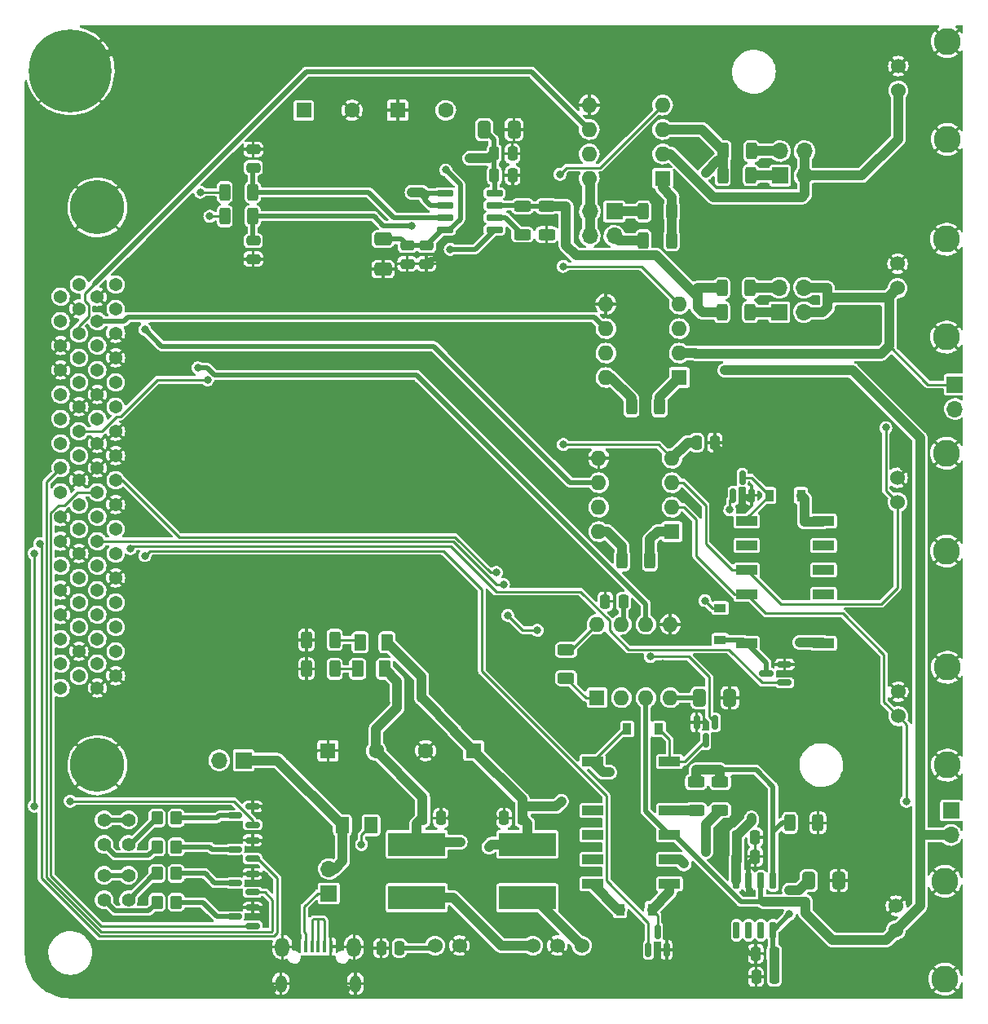
<source format=gbr>
%TF.GenerationSoftware,KiCad,Pcbnew,(6.0.0)*%
%TF.CreationDate,2024-05-04T22:15:15-04:00*%
%TF.ProjectId,Impedance_Analyzer_V4,496d7065-6461-46e6-9365-5f416e616c79,rev?*%
%TF.SameCoordinates,Original*%
%TF.FileFunction,Copper,L1,Top*%
%TF.FilePolarity,Positive*%
%FSLAX46Y46*%
G04 Gerber Fmt 4.6, Leading zero omitted, Abs format (unit mm)*
G04 Created by KiCad (PCBNEW (6.0.0)) date 2024-05-04 22:15:15*
%MOMM*%
%LPD*%
G01*
G04 APERTURE LIST*
G04 Aperture macros list*
%AMRoundRect*
0 Rectangle with rounded corners*
0 $1 Rounding radius*
0 $2 $3 $4 $5 $6 $7 $8 $9 X,Y pos of 4 corners*
0 Add a 4 corners polygon primitive as box body*
4,1,4,$2,$3,$4,$5,$6,$7,$8,$9,$2,$3,0*
0 Add four circle primitives for the rounded corners*
1,1,$1+$1,$2,$3*
1,1,$1+$1,$4,$5*
1,1,$1+$1,$6,$7*
1,1,$1+$1,$8,$9*
0 Add four rect primitives between the rounded corners*
20,1,$1+$1,$2,$3,$4,$5,0*
20,1,$1+$1,$4,$5,$6,$7,0*
20,1,$1+$1,$6,$7,$8,$9,0*
20,1,$1+$1,$8,$9,$2,$3,0*%
G04 Aperture macros list end*
%TA.AperFunction,ComponentPad*%
%ADD10R,1.700000X1.700000*%
%TD*%
%TA.AperFunction,ComponentPad*%
%ADD11O,1.700000X1.700000*%
%TD*%
%TA.AperFunction,SMDPad,CuDef*%
%ADD12RoundRect,0.250001X-0.462499X-0.624999X0.462499X-0.624999X0.462499X0.624999X-0.462499X0.624999X0*%
%TD*%
%TA.AperFunction,ComponentPad*%
%ADD13O,1.150000X1.800000*%
%TD*%
%TA.AperFunction,ComponentPad*%
%ADD14O,1.450000X2.000000*%
%TD*%
%TA.AperFunction,SMDPad,CuDef*%
%ADD15R,0.450000X1.300000*%
%TD*%
%TA.AperFunction,ComponentPad*%
%ADD16R,1.600000X1.600000*%
%TD*%
%TA.AperFunction,ComponentPad*%
%ADD17O,1.600000X1.600000*%
%TD*%
%TA.AperFunction,SMDPad,CuDef*%
%ADD18RoundRect,0.150000X0.150000X-0.587500X0.150000X0.587500X-0.150000X0.587500X-0.150000X-0.587500X0*%
%TD*%
%TA.AperFunction,SMDPad,CuDef*%
%ADD19R,2.209800X0.990600*%
%TD*%
%TA.AperFunction,SMDPad,CuDef*%
%ADD20R,0.900000X1.200000*%
%TD*%
%TA.AperFunction,SMDPad,CuDef*%
%ADD21RoundRect,0.150000X-0.150000X0.587500X-0.150000X-0.587500X0.150000X-0.587500X0.150000X0.587500X0*%
%TD*%
%TA.AperFunction,SMDPad,CuDef*%
%ADD22RoundRect,0.150000X0.587500X0.150000X-0.587500X0.150000X-0.587500X-0.150000X0.587500X-0.150000X0*%
%TD*%
%TA.AperFunction,SMDPad,CuDef*%
%ADD23R,1.200000X0.900000*%
%TD*%
%TA.AperFunction,SMDPad,CuDef*%
%ADD24RoundRect,0.250000X-0.350000X-0.450000X0.350000X-0.450000X0.350000X0.450000X-0.350000X0.450000X0*%
%TD*%
%TA.AperFunction,ComponentPad*%
%ADD25C,1.371600*%
%TD*%
%TA.AperFunction,ComponentPad*%
%ADD26C,5.613400*%
%TD*%
%TA.AperFunction,ComponentPad*%
%ADD27C,1.397000*%
%TD*%
%TA.AperFunction,ComponentPad*%
%ADD28C,1.524000*%
%TD*%
%TA.AperFunction,ComponentPad*%
%ADD29C,2.800000*%
%TD*%
%TA.AperFunction,SMDPad,CuDef*%
%ADD30RoundRect,0.249998X-0.625002X0.312502X-0.625002X-0.312502X0.625002X-0.312502X0.625002X0.312502X0*%
%TD*%
%TA.AperFunction,SMDPad,CuDef*%
%ADD31RoundRect,0.249998X0.312502X0.625002X-0.312502X0.625002X-0.312502X-0.625002X0.312502X-0.625002X0*%
%TD*%
%TA.AperFunction,ComponentPad*%
%ADD32C,1.600000*%
%TD*%
%TA.AperFunction,SMDPad,CuDef*%
%ADD33RoundRect,0.250000X-0.475000X0.250000X-0.475000X-0.250000X0.475000X-0.250000X0.475000X0.250000X0*%
%TD*%
%TA.AperFunction,SMDPad,CuDef*%
%ADD34RoundRect,0.150000X-0.725000X-0.150000X0.725000X-0.150000X0.725000X0.150000X-0.725000X0.150000X0*%
%TD*%
%TA.AperFunction,SMDPad,CuDef*%
%ADD35RoundRect,0.250000X0.250000X0.475000X-0.250000X0.475000X-0.250000X-0.475000X0.250000X-0.475000X0*%
%TD*%
%TA.AperFunction,SMDPad,CuDef*%
%ADD36RoundRect,0.250000X-0.250000X-0.475000X0.250000X-0.475000X0.250000X0.475000X-0.250000X0.475000X0*%
%TD*%
%TA.AperFunction,SMDPad,CuDef*%
%ADD37RoundRect,0.250000X0.375000X0.625000X-0.375000X0.625000X-0.375000X-0.625000X0.375000X-0.625000X0*%
%TD*%
%TA.AperFunction,SMDPad,CuDef*%
%ADD38RoundRect,0.250000X-0.375000X-0.625000X0.375000X-0.625000X0.375000X0.625000X-0.375000X0.625000X0*%
%TD*%
%TA.AperFunction,ComponentPad*%
%ADD39C,8.600000*%
%TD*%
%TA.AperFunction,SMDPad,CuDef*%
%ADD40RoundRect,0.249999X-0.625001X0.312501X-0.625001X-0.312501X0.625001X-0.312501X0.625001X0.312501X0*%
%TD*%
%TA.AperFunction,SMDPad,CuDef*%
%ADD41RoundRect,0.150000X-0.150000X0.725000X-0.150000X-0.725000X0.150000X-0.725000X0.150000X0.725000X0*%
%TD*%
%TA.AperFunction,SMDPad,CuDef*%
%ADD42R,5.900000X2.450000*%
%TD*%
%TA.AperFunction,SMDPad,CuDef*%
%ADD43RoundRect,0.250000X0.312500X0.625000X-0.312500X0.625000X-0.312500X-0.625000X0.312500X-0.625000X0*%
%TD*%
%TA.AperFunction,SMDPad,CuDef*%
%ADD44RoundRect,0.250000X-0.312500X-0.625000X0.312500X-0.625000X0.312500X0.625000X-0.312500X0.625000X0*%
%TD*%
%TA.AperFunction,SMDPad,CuDef*%
%ADD45RoundRect,0.250000X0.475000X-0.250000X0.475000X0.250000X-0.475000X0.250000X-0.475000X-0.250000X0*%
%TD*%
%TA.AperFunction,SMDPad,CuDef*%
%ADD46RoundRect,0.250000X-0.625000X0.312500X-0.625000X-0.312500X0.625000X-0.312500X0.625000X0.312500X0*%
%TD*%
%TA.AperFunction,SMDPad,CuDef*%
%ADD47RoundRect,0.250000X-0.412500X-0.650000X0.412500X-0.650000X0.412500X0.650000X-0.412500X0.650000X0*%
%TD*%
%TA.AperFunction,SMDPad,CuDef*%
%ADD48RoundRect,0.250000X0.650000X-0.412500X0.650000X0.412500X-0.650000X0.412500X-0.650000X-0.412500X0*%
%TD*%
%TA.AperFunction,SMDPad,CuDef*%
%ADD49RoundRect,0.250000X0.412500X0.650000X-0.412500X0.650000X-0.412500X-0.650000X0.412500X-0.650000X0*%
%TD*%
%TA.AperFunction,ViaPad*%
%ADD50C,0.800000*%
%TD*%
%TA.AperFunction,Conductor*%
%ADD51C,0.250000*%
%TD*%
%TA.AperFunction,Conductor*%
%ADD52C,0.500000*%
%TD*%
%TA.AperFunction,Conductor*%
%ADD53C,1.000000*%
%TD*%
G04 APERTURE END LIST*
D10*
%TO.P,J8,1,Pin_1*%
%TO.N,Net-(F1-Pad1)*%
X93000000Y-117500000D03*
D11*
%TO.P,J8,2,Pin_2*%
%TO.N,+5V-3*%
X90460000Y-117500000D03*
%TD*%
D10*
%TO.P,J3,1,Pin_1*%
%TO.N,Net-(J2-Pad1)*%
X101850000Y-131320000D03*
D11*
%TO.P,J3,2,Pin_2*%
%TO.N,Net-(F1-Pad1)*%
X101850000Y-128780000D03*
%TD*%
D12*
%TO.P,F1,1*%
%TO.N,Net-(F1-Pad1)*%
X103262500Y-124250000D03*
%TO.P,F1,2*%
%TO.N,+5V*%
X106237500Y-124250000D03*
%TD*%
D13*
%TO.P,J2,6,Shield*%
%TO.N,GND*%
X104625000Y-140700000D03*
X96875000Y-140700000D03*
D14*
X104475000Y-136900000D03*
X97025000Y-136900000D03*
D15*
%TO.P,J2,5,GND*%
X102050000Y-136850000D03*
%TO.P,J2,4,ID*%
%TO.N,Net-(J2-Pad2)*%
X101400000Y-136850000D03*
%TO.P,J2,3,D+*%
X100750000Y-136850000D03*
%TO.P,J2,2,D-*%
X100100000Y-136850000D03*
%TO.P,J2,1,VBUS*%
%TO.N,Net-(J2-Pad1)*%
X99450000Y-136850000D03*
%TD*%
D16*
%TO.P,U3,1,Rg*%
%TO.N,Net-(R7-Pad2)*%
X129700000Y-111000000D03*
D17*
%TO.P,U3,2,-*%
%TO.N,IMon-*%
X132240000Y-111000000D03*
%TO.P,U3,3,+*%
%TO.N,IMon+*%
X134780000Y-111000000D03*
%TO.P,U3,4,V-*%
%TO.N,-12V*%
X137320000Y-111000000D03*
%TO.P,U3,5,Ref*%
%TO.N,GND*%
X137320000Y-103380000D03*
%TO.P,U3,6*%
%TO.N,AI1+*%
X134780000Y-103380000D03*
%TO.P,U3,7,V+*%
%TO.N,+12V*%
X132240000Y-103380000D03*
%TO.P,U3,8,Rg*%
%TO.N,Net-(U3-Pad8)*%
X129700000Y-103380000D03*
%TD*%
D18*
%TO.P,Q4,1,G*%
%TO.N,P0.3*%
X143850000Y-90000000D03*
%TO.P,Q4,2,S*%
%TO.N,GND*%
X145750000Y-90000000D03*
%TO.P,Q4,3,D*%
%TO.N,Net-(D7-Pad2)*%
X144800000Y-88125000D03*
%TD*%
D19*
%TO.P,K1,1*%
%TO.N,+12V*%
X153250000Y-105350000D03*
%TO.P,K1,3*%
%TO.N,unconnected-(K1-Pad3)*%
X153250000Y-100270000D03*
%TO.P,K1,4*%
%TO.N,unconnected-(K1-Pad4)*%
X153250000Y-97730000D03*
%TO.P,K1,5*%
%TO.N,unconnected-(K1-Pad5)*%
X153250000Y-95190000D03*
%TO.P,K1,6*%
%TO.N,+12V*%
X153250000Y-92650000D03*
%TO.P,K1,7*%
%TO.N,Net-(D7-Pad2)*%
X145250001Y-92650000D03*
%TO.P,K1,8*%
%TO.N,unconnected-(K1-Pad8)*%
X145250001Y-95190000D03*
%TO.P,K1,9*%
%TO.N,HPot1*%
X145250001Y-97730000D03*
%TO.P,K1,10*%
%TO.N,LPot1*%
X145250001Y-100270000D03*
%TO.P,K1,12*%
%TO.N,Net-(D1-Pad2)*%
X145250001Y-105350000D03*
%TD*%
D20*
%TO.P,D7,1,K*%
%TO.N,+12V*%
X150900000Y-90000000D03*
%TO.P,D7,2,A*%
%TO.N,Net-(D7-Pad2)*%
X147600000Y-90000000D03*
%TD*%
D18*
%TO.P,Q3,1,G*%
%TO.N,P0.1*%
X135050000Y-137187500D03*
%TO.P,Q3,2,S*%
%TO.N,GND*%
X136950000Y-137187500D03*
%TO.P,Q3,3,D*%
%TO.N,R-*%
X136000000Y-135312500D03*
%TD*%
D21*
%TO.P,Q2,1,G*%
%TO.N,P0.0*%
X141950000Y-113562500D03*
%TO.P,Q2,2,S*%
%TO.N,GND*%
X140050000Y-113562500D03*
%TO.P,Q2,3,D*%
%TO.N,S-*%
X141000000Y-115437500D03*
%TD*%
D19*
%TO.P,K2,1*%
%TO.N,+12V*%
X129250001Y-117650001D03*
%TO.P,K2,3*%
%TO.N,unconnected-(K2-Pad3)*%
X129250001Y-122730001D03*
%TO.P,K2,4*%
%TO.N,unconnected-(K2-Pad4)*%
X129250001Y-125270001D03*
%TO.P,K2,5*%
%TO.N,unconnected-(K2-Pad5)*%
X129250001Y-127810001D03*
%TO.P,K2,6*%
%TO.N,+12V*%
X129250001Y-130350001D03*
%TO.P,K2,7*%
%TO.N,R-*%
X137250000Y-130350001D03*
%TO.P,K2,8*%
%TO.N,Net-(R14-Pad2)*%
X137250000Y-127810001D03*
%TO.P,K2,9*%
%TO.N,IMon+*%
X137250000Y-125270001D03*
%TO.P,K2,10*%
%TO.N,Net-(R18-Pad2)*%
X137250000Y-122730001D03*
%TO.P,K2,12*%
%TO.N,S-*%
X137250000Y-117650001D03*
%TD*%
D20*
%TO.P,D3,1,K*%
%TO.N,+12V*%
X132850000Y-114250000D03*
%TO.P,D3,2,A*%
%TO.N,S-*%
X136150000Y-114250000D03*
%TD*%
%TO.P,D2,1,K*%
%TO.N,+12V*%
X132100000Y-133000000D03*
%TO.P,D2,2,A*%
%TO.N,R-*%
X135400000Y-133000000D03*
%TD*%
D22*
%TO.P,Q1,1,G*%
%TO.N,P0.2*%
X149187500Y-109450000D03*
%TO.P,Q1,2,S*%
%TO.N,GND*%
X149187500Y-107550000D03*
%TO.P,Q1,3,D*%
%TO.N,Net-(D1-Pad2)*%
X147312500Y-108500000D03*
%TD*%
D23*
%TO.P,D1,1,K*%
%TO.N,+12V*%
X142500000Y-101700000D03*
%TO.P,D1,2,A*%
%TO.N,Net-(D1-Pad2)*%
X142500000Y-105000000D03*
%TD*%
D24*
%TO.P,R116,1*%
%TO.N,Net-(D15-Pad3)*%
X84000000Y-126500000D03*
%TO.P,R116,2*%
%TO.N,Net-(Q23-Pad3)*%
X86000000Y-126500000D03*
%TD*%
%TO.P,R115,1*%
%TO.N,Net-(D15-Pad1)*%
X84000000Y-123500000D03*
%TO.P,R115,2*%
%TO.N,Net-(Q22-Pad3)*%
X86000000Y-123500000D03*
%TD*%
%TO.P,R114,1*%
%TO.N,Net-(D14-Pad3)*%
X84000000Y-132250000D03*
%TO.P,R114,2*%
%TO.N,Net-(Q21-Pad3)*%
X86000000Y-132250000D03*
%TD*%
%TO.P,R113,1*%
%TO.N,Net-(D14-Pad1)*%
X84000000Y-129250000D03*
%TO.P,R113,2*%
%TO.N,Net-(Q20-Pad3)*%
X86000000Y-129250000D03*
%TD*%
D22*
%TO.P,Q23,1,G*%
%TO.N,P0.7*%
X93937500Y-127700000D03*
%TO.P,Q23,2,S*%
%TO.N,GND*%
X93937500Y-125800000D03*
%TO.P,Q23,3,D*%
%TO.N,Net-(Q23-Pad3)*%
X92062500Y-126750000D03*
%TD*%
%TO.P,Q22,1,G*%
%TO.N,P0.6*%
X93937500Y-124200000D03*
%TO.P,Q22,2,S*%
%TO.N,GND*%
X93937500Y-122300000D03*
%TO.P,Q22,3,D*%
%TO.N,Net-(Q22-Pad3)*%
X92062500Y-123250000D03*
%TD*%
%TO.P,Q21,1,G*%
%TO.N,P0.5*%
X93937500Y-134700000D03*
%TO.P,Q21,2,S*%
%TO.N,GND*%
X93937500Y-132800000D03*
%TO.P,Q21,3,D*%
%TO.N,Net-(Q21-Pad3)*%
X92062500Y-133750000D03*
%TD*%
%TO.P,Q20,3,D*%
%TO.N,Net-(Q20-Pad3)*%
X92062500Y-130250000D03*
%TO.P,Q20,2,S*%
%TO.N,GND*%
X93937500Y-129300000D03*
%TO.P,Q20,1,G*%
%TO.N,P0.4*%
X93937500Y-131200000D03*
%TD*%
D25*
%TO.P,J1,1,1*%
%TO.N,PFI 14*%
X74000000Y-110000000D03*
%TO.P,J1,2,2*%
%TO.N,PFI 12*%
X75905000Y-108730000D03*
%TO.P,J1,3,3*%
%TO.N,PFI 9*%
X74000000Y-107460000D03*
%TO.P,J1,4,4*%
%TO.N,GND*%
X75905000Y-106190000D03*
%TO.P,J1,5,5*%
%TO.N,PFI 6*%
X74000000Y-104920000D03*
%TO.P,J1,6,6*%
%TO.N,PFI 5*%
X75905000Y-103650000D03*
%TO.P,J1,7,7*%
%TO.N,GND*%
X74000000Y-102380000D03*
%TO.P,J1,8,8*%
%TO.N,+5V-3*%
X75905000Y-101110000D03*
%TO.P,J1,9,9*%
%TO.N,GND*%
X74000000Y-99840000D03*
%TO.P,J1,10,10*%
%TO.N,PFI 1*%
X75905000Y-98570000D03*
%TO.P,J1,11,11*%
%TO.N,PFI 0*%
X74000000Y-97300000D03*
%TO.P,J1,12,12*%
%TO.N,GND*%
X75905000Y-96030000D03*
%TO.P,J1,13,13*%
X74000000Y-94760000D03*
%TO.P,J1,14,14*%
%TO.N,+5V-2*%
X75905000Y-93490000D03*
%TO.P,J1,15,15*%
%TO.N,GND*%
X74000000Y-92220000D03*
%TO.P,J1,16,16*%
%TO.N,P0.6*%
X75905000Y-90950000D03*
%TO.P,J1,17,17*%
%TO.N,P0.1*%
X74000000Y-89680000D03*
%TO.P,J1,18,18*%
%TO.N,GND*%
X75905000Y-88410000D03*
%TO.P,J1,19,19*%
%TO.N,P0.4*%
X74000000Y-87140000D03*
%TO.P,J1,20,20*%
%TO.N,APFI 0*%
X75905000Y-85870000D03*
%TO.P,J1,21,21*%
%TO.N,BaseGateSig*%
X74000000Y-84600000D03*
%TO.P,J1,22,22*%
%TO.N,InputSig*%
X75905000Y-83330000D03*
%TO.P,J1,23,23*%
%TO.N,AI 15 (AI7-)*%
X74000000Y-82060000D03*
%TO.P,J1,24,24*%
%TO.N,GND*%
X75905000Y-80790000D03*
%TO.P,J1,25,25*%
%TO.N,AI 6 (AI6+)*%
X74000000Y-79520000D03*
%TO.P,J1,26,26*%
%TO.N,AI 13 (AI5-)*%
X75905000Y-78250000D03*
%TO.P,J1,27,27*%
%TO.N,GND*%
X74000000Y-76980000D03*
%TO.P,J1,28,28*%
%TO.N,AI 4 (AI4+)*%
X75905000Y-75710000D03*
%TO.P,J1,29,29*%
%TO.N,GND*%
X74000000Y-74440000D03*
%TO.P,J1,30,30*%
%TO.N,AI 3 (AI3+)*%
X75905000Y-73170000D03*
%TO.P,J1,31,31*%
%TO.N,AI 10 (AI2-)*%
X74000000Y-71900000D03*
%TO.P,J1,32,32*%
%TO.N,GND*%
X75905000Y-70630000D03*
%TO.P,J1,33,33*%
%TO.N,AI1+*%
X74000000Y-69360000D03*
%TO.P,J1,34,34*%
%TO.N,AI0-*%
X75905000Y-68090000D03*
%TO.P,J1,35,35*%
%TO.N,GND*%
X77810000Y-110000000D03*
%TO.P,J1,36,36*%
X79715000Y-108730000D03*
%TO.P,J1,37,37*%
%TO.N,PFI 8*%
X77810000Y-107460000D03*
%TO.P,J1,38,38*%
%TO.N,PFI 7*%
X79715000Y-106190000D03*
%TO.P,J1,39,39*%
%TO.N,PFI 15*%
X77810000Y-104920000D03*
%TO.P,J1,40,40*%
%TO.N,PFI 13*%
X79715000Y-103650000D03*
%TO.P,J1,41,41*%
%TO.N,PFI 4*%
X77810000Y-102380000D03*
%TO.P,J1,42,42*%
%TO.N,PFI 3*%
X79715000Y-101110000D03*
%TO.P,J1,43,43*%
%TO.N,PFI 2*%
X77810000Y-99840000D03*
%TO.P,J1,44,44*%
%TO.N,GND*%
X79715000Y-98570000D03*
%TO.P,J1,45,45*%
%TO.N,PFI 10*%
X77810000Y-97300000D03*
%TO.P,J1,46,46*%
%TO.N,PFI 11*%
X79715000Y-96030000D03*
%TO.P,J1,47,47*%
%TO.N,P0.3*%
X77810000Y-94760000D03*
%TO.P,J1,48,48*%
%TO.N,P0.7*%
X79715000Y-93490000D03*
%TO.P,J1,49,49*%
%TO.N,P0.2*%
X77810000Y-92220000D03*
%TO.P,J1,50,50*%
%TO.N,GND*%
X79715000Y-90950000D03*
%TO.P,J1,51,51*%
%TO.N,P0.5*%
X77810000Y-89680000D03*
%TO.P,J1,52,52*%
%TO.N,P0.0*%
X79715000Y-88410000D03*
%TO.P,J1,53,53*%
%TO.N,GND*%
X77810000Y-87140000D03*
%TO.P,J1,54,54*%
X79715000Y-85870000D03*
%TO.P,J1,55,55*%
X77810000Y-84600000D03*
%TO.P,J1,56,56*%
X79715000Y-83330000D03*
%TO.P,J1,57,57*%
%TO.N,AI 7 (AI7+)*%
X77810000Y-82060000D03*
%TO.P,J1,58,58*%
%TO.N,AI 14 (AI6-)*%
X79715000Y-80790000D03*
%TO.P,J1,59,59*%
%TO.N,GND*%
X77810000Y-79520000D03*
%TO.P,J1,60,60*%
%TO.N,AI 5 (AI5+)*%
X79715000Y-78250000D03*
%TO.P,J1,61,61*%
%TO.N,AI 12 (AI 4-)*%
X77810000Y-76980000D03*
%TO.P,J1,62,62*%
%TO.N,GND*%
X79715000Y-75710000D03*
%TO.P,J1,63,63*%
%TO.N,AI 11 (AI 3-)*%
X77810000Y-74440000D03*
%TO.P,J1,64,64*%
%TO.N,GND*%
X79715000Y-73170000D03*
%TO.P,J1,65,65*%
%TO.N,AI 2 (AI2+)*%
X77810000Y-71900000D03*
%TO.P,J1,66,66*%
%TO.N,AI1-*%
X79715000Y-70630000D03*
%TO.P,J1,67,67*%
%TO.N,GND*%
X77810000Y-69360000D03*
%TO.P,J1,68,68*%
%TO.N,AI0+*%
X79715000Y-68090000D03*
D26*
%TO.P,J1,69,Chassis*%
%TO.N,GND*%
X77810000Y-118001000D03*
%TO.P,J1,70,Chassis*%
X77810000Y-60089000D03*
%TD*%
D27*
%TO.P,D15,1,A1*%
%TO.N,Net-(D15-Pad1)*%
X81055300Y-126236600D03*
%TO.P,D15,2,K1*%
%TO.N,+5V*%
X81055300Y-123696600D03*
%TO.P,D15,3,A2*%
%TO.N,Net-(D15-Pad3)*%
X78515300Y-126236600D03*
%TO.P,D15,4,K2*%
%TO.N,+5V*%
X78515300Y-123696600D03*
%TD*%
%TO.P,D14,4,K2*%
%TO.N,+5V*%
X78515300Y-129446600D03*
%TO.P,D14,3,A2*%
%TO.N,Net-(D14-Pad3)*%
X78515300Y-131986600D03*
%TO.P,D14,2,K1*%
%TO.N,+5V*%
X81055300Y-129446600D03*
%TO.P,D14,1,A1*%
%TO.N,Net-(D14-Pad1)*%
X81055300Y-131986600D03*
%TD*%
D28*
%TO.P,J6,1,In*%
%TO.N,IOut*%
X160924991Y-68475000D03*
%TO.P,J6,2,Ext*%
%TO.N,GND*%
X160924991Y-65935000D03*
D29*
X166004991Y-63395000D03*
X166004991Y-73555000D03*
%TD*%
D28*
%TO.P,J7,1,In*%
%TO.N,IMon+*%
X160750000Y-135150000D03*
D29*
%TO.P,J7,2,Ext*%
%TO.N,GND*%
X165830000Y-140230000D03*
X165830000Y-130070000D03*
D28*
X160750000Y-132610000D03*
%TD*%
D30*
%TO.P,R7,1*%
%TO.N,Net-(U3-Pad8)*%
X126500000Y-106037500D03*
%TO.P,R7,2*%
%TO.N,Net-(R7-Pad2)*%
X126500000Y-108962500D03*
%TD*%
D31*
%TO.P,R8,1*%
%TO.N,Net-(R8-Pad1)*%
X135212500Y-96750000D03*
%TO.P,R8,2*%
%TO.N,Net-(U4-Pad8)*%
X132287500Y-96750000D03*
%TD*%
D28*
%TO.P,J5,1,In*%
%TO.N,LPot1*%
X161000000Y-112925000D03*
%TO.P,J5,2,Ext*%
%TO.N,GND*%
X161000000Y-110385000D03*
D29*
X166080000Y-107845000D03*
X166080000Y-118005000D03*
%TD*%
D28*
%TO.P,J4,1,In*%
%TO.N,HPot1*%
X160924991Y-90699991D03*
D29*
%TO.P,J4,2,Ext*%
%TO.N,GND*%
X166004991Y-95779991D03*
D28*
X160924991Y-88159991D03*
D29*
X166004991Y-85619991D03*
%TD*%
D16*
%TO.P,U4,1,Rg*%
%TO.N,Net-(R8-Pad1)*%
X137500000Y-93750000D03*
D17*
%TO.P,U4,2,-*%
%TO.N,LPot1*%
X137500000Y-91210000D03*
%TO.P,U4,3,+*%
%TO.N,HPot1*%
X137500000Y-88670000D03*
%TO.P,U4,4,V-*%
%TO.N,-12V*%
X137500000Y-86130000D03*
%TO.P,U4,5,Ref*%
%TO.N,GND*%
X129880000Y-86130000D03*
%TO.P,U4,6*%
%TO.N,AI0+*%
X129880000Y-88670000D03*
%TO.P,U4,7,V+*%
%TO.N,+12V*%
X129880000Y-91210000D03*
%TO.P,U4,8,Rg*%
%TO.N,Net-(U4-Pad8)*%
X129880000Y-93750000D03*
%TD*%
D16*
%TO.P,C7,1*%
%TO.N,GND*%
X101778792Y-116500000D03*
D32*
%TO.P,C7,2*%
%TO.N,-12V*%
X106778792Y-116500000D03*
%TD*%
D16*
%TO.P,C9,1*%
%TO.N,+12V*%
X116902651Y-116500000D03*
D32*
%TO.P,C9,2*%
%TO.N,GND*%
X111902651Y-116500000D03*
%TD*%
D30*
%TO.P,R2,1*%
%TO.N,Net-(R10-Pad1)*%
X124475000Y-59972500D03*
%TO.P,R2,2*%
%TO.N,GND*%
X124475000Y-62897500D03*
%TD*%
D33*
%TO.P,C1,1*%
%TO.N,Net-(C1-Pad1)*%
X94000000Y-63550000D03*
%TO.P,C1,2*%
%TO.N,GND*%
X94000000Y-65450000D03*
%TD*%
D31*
%TO.P,R1,1*%
%TO.N,Net-(C1-Pad1)*%
X93962500Y-61000000D03*
%TO.P,R1,2*%
%TO.N,InputSig*%
X91037500Y-61000000D03*
%TD*%
D34*
%TO.P,U1,1*%
%TO.N,Net-(R28-Pad2)*%
X113925000Y-58595000D03*
%TO.P,U1,2,-*%
X113925000Y-59865000D03*
%TO.P,U1,3,+*%
%TO.N,Net-(C15-Pad1)*%
X113925000Y-61135000D03*
%TO.P,U1,4,V-*%
%TO.N,-12V*%
X113925000Y-62405000D03*
%TO.P,U1,5,+*%
%TO.N,Net-(C1-Pad1)*%
X119075000Y-62405000D03*
%TO.P,U1,6,-*%
%TO.N,Net-(R10-Pad2)*%
X119075000Y-61135000D03*
%TO.P,U1,7*%
%TO.N,Net-(R10-Pad1)*%
X119075000Y-59865000D03*
%TO.P,U1,8,V+*%
%TO.N,+12V*%
X119075000Y-58595000D03*
%TD*%
D33*
%TO.P,C14,1*%
%TO.N,-12V*%
X110000000Y-64050000D03*
%TO.P,C14,2*%
%TO.N,GND*%
X110000000Y-65950000D03*
%TD*%
D35*
%TO.P,C17,1*%
%TO.N,+12V*%
X132450000Y-101000000D03*
%TO.P,C17,2*%
%TO.N,GND*%
X130550000Y-101000000D03*
%TD*%
D36*
%TO.P,C19,1*%
%TO.N,+12V*%
X119050000Y-56750000D03*
%TO.P,C19,2*%
%TO.N,GND*%
X120950000Y-56750000D03*
%TD*%
D33*
%TO.P,C20,1*%
%TO.N,-12V*%
X111975000Y-64050000D03*
%TO.P,C20,2*%
%TO.N,GND*%
X111975000Y-65950000D03*
%TD*%
D37*
%TO.P,D4,1,K*%
%TO.N,-12V*%
X107650000Y-108000000D03*
%TO.P,D4,2,A*%
%TO.N,Net-(D4-Pad2)*%
X104850000Y-108000000D03*
%TD*%
D38*
%TO.P,D5,2,A*%
%TO.N,+12V*%
X107900000Y-105250000D03*
%TO.P,D5,1,K*%
%TO.N,Net-(D5-Pad1)*%
X105100000Y-105250000D03*
%TD*%
D31*
%TO.P,R19,1*%
%TO.N,Net-(D4-Pad2)*%
X102462500Y-108000000D03*
%TO.P,R19,2*%
%TO.N,GND*%
X99537500Y-108000000D03*
%TD*%
%TO.P,R20,1*%
%TO.N,Net-(D5-Pad1)*%
X102462500Y-105000000D03*
%TO.P,R20,2*%
%TO.N,GND*%
X99537500Y-105000000D03*
%TD*%
D39*
%TO.P,H1,1,1*%
%TO.N,GND*%
X75000000Y-45900000D03*
%TD*%
D35*
%TO.P,C22,2*%
%TO.N,GND*%
X146240000Y-140000000D03*
%TO.P,C22,1*%
%TO.N,+12V*%
X148140000Y-140000000D03*
%TD*%
D36*
%TO.P,C23,1*%
%TO.N,-12V*%
X140050000Y-84500000D03*
%TO.P,C23,2*%
%TO.N,GND*%
X141950000Y-84500000D03*
%TD*%
%TO.P,C24,1*%
%TO.N,+12V*%
X119025000Y-54500000D03*
%TO.P,C24,2*%
%TO.N,GND*%
X120925000Y-54500000D03*
%TD*%
%TO.P,C21,2*%
%TO.N,GND*%
X146140000Y-125500000D03*
%TO.P,C21,1*%
%TO.N,-12V*%
X144240000Y-125500000D03*
%TD*%
D31*
%TO.P,R9,1*%
%TO.N,Net-(J17-Pad1)*%
X145616250Y-70960000D03*
%TO.P,R9,2*%
%TO.N,Net-(R10-Pad1)*%
X142691250Y-70960000D03*
%TD*%
D40*
%TO.P,R10,1*%
%TO.N,Net-(R10-Pad1)*%
X121975000Y-59972500D03*
%TO.P,R10,2*%
%TO.N,Net-(R10-Pad2)*%
X121975000Y-62897500D03*
%TD*%
%TO.P,R18,1*%
%TO.N,IMon-*%
X140000000Y-119750000D03*
%TO.P,R18,2*%
%TO.N,Net-(R18-Pad2)*%
X140000000Y-122675000D03*
%TD*%
D41*
%TO.P,U2,1*%
%TO.N,IMon-*%
X148000000Y-130000000D03*
%TO.P,U2,2,-*%
%TO.N,IMon+*%
X146730000Y-130000000D03*
%TO.P,U2,3,+*%
%TO.N,GND*%
X145460000Y-130000000D03*
%TO.P,U2,4,V-*%
%TO.N,-12V*%
X144190000Y-130000000D03*
%TO.P,U2,5*%
%TO.N,N/C*%
X144190000Y-135150000D03*
%TO.P,U2,6*%
X145460000Y-135150000D03*
%TO.P,U2,7*%
X146730000Y-135150000D03*
%TO.P,U2,8,V+*%
%TO.N,+12V*%
X148000000Y-135150000D03*
%TD*%
D35*
%TO.P,C3,2*%
%TO.N,GND*%
X146195000Y-137575000D03*
%TO.P,C3,1*%
%TO.N,+12V*%
X148095000Y-137575000D03*
%TD*%
%TO.P,C10,1*%
%TO.N,+12V*%
X121950000Y-123500000D03*
%TO.P,C10,2*%
%TO.N,GND*%
X120050000Y-123500000D03*
%TD*%
D42*
%TO.P,L2,1,1*%
%TO.N,-12V*%
X111000000Y-126225000D03*
%TO.P,L2,2,2*%
%TO.N,Net-(L2-Pad2)*%
X111000000Y-131775000D03*
%TD*%
D28*
%TO.P,Reg1,1,+Vin*%
%TO.N,+5V*%
X112880000Y-136750000D03*
%TO.P,Reg1,2,-Vin*%
%TO.N,GND*%
X115420000Y-136750000D03*
%TO.P,Reg1,5,-Vout*%
%TO.N,Net-(L2-Pad2)*%
X123040000Y-136750000D03*
%TO.P,Reg1,6,GND2*%
%TO.N,GND*%
X125580000Y-136750000D03*
%TO.P,Reg1,7,+Vout*%
%TO.N,Net-(L1-Pad2)*%
X128120000Y-136750000D03*
%TD*%
D36*
%TO.P,C8,1*%
%TO.N,-12V*%
X111600000Y-123500000D03*
%TO.P,C8,2*%
%TO.N,GND*%
X113500000Y-123500000D03*
%TD*%
D42*
%TO.P,L1,1,1*%
%TO.N,+12V*%
X122500000Y-126225000D03*
%TO.P,L1,2,2*%
%TO.N,Net-(L1-Pad2)*%
X122500000Y-131775000D03*
%TD*%
D36*
%TO.P,C18,2*%
%TO.N,GND*%
X146140000Y-127500000D03*
%TO.P,C18,1*%
%TO.N,-12V*%
X144240000Y-127500000D03*
%TD*%
D43*
%TO.P,R30,1*%
%TO.N,Net-(R30-Pad1)*%
X137462500Y-60500000D03*
%TO.P,R30,2*%
%TO.N,Net-(J21-Pad1)*%
X134537500Y-60500000D03*
%TD*%
D10*
%TO.P,J18,1,Pin_1*%
%TO.N,LPot1*%
X166475000Y-122725000D03*
D11*
%TO.P,J18,2,Pin_2*%
%TO.N,IMon+*%
X166475000Y-125265000D03*
%TD*%
D43*
%TO.P,R22,1*%
%TO.N,Net-(C15-Pad1)*%
X93962500Y-58500000D03*
%TO.P,R22,2*%
%TO.N,BaseGateSig*%
X91037500Y-58500000D03*
%TD*%
D16*
%TO.P,U7,1,Rg*%
%TO.N,Net-(R30-Pad1)*%
X136525000Y-57075000D03*
D17*
%TO.P,U7,2,-*%
%TO.N,BaseGateOutput*%
X136525000Y-54535000D03*
%TO.P,U7,3,+*%
%TO.N,Net-(R28-Pad2)*%
X136525000Y-51995000D03*
%TO.P,U7,4,V-*%
%TO.N,-12V*%
X136525000Y-49455000D03*
%TO.P,U7,5,Ref*%
%TO.N,GND*%
X128905000Y-49455000D03*
%TO.P,U7,6*%
%TO.N,AI 3 (AI3+)*%
X128905000Y-51995000D03*
%TO.P,U7,7,V+*%
%TO.N,+12V*%
X128905000Y-54535000D03*
%TO.P,U7,8,Rg*%
%TO.N,Net-(J21-Pad3)*%
X128905000Y-57075000D03*
%TD*%
D16*
%TO.P,C16,1*%
%TO.N,GND*%
X109000000Y-50000000D03*
D32*
%TO.P,C16,2*%
%TO.N,-12V*%
X114000000Y-50000000D03*
%TD*%
D43*
%TO.P,R24,1*%
%TO.N,Net-(J17-Pad2)*%
X145616250Y-68460000D03*
%TO.P,R24,2*%
%TO.N,Net-(R10-Pad1)*%
X142691250Y-68460000D03*
%TD*%
%TO.P,R29,1*%
%TO.N,Net-(J19-Pad2)*%
X145765000Y-54235000D03*
%TO.P,R29,2*%
%TO.N,Net-(R28-Pad2)*%
X142840000Y-54235000D03*
%TD*%
D16*
%TO.P,C25,1*%
%TO.N,+12V*%
X99260000Y-50000000D03*
D32*
%TO.P,C25,2*%
%TO.N,GND*%
X104260000Y-50000000D03*
%TD*%
D10*
%TO.P,J15,1,Pin_1*%
%TO.N,IOut*%
X166875000Y-78475000D03*
D11*
%TO.P,J15,2,Pin_2*%
%TO.N,HPot1*%
X166875000Y-81015000D03*
%TD*%
D28*
%TO.P,J20,1,In*%
%TO.N,BaseGateOutput*%
X161000000Y-47950000D03*
D29*
%TO.P,J20,2,Ext*%
%TO.N,GND*%
X166080000Y-53030000D03*
X166080000Y-42870000D03*
D28*
X161000000Y-45410000D03*
%TD*%
D44*
%TO.P,R16,2*%
%TO.N,GND*%
X152652500Y-124000000D03*
%TO.P,R16,1*%
%TO.N,IMon-*%
X149727500Y-124000000D03*
%TD*%
D45*
%TO.P,C15,1*%
%TO.N,Net-(C15-Pad1)*%
X94000000Y-55950000D03*
%TO.P,C15,2*%
%TO.N,GND*%
X94000000Y-54050000D03*
%TD*%
D17*
%TO.P,U6,8,Rg*%
%TO.N,Net-(U6-Pad8)*%
X130630000Y-77750000D03*
%TO.P,U6,7,V+*%
%TO.N,+12V*%
X130630000Y-75210000D03*
%TO.P,U6,6*%
%TO.N,AI 2 (AI2+)*%
X130630000Y-72670000D03*
%TO.P,U6,5,Ref*%
%TO.N,GND*%
X130630000Y-70130000D03*
%TO.P,U6,4,V-*%
%TO.N,-12V*%
X138250000Y-70130000D03*
%TO.P,U6,3,+*%
%TO.N,IMon+*%
X138250000Y-72670000D03*
%TO.P,U6,2,-*%
%TO.N,IOut*%
X138250000Y-75210000D03*
D16*
%TO.P,U6,1,Rg*%
%TO.N,Net-(R26-Pad2)*%
X138250000Y-77750000D03*
%TD*%
D43*
%TO.P,R28,1*%
%TO.N,Net-(J19-Pad1)*%
X145690000Y-56735000D03*
%TO.P,R28,2*%
%TO.N,Net-(R28-Pad2)*%
X142765000Y-56735000D03*
%TD*%
D35*
%TO.P,C26,1*%
%TO.N,+5V*%
X109200000Y-137000000D03*
%TO.P,C26,2*%
%TO.N,GND*%
X107300000Y-137000000D03*
%TD*%
D10*
%TO.P,J19,1,Pin_1*%
%TO.N,Net-(J19-Pad1)*%
X148725000Y-56775000D03*
D11*
%TO.P,J19,2,Pin_2*%
%TO.N,Net-(J19-Pad2)*%
X148725000Y-54235000D03*
%TO.P,J19,3,Pin_3*%
%TO.N,BaseGateOutput*%
X151265000Y-56775000D03*
%TO.P,J19,4,Pin_4*%
X151265000Y-54235000D03*
%TD*%
D46*
%TO.P,R14,1*%
%TO.N,IMon-*%
X142500000Y-119750000D03*
%TO.P,R14,2*%
%TO.N,Net-(R14-Pad2)*%
X142500000Y-122675000D03*
%TD*%
D47*
%TO.P,C12,1*%
%TO.N,+12V*%
X117975000Y-52000000D03*
%TO.P,C12,2*%
%TO.N,GND*%
X121100000Y-52000000D03*
%TD*%
D48*
%TO.P,C11,1*%
%TO.N,GND*%
X107475000Y-66497500D03*
%TO.P,C11,2*%
%TO.N,-12V*%
X107475000Y-63372500D03*
%TD*%
D10*
%TO.P,J17,1,Pin_1*%
%TO.N,Net-(J17-Pad1)*%
X148653750Y-70960000D03*
D11*
%TO.P,J17,2,Pin_2*%
%TO.N,Net-(J17-Pad2)*%
X148653750Y-68420000D03*
%TO.P,J17,3,Pin_3*%
%TO.N,IOut*%
X151193750Y-70960000D03*
%TO.P,J17,4,Pin_4*%
X151193750Y-68420000D03*
%TD*%
D47*
%TO.P,C13,2*%
%TO.N,GND*%
X154815000Y-130000000D03*
%TO.P,C13,1*%
%TO.N,+12V*%
X151690000Y-130000000D03*
%TD*%
D49*
%TO.P,C2,1*%
%TO.N,GND*%
X143500000Y-111000000D03*
%TO.P,C2,2*%
%TO.N,-12V*%
X140375000Y-111000000D03*
%TD*%
D10*
%TO.P,J21,1,Pin_1*%
%TO.N,Net-(J21-Pad1)*%
X131500000Y-60500000D03*
D11*
%TO.P,J21,2,Pin_2*%
%TO.N,Net-(J21-Pad2)*%
X131500000Y-63040000D03*
%TO.P,J21,3,Pin_3*%
%TO.N,Net-(J21-Pad3)*%
X128960000Y-60500000D03*
%TO.P,J21,4,Pin_4*%
X128960000Y-63040000D03*
%TD*%
D44*
%TO.P,R26,1*%
%TO.N,Net-(U6-Pad8)*%
X133287500Y-80750000D03*
%TO.P,R26,2*%
%TO.N,Net-(R26-Pad2)*%
X136212500Y-80750000D03*
%TD*%
%TO.P,R31,1*%
%TO.N,Net-(J21-Pad2)*%
X134537500Y-63500000D03*
%TO.P,R31,2*%
%TO.N,Net-(R30-Pad1)*%
X137462500Y-63500000D03*
%TD*%
D50*
%TO.N,+5V*%
X105250000Y-126250000D03*
%TO.N,GND*%
X142500000Y-85250000D03*
X145500000Y-90250000D03*
%TO.N,P0.0*%
X119250000Y-98000000D03*
X135250000Y-106724500D03*
%TO.N,P0.2*%
X81250000Y-95500000D03*
%TO.N,-12V*%
X123500000Y-104000000D03*
%TO.N,P0.3*%
X143500000Y-91500000D03*
%TO.N,+12V*%
X140905000Y-100905000D03*
X150750000Y-105250000D03*
X151250000Y-92750000D03*
X131000000Y-118750000D03*
X132100000Y-133000000D03*
X126000000Y-121750000D03*
%TO.N,P0.1*%
X82750000Y-96250000D03*
%TO.N,IMon-*%
X140000000Y-118500000D03*
X142500000Y-118500000D03*
%TO.N,Net-(R14-Pad2)*%
X138750000Y-128250000D03*
X141000000Y-127000000D03*
%TO.N,P0.3*%
X120000000Y-99250000D03*
%TO.N,InputSig*%
X89500000Y-61000000D03*
X89250000Y-78000000D03*
%TO.N,BaseGateSig*%
X88500000Y-58500000D03*
%TO.N,AI1+*%
X88250000Y-76750000D03*
%TO.N,AI0+*%
X82750000Y-72750000D03*
%TO.N,P0.6*%
X75000000Y-121750000D03*
X71275500Y-122250000D03*
X71275500Y-96000000D03*
%TO.N,P0.7*%
X71815669Y-95000000D03*
%TO.N,GND*%
X95250000Y-122500000D03*
X95250000Y-126000000D03*
X95250000Y-129500000D03*
X95000000Y-133000000D03*
X86397500Y-115750000D03*
X140790000Y-80000000D03*
X124455000Y-111730000D03*
X132800000Y-88050000D03*
X128000000Y-139250000D03*
X119050000Y-123500000D03*
X119000000Y-141250000D03*
X116750000Y-139250000D03*
X114500000Y-123500000D03*
X111750000Y-139250000D03*
X71500000Y-67330000D03*
X71500000Y-69870000D03*
X71500000Y-72410000D03*
X71500000Y-74950000D03*
X71500000Y-77490000D03*
X71500000Y-80030000D03*
X71500000Y-82570000D03*
X71500000Y-85110000D03*
X71500000Y-87650000D03*
X71500000Y-90190000D03*
X71500000Y-133370000D03*
X71500000Y-135910000D03*
X104440000Y-44075000D03*
X81580000Y-44075000D03*
X89200000Y-44075000D03*
X91740000Y-44075000D03*
X106980000Y-44075000D03*
X101900000Y-44075000D03*
X84120000Y-44075000D03*
X99360000Y-44075000D03*
X109520000Y-44075000D03*
X112060000Y-44075000D03*
X86660000Y-44075000D03*
X96820000Y-44075000D03*
X79040000Y-44075000D03*
X94280000Y-44075000D03*
X142153750Y-66960000D03*
X142690000Y-135000000D03*
X139000000Y-132000000D03*
X114500000Y-139250000D03*
X88500000Y-72500000D03*
X155750000Y-62250000D03*
X161000000Y-83850000D03*
X161500000Y-87100000D03*
X161000000Y-117100000D03*
X161000000Y-120100000D03*
X157250000Y-127750000D03*
X129750000Y-140440000D03*
X106230000Y-141250000D03*
X145520000Y-113050000D03*
X124500000Y-78000000D03*
X95880000Y-60000000D03*
X100460000Y-100250000D03*
X108770000Y-141250000D03*
X78290000Y-141250000D03*
X93530000Y-141250000D03*
X85910000Y-141250000D03*
X124500000Y-67000000D03*
X136500000Y-107500000D03*
X110750000Y-79500000D03*
X104750000Y-57500000D03*
X116830000Y-44075000D03*
X146653750Y-66960000D03*
X97670000Y-103250000D03*
X106420000Y-100250000D03*
X124000000Y-94540000D03*
X99670000Y-57500000D03*
X88450000Y-141250000D03*
X96070000Y-141250000D03*
X97920000Y-100250000D03*
X71500000Y-62250000D03*
X117000000Y-82250000D03*
X124000000Y-97080000D03*
X116500000Y-60500000D03*
X114460000Y-85250000D03*
X113250000Y-109040000D03*
X113500000Y-65500000D03*
X111500000Y-100250000D03*
X121500000Y-106000000D03*
X106420000Y-103000000D03*
X124500000Y-83080000D03*
X114290000Y-44075000D03*
X108960000Y-103000000D03*
X98420000Y-60000000D03*
X80830000Y-141250000D03*
X131000000Y-109500000D03*
X105320000Y-111500000D03*
X133050000Y-91800000D03*
X114460000Y-82250000D03*
X145595000Y-131075000D03*
X111500000Y-103000000D03*
X135050000Y-90300000D03*
X96460000Y-112000000D03*
X101150000Y-141250000D03*
X103690000Y-141250000D03*
X105250000Y-62250000D03*
X110400000Y-111500000D03*
X145095000Y-137075000D03*
X124500000Y-69540000D03*
X93920000Y-112000000D03*
X98610000Y-141250000D03*
X107860000Y-111500000D03*
X100210000Y-103250000D03*
X102210000Y-57500000D03*
X114460000Y-79250000D03*
X102710000Y-62250000D03*
X103000000Y-100250000D03*
X113250000Y-106500000D03*
X102750000Y-103250000D03*
X134800000Y-86550000D03*
X133050000Y-94050000D03*
X100170000Y-62250000D03*
X99000000Y-112000000D03*
X123500000Y-73750000D03*
X124500000Y-80540000D03*
X108960000Y-100250000D03*
X103500000Y-60000000D03*
X116475000Y-62935000D03*
X117000000Y-85250000D03*
X100960000Y-60000000D03*
%TO.N,-12V*%
X145750000Y-123500000D03*
X115500000Y-126000000D03*
X126205000Y-66205000D03*
X126205000Y-84705000D03*
X120461154Y-102461154D03*
X114000000Y-56200000D03*
X125852500Y-56647500D03*
%TO.N,+12V*%
X118500000Y-126500000D03*
X149690000Y-131000000D03*
X149690000Y-133500000D03*
X116500000Y-55000000D03*
%TO.N,IMon+*%
X143000000Y-77000000D03*
%TO.N,LPot1*%
X161850000Y-121750000D03*
%TO.N,Net-(C1-Pad1)*%
X114475000Y-64435000D03*
X110475000Y-61984500D03*
%TO.N,Net-(R28-Pad2)*%
X110500000Y-58500000D03*
X141000000Y-56500000D03*
%TO.N,HPot1*%
X159700000Y-82950000D03*
%TD*%
D51*
%TO.N,AI 3 (AI3+)*%
X76500000Y-69796203D02*
X76500000Y-69000000D01*
X76500000Y-69000000D02*
X77500000Y-68000000D01*
X75905000Y-72376203D02*
X76915311Y-71365892D01*
X76915311Y-71365892D02*
X76915311Y-70211514D01*
X76915311Y-70211514D02*
X76500000Y-69796203D01*
X75905000Y-73170000D02*
X75905000Y-72376203D01*
D52*
X99500000Y-46000000D02*
X77500000Y-68000000D01*
X122910000Y-46000000D02*
X99500000Y-46000000D01*
X128905000Y-51995000D02*
X122910000Y-46000000D01*
%TO.N,AI 2 (AI2+)*%
X80600000Y-71900000D02*
X77810000Y-71900000D01*
X129460000Y-71500000D02*
X81000000Y-71500000D01*
X81000000Y-71500000D02*
X80600000Y-71900000D01*
X130630000Y-72670000D02*
X129460000Y-71500000D01*
%TO.N,AI0+*%
X112750000Y-74500000D02*
X126920000Y-88670000D01*
X84500000Y-74500000D02*
X112750000Y-74500000D01*
X126920000Y-88670000D02*
X129880000Y-88670000D01*
X82750000Y-72750000D02*
X84500000Y-74500000D01*
%TO.N,AI1+*%
X89201391Y-76750000D02*
X88250000Y-76750000D01*
X89951391Y-77500000D02*
X89201391Y-76750000D01*
X111000000Y-77500000D02*
X89951391Y-77500000D01*
X134780000Y-101280000D02*
X111000000Y-77500000D01*
X134780000Y-103380000D02*
X134780000Y-101280000D01*
D51*
%TO.N,AI 2 (AI2+)*%
X77810000Y-71900000D02*
X77934511Y-71775489D01*
%TO.N,Net-(J2-Pad1)*%
X99310000Y-132690000D02*
X100680000Y-131320000D01*
X99310000Y-135310000D02*
X99310000Y-132690000D01*
X99450000Y-135450000D02*
X99310000Y-135310000D01*
X100680000Y-131320000D02*
X101850000Y-131320000D01*
X99450000Y-136850000D02*
X99450000Y-135450000D01*
D53*
%TO.N,Net-(F1-Pad1)*%
X96512500Y-117500000D02*
X103262500Y-124250000D01*
X93000000Y-117500000D02*
X96512500Y-117500000D01*
X103262500Y-127987500D02*
X103262500Y-124250000D01*
X102470000Y-128780000D02*
X103262500Y-127987500D01*
X101850000Y-128780000D02*
X102470000Y-128780000D01*
D51*
%TO.N,+5V*%
X105250000Y-125237500D02*
X105250000Y-126250000D01*
X106237500Y-124250000D02*
X105250000Y-125237500D01*
%TO.N,Net-(J2-Pad2)*%
X100750000Y-136850000D02*
X100750000Y-134000000D01*
X100250000Y-134000000D02*
X100750000Y-134000000D01*
X100750000Y-134000000D02*
X101250000Y-134000000D01*
X101400000Y-134150000D02*
X101250000Y-134000000D01*
X101400000Y-136850000D02*
X101400000Y-134150000D01*
X100100000Y-134150000D02*
X100250000Y-134000000D01*
X100100000Y-136850000D02*
X100100000Y-134150000D01*
%TO.N,Net-(D4-Pad2)*%
X102462500Y-108000000D02*
X104850000Y-108000000D01*
%TO.N,Net-(D5-Pad1)*%
X102462500Y-105000000D02*
X104850000Y-105000000D01*
D53*
%TO.N,+12V*%
X111499511Y-108849511D02*
X107900000Y-105250000D01*
X111499511Y-111044567D02*
X111499511Y-108849511D01*
%TO.N,-12V*%
X108959511Y-109309511D02*
X107650000Y-108000000D01*
X108959511Y-112040489D02*
X108959511Y-109309511D01*
X106760489Y-114239511D02*
X108959511Y-112040489D01*
X106760489Y-116481697D02*
X106760489Y-114239511D01*
X106778792Y-116500000D02*
X106760489Y-116481697D01*
D52*
%TO.N,Net-(D5-Pad1)*%
X105100000Y-105250000D02*
X104850000Y-105000000D01*
D53*
%TO.N,+12V*%
X116902651Y-116500000D02*
X114902651Y-114500000D01*
X114902651Y-114500000D02*
X114902651Y-114402651D01*
X114902651Y-114402651D02*
X111544567Y-111044567D01*
X111544567Y-111044567D02*
X111499511Y-111044567D01*
D52*
X118975000Y-54450000D02*
X119025000Y-54500000D01*
X118975000Y-53000000D02*
X118975000Y-54450000D01*
X117975000Y-52000000D02*
X118975000Y-53000000D01*
D53*
X118525000Y-55000000D02*
X119025000Y-54500000D01*
D52*
X119025000Y-56725000D02*
X119025000Y-54500000D01*
X119050000Y-56750000D02*
X119025000Y-56725000D01*
D53*
X116500000Y-55000000D02*
X118525000Y-55000000D01*
D52*
%TO.N,-12V*%
X110000000Y-64050000D02*
X111975000Y-64050000D01*
X107475000Y-63372500D02*
X109322500Y-63372500D01*
X109322500Y-63372500D02*
X110000000Y-64050000D01*
%TO.N,GND*%
X112425000Y-65500000D02*
X111975000Y-65950000D01*
%TO.N,-12V*%
X113620000Y-62405000D02*
X111975000Y-64050000D01*
X113925000Y-62405000D02*
X113620000Y-62405000D01*
%TO.N,GND*%
X113500000Y-65500000D02*
X112425000Y-65500000D01*
%TO.N,+12V*%
X119075000Y-58595000D02*
X119075000Y-56775000D01*
X119075000Y-56775000D02*
X119050000Y-56750000D01*
D51*
%TO.N,GND*%
X142500000Y-85250000D02*
X142500000Y-85050000D01*
D53*
%TO.N,-12V*%
X140050000Y-84500000D02*
X139130000Y-84500000D01*
X139130000Y-84500000D02*
X137500000Y-86130000D01*
D51*
%TO.N,GND*%
X142500000Y-85050000D02*
X141950000Y-84500000D01*
%TO.N,S-*%
X138787499Y-117650001D02*
X137250000Y-117650001D01*
%TO.N,P0.0*%
X141362020Y-108862020D02*
X139224500Y-106724500D01*
X139224500Y-106724500D02*
X135250000Y-106724500D01*
X141362020Y-112974520D02*
X141362020Y-108862020D01*
X141950000Y-113562500D02*
X141362020Y-112974520D01*
%TO.N,S-*%
X141000000Y-115437500D02*
X138787499Y-117650001D01*
D53*
%TO.N,Net-(R8-Pad1)*%
X136000000Y-93750000D02*
X137500000Y-93750000D01*
X135212500Y-94537500D02*
X136000000Y-93750000D01*
X135212500Y-96750000D02*
X135212500Y-94537500D01*
%TO.N,Net-(U4-Pad8)*%
X130750000Y-93750000D02*
X129880000Y-93750000D01*
X132287500Y-95287500D02*
X130750000Y-93750000D01*
X132287500Y-96750000D02*
X132287500Y-95287500D01*
D51*
%TO.N,-12V*%
X136075000Y-84705000D02*
X126205000Y-84705000D01*
X137500000Y-86130000D02*
X136075000Y-84705000D01*
%TO.N,HPot1*%
X138670000Y-88670000D02*
X137500000Y-88670000D01*
X141000000Y-91000000D02*
X138670000Y-88670000D01*
X141000000Y-95000000D02*
X141000000Y-91000000D01*
X143730000Y-97730000D02*
X141000000Y-95000000D01*
X145250001Y-97730000D02*
X143730000Y-97730000D01*
%TO.N,LPot1*%
X140010000Y-92510000D02*
X138710000Y-91210000D01*
X140010000Y-96260000D02*
X140010000Y-92510000D01*
X145250001Y-100270000D02*
X144020000Y-100270000D01*
X144020000Y-100270000D02*
X140010000Y-96260000D01*
X138710000Y-91210000D02*
X137500000Y-91210000D01*
D53*
%TO.N,Net-(R26-Pad2)*%
X136212500Y-79787500D02*
X138250000Y-77750000D01*
X136212500Y-80750000D02*
X136212500Y-79787500D01*
%TO.N,IOut*%
X159245000Y-75255000D02*
X160050000Y-74450000D01*
X139951370Y-75255000D02*
X159245000Y-75255000D01*
X139906370Y-75210000D02*
X139951370Y-75255000D01*
D51*
%TO.N,-12V*%
X138250000Y-70130000D02*
X134325000Y-66205000D01*
D53*
%TO.N,Net-(U6-Pad8)*%
X131155000Y-77750000D02*
X130630000Y-77750000D01*
X133287500Y-80750000D02*
X133287500Y-79882500D01*
X133287500Y-79882500D02*
X131155000Y-77750000D01*
D51*
%TO.N,-12V*%
X134325000Y-66205000D02*
X126205000Y-66205000D01*
D53*
%TO.N,IOut*%
X138250000Y-75210000D02*
X139906370Y-75210000D01*
D51*
%TO.N,GND*%
X145750000Y-90000000D02*
X145500000Y-90250000D01*
%TO.N,R-*%
X136000000Y-133600000D02*
X135400000Y-133000000D01*
X136000000Y-135312500D02*
X136000000Y-133600000D01*
%TO.N,P0.1*%
X130679412Y-129978434D02*
X135050000Y-134349022D01*
X117750000Y-108250000D02*
X130679412Y-121179412D01*
X135050000Y-134349022D02*
X135050000Y-137187500D01*
X117750000Y-99750000D02*
X117750000Y-108250000D01*
X130679412Y-121179412D02*
X130679412Y-129978434D01*
X113750000Y-95750000D02*
X117750000Y-99750000D01*
X83250000Y-95750000D02*
X113750000Y-95750000D01*
X82750000Y-96250000D02*
X83250000Y-95750000D01*
%TO.N,P0.2*%
X114500000Y-95250000D02*
X81500000Y-95250000D01*
X128000000Y-100000000D02*
X119250000Y-100000000D01*
X131000000Y-103000000D02*
X128000000Y-100000000D01*
X81500000Y-95250000D02*
X81250000Y-95500000D01*
X132978722Y-106000000D02*
X131000000Y-104021278D01*
X143403928Y-106000000D02*
X132978722Y-106000000D01*
X146853928Y-109450000D02*
X143403928Y-106000000D01*
X131000000Y-104021278D02*
X131000000Y-103000000D01*
X119250000Y-100000000D02*
X114500000Y-95250000D01*
X149187500Y-109450000D02*
X146853928Y-109450000D01*
%TO.N,P0.0*%
X80410000Y-88410000D02*
X79715000Y-88410000D01*
X86310480Y-94310480D02*
X80410000Y-88410000D01*
X118635718Y-98000000D02*
X114946197Y-94310480D01*
X119250000Y-98000000D02*
X118635718Y-98000000D01*
X114946197Y-94310480D02*
X86310480Y-94310480D01*
D52*
%TO.N,Net-(D1-Pad2)*%
X144900001Y-105000000D02*
X145250001Y-105350000D01*
X142500000Y-105000000D02*
X144900001Y-105000000D01*
X147312500Y-107412499D02*
X145250001Y-105350000D01*
X147312500Y-108500000D02*
X147312500Y-107412499D01*
%TO.N,IMon-*%
X148000000Y-124940000D02*
X148000000Y-120250000D01*
X148000000Y-120250000D02*
X146250000Y-118500000D01*
X146250000Y-118500000D02*
X142500000Y-118500000D01*
D53*
X140000000Y-118500000D02*
X142500000Y-118500000D01*
%TO.N,IMon+*%
X151365000Y-133365000D02*
X151365000Y-132175000D01*
X154150000Y-136150000D02*
X151365000Y-133365000D01*
D51*
%TO.N,-12V*%
X122000000Y-104000000D02*
X123500000Y-104000000D01*
X120461154Y-102461154D02*
X122000000Y-104000000D01*
%TO.N,Net-(U3-Pad8)*%
X127042500Y-106037500D02*
X129700000Y-103380000D01*
X126500000Y-106037500D02*
X127042500Y-106037500D01*
%TO.N,Net-(R7-Pad2)*%
X128537500Y-111000000D02*
X129700000Y-111000000D01*
X126500000Y-108962500D02*
X128537500Y-111000000D01*
%TO.N,Net-(D7-Pad2)*%
X145725000Y-88125000D02*
X147600000Y-90000000D01*
X144800000Y-88125000D02*
X145725000Y-88125000D01*
X145250001Y-92349999D02*
X147600000Y-90000000D01*
X145250001Y-92650000D02*
X145250001Y-92349999D01*
%TO.N,HPot1*%
X159250000Y-101250000D02*
X148770001Y-101250000D01*
X160924991Y-99575009D02*
X159250000Y-101250000D01*
X160924991Y-90699991D02*
X160924991Y-99575009D01*
X148770001Y-101250000D02*
X145250001Y-97730000D01*
%TO.N,LPot1*%
X159500000Y-106500000D02*
X155250000Y-102250000D01*
X159500000Y-111425000D02*
X159500000Y-106500000D01*
X155250000Y-102250000D02*
X147230001Y-102250000D01*
X147230001Y-102250000D02*
X145250001Y-100270000D01*
X161000000Y-112925000D02*
X159500000Y-111425000D01*
%TO.N,P0.3*%
X143500000Y-90500000D02*
X143850000Y-90150000D01*
X143850000Y-90150000D02*
X143850000Y-90000000D01*
X143500000Y-91500000D02*
X143500000Y-90500000D01*
X119250000Y-99250000D02*
X114760000Y-94760000D01*
X120000000Y-99250000D02*
X119250000Y-99250000D01*
X114760000Y-94760000D02*
X77810000Y-94760000D01*
%TO.N,+12V*%
X141700000Y-101700000D02*
X140905000Y-100905000D01*
X142500000Y-101700000D02*
X141700000Y-101700000D01*
D53*
X151250000Y-90350000D02*
X150900000Y-90000000D01*
X151250000Y-92750000D02*
X151250000Y-90350000D01*
X150750000Y-105250000D02*
X153150000Y-105250000D01*
X153150000Y-105250000D02*
X153250000Y-105350000D01*
X153150000Y-92750000D02*
X153250000Y-92650000D01*
X151250000Y-92750000D02*
X153150000Y-92750000D01*
X130350000Y-118750000D02*
X129250001Y-117650001D01*
X131000000Y-118750000D02*
X130350000Y-118750000D01*
X125450000Y-122300000D02*
X126000000Y-121750000D01*
X121950000Y-122300000D02*
X125450000Y-122300000D01*
X121950000Y-122300000D02*
X121950000Y-121547349D01*
X121950000Y-123500000D02*
X121950000Y-122300000D01*
D51*
X132650002Y-114250000D02*
X129250001Y-117650001D01*
X132850000Y-114250000D02*
X132650002Y-114250000D01*
%TO.N,S-*%
X137250000Y-115350000D02*
X136150000Y-114250000D01*
X137250000Y-117650001D02*
X137250000Y-115350000D01*
D52*
%TO.N,+12V*%
X132450000Y-103170000D02*
X132240000Y-103380000D01*
X132450000Y-101000000D02*
X132450000Y-103170000D01*
%TO.N,-12V*%
X140375000Y-111000000D02*
X137320000Y-111000000D01*
%TO.N,IMon+*%
X134780000Y-122800001D02*
X134780000Y-111000000D01*
X137250000Y-125270001D02*
X134780000Y-122800001D01*
D53*
%TO.N,+12V*%
X131900000Y-133000000D02*
X129250001Y-130350001D01*
X132100000Y-133000000D02*
X131900000Y-133000000D01*
%TO.N,R-*%
X137250000Y-131150000D02*
X135400000Y-133000000D01*
X137250000Y-130350001D02*
X137250000Y-131150000D01*
%TO.N,IMon-*%
X140000000Y-118500000D02*
X140000000Y-119750000D01*
X142500000Y-118500000D02*
X142500000Y-119750000D01*
%TO.N,Net-(R14-Pad2)*%
X141000000Y-124175000D02*
X142500000Y-122675000D01*
X141000000Y-127000000D02*
X141000000Y-124175000D01*
X138310001Y-127810001D02*
X138750000Y-128250000D01*
X137250000Y-127810001D02*
X138310001Y-127810001D01*
%TO.N,Net-(R18-Pad2)*%
X139944999Y-122730001D02*
X140000000Y-122675000D01*
X137250000Y-122730001D02*
X139944999Y-122730001D01*
D52*
%TO.N,IMon+*%
X137737152Y-125270001D02*
X137250000Y-125270001D01*
X144642151Y-132175000D02*
X137737152Y-125270001D01*
X147015000Y-132175000D02*
X144642151Y-132175000D01*
D53*
%TO.N,-12V*%
X144240000Y-125332176D02*
X144240000Y-125500000D01*
X145750000Y-123822176D02*
X144240000Y-125332176D01*
X145750000Y-123500000D02*
X145750000Y-123822176D01*
D52*
%TO.N,IMon-*%
X148000000Y-124940000D02*
X148000000Y-130000000D01*
X148940000Y-124000000D02*
X148000000Y-124940000D01*
X149727500Y-124000000D02*
X148940000Y-124000000D01*
D51*
%TO.N,InputSig*%
X89500000Y-61000000D02*
X91037500Y-61000000D01*
X78286203Y-83330000D02*
X75905000Y-83330000D01*
X80199689Y-81800311D02*
X79815892Y-81800311D01*
X84000000Y-78000000D02*
X80199689Y-81800311D01*
X89250000Y-78000000D02*
X84000000Y-78000000D01*
X79815892Y-81800311D02*
X78286203Y-83330000D01*
%TO.N,BaseGateSig*%
X91037500Y-58500000D02*
X88500000Y-58500000D01*
%TO.N,P0.6*%
X93937500Y-123716428D02*
X93937500Y-124200000D01*
X91971072Y-121750000D02*
X93937500Y-123716428D01*
X75000000Y-121750000D02*
X91971072Y-121750000D01*
X71275500Y-96000000D02*
X71275500Y-122250000D01*
%TO.N,P0.7*%
X72000000Y-95184331D02*
X71815669Y-95000000D01*
X72000000Y-129771436D02*
X72000000Y-95184331D01*
X96111677Y-135774040D02*
X78002604Y-135774040D01*
X96500000Y-135385717D02*
X96111677Y-135774040D01*
X96500000Y-129725386D02*
X96500000Y-135385717D01*
X78002604Y-135774040D02*
X72000000Y-129771436D01*
X94474614Y-127700000D02*
X96500000Y-129725386D01*
X93937500Y-127700000D02*
X94474614Y-127700000D01*
%TO.N,GND*%
X95050000Y-122300000D02*
X95250000Y-122500000D01*
X93937500Y-122300000D02*
X95050000Y-122300000D01*
X95050000Y-125800000D02*
X95250000Y-126000000D01*
X93937500Y-125800000D02*
X95050000Y-125800000D01*
X95050000Y-129300000D02*
X95250000Y-129500000D01*
X93937500Y-129300000D02*
X95050000Y-129300000D01*
X94800000Y-132800000D02*
X95000000Y-133000000D01*
X93937500Y-132800000D02*
X94800000Y-132800000D01*
%TO.N,P0.4*%
X95200000Y-131200000D02*
X93937500Y-131200000D01*
X96000000Y-132000000D02*
X95200000Y-131200000D01*
X96000000Y-135250000D02*
X96000000Y-132000000D01*
X78188802Y-135324520D02*
X95925480Y-135324520D01*
X72540169Y-129675887D02*
X78188802Y-135324520D01*
X72540169Y-88599831D02*
X72540169Y-129675887D01*
X95925480Y-135324520D02*
X96000000Y-135250000D01*
X74000000Y-87140000D02*
X72540169Y-88599831D01*
%TO.N,P0.5*%
X72989689Y-91801514D02*
X73791203Y-91000000D01*
X72989689Y-129489689D02*
X72989689Y-91801514D01*
X73791203Y-91000000D02*
X74426203Y-91000000D01*
X78200000Y-134700000D02*
X72989689Y-129489689D01*
X74426203Y-91000000D02*
X75746203Y-89680000D01*
X93937500Y-134700000D02*
X78200000Y-134700000D01*
X75746203Y-89680000D02*
X77810000Y-89680000D01*
D52*
%TO.N,Net-(Q22-Pad3)*%
X90500000Y-123250000D02*
X92062500Y-123250000D01*
X86000000Y-123500000D02*
X90250000Y-123500000D01*
X90250000Y-123500000D02*
X90500000Y-123250000D01*
%TO.N,Net-(Q23-Pad3)*%
X89750000Y-126750000D02*
X89500000Y-126500000D01*
X89500000Y-126500000D02*
X86000000Y-126500000D01*
X92062500Y-126750000D02*
X89750000Y-126750000D01*
%TO.N,Net-(Q21-Pad3)*%
X90250000Y-133750000D02*
X92062500Y-133750000D01*
X88750000Y-132250000D02*
X90250000Y-133750000D01*
X86000000Y-132250000D02*
X88750000Y-132250000D01*
%TO.N,Net-(Q20-Pad3)*%
X89000000Y-129250000D02*
X86000000Y-129250000D01*
X92062500Y-130250000D02*
X90000000Y-130250000D01*
X90000000Y-130250000D02*
X89000000Y-129250000D01*
%TO.N,+5V*%
X112630000Y-137000000D02*
X112880000Y-136750000D01*
X109200000Y-137000000D02*
X112630000Y-137000000D01*
X78515300Y-123696600D02*
X81055300Y-123696600D01*
X81055300Y-129446600D02*
X78515300Y-129446600D01*
%TO.N,Net-(D14-Pad3)*%
X83115389Y-133134611D02*
X79663311Y-133134611D01*
X84000000Y-132250000D02*
X83115389Y-133134611D01*
X79663311Y-133134611D02*
X78515300Y-131986600D01*
%TO.N,Net-(D14-Pad1)*%
X83791900Y-129250000D02*
X81055300Y-131986600D01*
X84000000Y-129250000D02*
X83791900Y-129250000D01*
%TO.N,Net-(D15-Pad3)*%
X79663311Y-127384611D02*
X78515300Y-126236600D01*
X83115389Y-127384611D02*
X79663311Y-127384611D01*
X84000000Y-126500000D02*
X83115389Y-127384611D01*
%TO.N,Net-(D15-Pad1)*%
X81263400Y-126236600D02*
X84000000Y-123500000D01*
X81055300Y-126236600D02*
X81263400Y-126236600D01*
%TO.N,GND*%
X145460000Y-130000000D02*
X145460000Y-128180000D01*
X145595000Y-137575000D02*
X145095000Y-137075000D01*
X145460000Y-128180000D02*
X146140000Y-127500000D01*
X145460000Y-130940000D02*
X145595000Y-131075000D01*
X145460000Y-130000000D02*
X145460000Y-130940000D01*
X146195000Y-137575000D02*
X145595000Y-137575000D01*
D53*
%TO.N,-12V*%
X111000000Y-126225000D02*
X111000000Y-124100000D01*
D51*
X125852500Y-56647500D02*
X126550000Y-55950000D01*
D53*
X144240000Y-127500000D02*
X144240000Y-125500000D01*
X144190000Y-130000000D02*
X144190000Y-127550000D01*
X111600000Y-123500000D02*
X111600000Y-121321208D01*
D52*
X113925000Y-62405000D02*
X114378528Y-62405000D01*
D53*
X111225000Y-126000000D02*
X111000000Y-126225000D01*
D52*
X115500000Y-57700000D02*
X114000000Y-56200000D01*
D51*
X126550000Y-55950000D02*
X130030000Y-55950000D01*
D53*
X111600000Y-121321208D02*
X106778792Y-116500000D01*
D52*
X114378528Y-62405000D02*
X115500000Y-61283528D01*
D53*
X111000000Y-124100000D02*
X111600000Y-123500000D01*
X115500000Y-126000000D02*
X111225000Y-126000000D01*
D52*
X115500000Y-61283528D02*
X115500000Y-57700000D01*
D51*
X130030000Y-55950000D02*
X136525000Y-49455000D01*
D53*
%TO.N,+12V*%
X118775000Y-126225000D02*
X118500000Y-126500000D01*
D52*
X148040000Y-135150000D02*
X149690000Y-133500000D01*
D53*
X122500000Y-126225000D02*
X122500000Y-124050000D01*
X150715000Y-130975000D02*
X149690000Y-130975000D01*
D52*
X148000000Y-135150000D02*
X148040000Y-135150000D01*
D53*
X121950000Y-121547349D02*
X116902651Y-116500000D01*
X151690000Y-130000000D02*
X150715000Y-130975000D01*
D52*
X148000000Y-137480000D02*
X148095000Y-137575000D01*
D53*
X148140000Y-140000000D02*
X148140000Y-137620000D01*
D52*
X148000000Y-135150000D02*
X148000000Y-137480000D01*
D53*
X122500000Y-124050000D02*
X121950000Y-123500000D01*
X122500000Y-126225000D02*
X118775000Y-126225000D01*
X148140000Y-137620000D02*
X148095000Y-137575000D01*
%TO.N,Net-(L1-Pad2)*%
X128120000Y-136750000D02*
X123370000Y-132000000D01*
X122725000Y-132000000D02*
X122500000Y-131775000D01*
X123370000Y-132000000D02*
X122725000Y-132000000D01*
%TO.N,Net-(L2-Pad2)*%
X114775000Y-131775000D02*
X111000000Y-131775000D01*
X119750000Y-136750000D02*
X114775000Y-131775000D01*
X123040000Y-136750000D02*
X119750000Y-136750000D01*
%TO.N,IOut*%
X154025000Y-69475000D02*
X153653750Y-69846250D01*
X153153750Y-70960000D02*
X153653750Y-70460000D01*
X160050000Y-74450000D02*
X160050000Y-69349991D01*
X151193750Y-70960000D02*
X153153750Y-70960000D01*
X151153750Y-68460000D02*
X153653750Y-68460000D01*
X153653750Y-69846250D02*
X153653750Y-68460000D01*
X159924991Y-69475000D02*
X154025000Y-69475000D01*
X153653750Y-70460000D02*
X153653750Y-69846250D01*
D51*
X164075000Y-78475000D02*
X160050000Y-74450000D01*
D53*
X160924991Y-68475000D02*
X159924991Y-69475000D01*
D51*
X166875000Y-78475000D02*
X164075000Y-78475000D01*
D53*
X160050000Y-69349991D02*
X160924991Y-68475000D01*
D52*
%TO.N,IMon+*%
X146730000Y-130000000D02*
X146730000Y-131890000D01*
X146730000Y-131890000D02*
X147015000Y-132175000D01*
D53*
X163250000Y-125050000D02*
X163465000Y-125265000D01*
X159750000Y-136150000D02*
X154150000Y-136150000D01*
X156250000Y-77000000D02*
X163250000Y-84000000D01*
X151365000Y-132175000D02*
X147015000Y-132175000D01*
X163465000Y-125265000D02*
X166475000Y-125265000D01*
X163250000Y-125050000D02*
X163250000Y-132650000D01*
X163250000Y-132650000D02*
X159750000Y-136150000D01*
X143000000Y-77000000D02*
X156250000Y-77000000D01*
X163250000Y-84000000D02*
X163250000Y-125050000D01*
D52*
%TO.N,Net-(R10-Pad2)*%
X119075000Y-61135000D02*
X120212500Y-61135000D01*
X120212500Y-61135000D02*
X121975000Y-62897500D01*
D51*
%TO.N,LPot1*%
X161850000Y-121750000D02*
X161850000Y-113775000D01*
X161850000Y-113775000D02*
X161000000Y-112925000D01*
D52*
%TO.N,Net-(C1-Pad1)*%
X107524500Y-61984500D02*
X110475000Y-61984500D01*
X106540000Y-61000000D02*
X107524500Y-61984500D01*
X93962500Y-63512500D02*
X94000000Y-63550000D01*
X93962500Y-61000000D02*
X106540000Y-61000000D01*
X93962500Y-61000000D02*
X93962500Y-63512500D01*
X114475000Y-64435000D02*
X117045000Y-64435000D01*
X117045000Y-64435000D02*
X119075000Y-62405000D01*
D53*
%TO.N,Net-(J17-Pad2)*%
X145616250Y-68460000D02*
X148613750Y-68460000D01*
X148613750Y-68460000D02*
X148653750Y-68420000D01*
%TO.N,Net-(J17-Pad1)*%
X145616250Y-70960000D02*
X148653750Y-70960000D01*
%TO.N,Net-(J19-Pad1)*%
X145730000Y-56775000D02*
X145690000Y-56735000D01*
X148725000Y-56775000D02*
X145730000Y-56775000D01*
%TO.N,Net-(J19-Pad2)*%
X148725000Y-54235000D02*
X145765000Y-54235000D01*
%TO.N,BaseGateOutput*%
X151000000Y-59000000D02*
X151265000Y-58735000D01*
X151265000Y-56775000D02*
X151265000Y-54235000D01*
X136525000Y-54535000D02*
X137337944Y-54535000D01*
X151265000Y-58735000D02*
X151265000Y-56775000D01*
X161000000Y-53000000D02*
X157225000Y-56775000D01*
X141802944Y-59000000D02*
X151000000Y-59000000D01*
X157225000Y-56775000D02*
X151265000Y-56775000D01*
X137337944Y-54535000D02*
X141802944Y-59000000D01*
X161000000Y-47950000D02*
X161000000Y-53000000D01*
%TO.N,Net-(R28-Pad2)*%
X142765000Y-55265000D02*
X142765000Y-54310000D01*
D52*
X111815000Y-58815000D02*
X111815000Y-58595000D01*
D53*
X142765000Y-54310000D02*
X142840000Y-54235000D01*
D52*
X112405000Y-59865000D02*
X111815000Y-59275000D01*
D53*
X110500000Y-58500000D02*
X111500000Y-58500000D01*
X136525000Y-51995000D02*
X140600000Y-51995000D01*
X142765000Y-56735000D02*
X142765000Y-55265000D01*
D52*
X111815000Y-59275000D02*
X111815000Y-58815000D01*
D53*
X140600000Y-51995000D02*
X142840000Y-54235000D01*
D52*
X113925000Y-58595000D02*
X111815000Y-58595000D01*
X113925000Y-59865000D02*
X112405000Y-59865000D01*
D53*
X111500000Y-58500000D02*
X111815000Y-58815000D01*
X141000000Y-56500000D02*
X142235000Y-55265000D01*
X142235000Y-55265000D02*
X142765000Y-55265000D01*
%TO.N,Net-(J21-Pad1)*%
X134537500Y-60500000D02*
X131500000Y-60500000D01*
%TO.N,Net-(J21-Pad2)*%
X131960000Y-63500000D02*
X131500000Y-63040000D01*
X134537500Y-63500000D02*
X131960000Y-63500000D01*
%TO.N,Net-(J21-Pad3)*%
X128960000Y-60500000D02*
X128960000Y-57130000D01*
X128960000Y-57130000D02*
X128905000Y-57075000D01*
X128960000Y-63040000D02*
X128960000Y-60500000D01*
%TO.N,Net-(R30-Pad1)*%
X137500000Y-60462500D02*
X137462500Y-60500000D01*
X137462500Y-60500000D02*
X137462500Y-63500000D01*
X136525000Y-58025000D02*
X137500000Y-59000000D01*
X136525000Y-57075000D02*
X136525000Y-58025000D01*
X137500000Y-59000000D02*
X137500000Y-60462500D01*
D52*
%TO.N,Net-(C15-Pad1)*%
X93962500Y-55987500D02*
X94000000Y-55950000D01*
X93962500Y-58500000D02*
X93962500Y-55987500D01*
X108637500Y-61135000D02*
X106002500Y-58500000D01*
X106002500Y-58500000D02*
X93962500Y-58500000D01*
X113925000Y-61135000D02*
X108637500Y-61135000D01*
D53*
%TO.N,Net-(R10-Pad1)*%
X140153750Y-69346250D02*
X140153750Y-70460000D01*
D52*
X121975000Y-59972500D02*
X124475000Y-59972500D01*
D53*
X135882500Y-65075000D02*
X127575000Y-65075000D01*
D52*
X121867500Y-59865000D02*
X121975000Y-59972500D01*
D53*
X124502500Y-60000000D02*
X124475000Y-59972500D01*
X142691250Y-70960000D02*
X140653750Y-70960000D01*
X140153750Y-68460000D02*
X140153750Y-69346250D01*
X142691250Y-68460000D02*
X140153750Y-68460000D01*
X126500000Y-60000000D02*
X124502500Y-60000000D01*
X126500000Y-64000000D02*
X126500000Y-60000000D01*
X140653750Y-70960000D02*
X140153750Y-70460000D01*
D52*
X119075000Y-59865000D02*
X121867500Y-59865000D01*
D53*
X127575000Y-65075000D02*
X126500000Y-64000000D01*
X140153750Y-69346250D02*
X135882500Y-65075000D01*
D51*
%TO.N,HPot1*%
X159700000Y-89475000D02*
X160924991Y-90699991D01*
X159700000Y-82950000D02*
X159700000Y-89475000D01*
%TD*%
%TA.AperFunction,Conductor*%
%TO.N,GND*%
G36*
X165218391Y-41190002D02*
G01*
X165264884Y-41243658D01*
X165274988Y-41313932D01*
X165245494Y-41378512D01*
X165219355Y-41401372D01*
X165046113Y-41514954D01*
X165038719Y-41520627D01*
X165001530Y-41553820D01*
X164993161Y-41567273D01*
X164998875Y-41576743D01*
X166067188Y-42645056D01*
X166081132Y-42652670D01*
X166082965Y-42652539D01*
X166089580Y-42648288D01*
X167160580Y-41577288D01*
X167168194Y-41563344D01*
X167168137Y-41562535D01*
X167162815Y-41554526D01*
X167156252Y-41548352D01*
X167149004Y-41542483D01*
X166945235Y-41401123D01*
X166946059Y-41399935D01*
X166901856Y-41352761D01*
X166889026Y-41282933D01*
X166915985Y-41217254D01*
X166974173Y-41176576D01*
X167014347Y-41170000D01*
X167604000Y-41170000D01*
X167672121Y-41190002D01*
X167718614Y-41243658D01*
X167730000Y-41296000D01*
X167730000Y-41856442D01*
X167709998Y-41924563D01*
X167656342Y-41971056D01*
X167586068Y-41981160D01*
X167521488Y-41951666D01*
X167498907Y-41924195D01*
X167498249Y-41924639D01*
X167490424Y-41913038D01*
X167395257Y-41792319D01*
X167383332Y-41783848D01*
X167371798Y-41790334D01*
X166304944Y-42857188D01*
X166297330Y-42871132D01*
X166297461Y-42872965D01*
X166301712Y-42879580D01*
X167371019Y-43948887D01*
X167384780Y-43956401D01*
X167394141Y-43949943D01*
X167438406Y-43899468D01*
X167444014Y-43892026D01*
X167498029Y-43808050D01*
X167551703Y-43761579D01*
X167621981Y-43751503D01*
X167686550Y-43781021D01*
X167724910Y-43840763D01*
X167730000Y-43876213D01*
X167730000Y-52016442D01*
X167709998Y-52084563D01*
X167656342Y-52131056D01*
X167586068Y-52141160D01*
X167521488Y-52111666D01*
X167498907Y-52084195D01*
X167498249Y-52084639D01*
X167490424Y-52073038D01*
X167395257Y-51952319D01*
X167383332Y-51943848D01*
X167371798Y-51950334D01*
X166304944Y-53017188D01*
X166297330Y-53031132D01*
X166297461Y-53032965D01*
X166301712Y-53039580D01*
X167371019Y-54108887D01*
X167384780Y-54116401D01*
X167394141Y-54109943D01*
X167438406Y-54059468D01*
X167444014Y-54052026D01*
X167498029Y-53968050D01*
X167551703Y-53921579D01*
X167621981Y-53911503D01*
X167686550Y-53941021D01*
X167724910Y-54000763D01*
X167730000Y-54036213D01*
X167730000Y-62512680D01*
X167709998Y-62580801D01*
X167656342Y-62627294D01*
X167586068Y-62637398D01*
X167521488Y-62607904D01*
X167494607Y-62575203D01*
X167420626Y-62445764D01*
X167415415Y-62438038D01*
X167320248Y-62317319D01*
X167308323Y-62308848D01*
X167296789Y-62315334D01*
X166229935Y-63382188D01*
X166222321Y-63396132D01*
X166222452Y-63397965D01*
X166226703Y-63404580D01*
X167296010Y-64473887D01*
X167309771Y-64481401D01*
X167319132Y-64474943D01*
X167363397Y-64424468D01*
X167369005Y-64417026D01*
X167498029Y-64216436D01*
X167551703Y-64169965D01*
X167621981Y-64159889D01*
X167686550Y-64189407D01*
X167724910Y-64249149D01*
X167730000Y-64284599D01*
X167730000Y-72672680D01*
X167709998Y-72740801D01*
X167656342Y-72787294D01*
X167586068Y-72797398D01*
X167521488Y-72767904D01*
X167494607Y-72735203D01*
X167420626Y-72605764D01*
X167415415Y-72598038D01*
X167320248Y-72477319D01*
X167308323Y-72468848D01*
X167296789Y-72475334D01*
X166229935Y-73542188D01*
X166222321Y-73556132D01*
X166222452Y-73557965D01*
X166226703Y-73564580D01*
X167296010Y-74633887D01*
X167309771Y-74641401D01*
X167319132Y-74634943D01*
X167363397Y-74584468D01*
X167369005Y-74577026D01*
X167498029Y-74376436D01*
X167551703Y-74329965D01*
X167621981Y-74319889D01*
X167686550Y-74349407D01*
X167724910Y-74409149D01*
X167730000Y-74444599D01*
X167730000Y-77228500D01*
X167709998Y-77296621D01*
X167656342Y-77343114D01*
X167604000Y-77354500D01*
X165998360Y-77354500D01*
X165919456Y-77370195D01*
X165829981Y-77429981D01*
X165770195Y-77519456D01*
X165754500Y-77598360D01*
X165754500Y-77953500D01*
X165734498Y-78021621D01*
X165680842Y-78068114D01*
X165628500Y-78079500D01*
X164291012Y-78079500D01*
X164222891Y-78059498D01*
X164201917Y-78042595D01*
X161019737Y-74860415D01*
X164917243Y-74860415D01*
X164925957Y-74871935D01*
X165097831Y-74997959D01*
X165105741Y-75002902D01*
X165321074Y-75116194D01*
X165329636Y-75119917D01*
X165559348Y-75200136D01*
X165568358Y-75202550D01*
X165807418Y-75247938D01*
X165816673Y-75248992D01*
X166059819Y-75258546D01*
X166069133Y-75258220D01*
X166311007Y-75231731D01*
X166320184Y-75230030D01*
X166555486Y-75168080D01*
X166564306Y-75165043D01*
X166787871Y-75068992D01*
X166796143Y-75064685D01*
X167003045Y-74936650D01*
X167010605Y-74931157D01*
X167082565Y-74870238D01*
X167091003Y-74857435D01*
X167084940Y-74847081D01*
X166017803Y-73779944D01*
X166003859Y-73772330D01*
X166002026Y-73772461D01*
X165995411Y-73776712D01*
X164923901Y-74848222D01*
X164917243Y-74860415D01*
X161019737Y-74860415D01*
X160846778Y-74687456D01*
X160812752Y-74625144D01*
X160813102Y-74570018D01*
X160818651Y-74545984D01*
X160820236Y-74539119D01*
X160820371Y-74500438D01*
X160820398Y-74499618D01*
X160820500Y-74498814D01*
X160820500Y-74463565D01*
X160820840Y-74366260D01*
X160820583Y-74365109D01*
X160820500Y-74363580D01*
X160820500Y-73515045D01*
X164301032Y-73515045D01*
X164312707Y-73758089D01*
X164313843Y-73767344D01*
X164361316Y-74006002D01*
X164363804Y-74014974D01*
X164446026Y-74243982D01*
X164449826Y-74252517D01*
X164564991Y-74466851D01*
X164570002Y-74474717D01*
X164688757Y-74633748D01*
X164700015Y-74642197D01*
X164712434Y-74635425D01*
X165780047Y-73567812D01*
X165787661Y-73553868D01*
X165787530Y-73552035D01*
X165783279Y-73545420D01*
X164714281Y-72476422D01*
X164700972Y-72469155D01*
X164690937Y-72476274D01*
X164620099Y-72561447D01*
X164614691Y-72569029D01*
X164488454Y-72777061D01*
X164484225Y-72785361D01*
X164390129Y-73009754D01*
X164387168Y-73018604D01*
X164327276Y-73254431D01*
X164325654Y-73263628D01*
X164301277Y-73505720D01*
X164301032Y-73515045D01*
X160820500Y-73515045D01*
X160820500Y-72252273D01*
X164918152Y-72252273D01*
X164923866Y-72261743D01*
X165992179Y-73330056D01*
X166006123Y-73337670D01*
X166007956Y-73337539D01*
X166014571Y-73333288D01*
X167085571Y-72262288D01*
X167093185Y-72248344D01*
X167093128Y-72247535D01*
X167087806Y-72239526D01*
X167081243Y-72233352D01*
X167073995Y-72227483D01*
X166874062Y-72088784D01*
X166866035Y-72084056D01*
X166647796Y-71976433D01*
X166639163Y-71972945D01*
X166407411Y-71898761D01*
X166398351Y-71896585D01*
X166158182Y-71857471D01*
X166148895Y-71856659D01*
X165905594Y-71853474D01*
X165896282Y-71854044D01*
X165655180Y-71886856D01*
X165646062Y-71888794D01*
X165412468Y-71956881D01*
X165403715Y-71960153D01*
X165182750Y-72062020D01*
X165174595Y-72066540D01*
X164971104Y-72199954D01*
X164963710Y-72205627D01*
X164926521Y-72238820D01*
X164918152Y-72252273D01*
X160820500Y-72252273D01*
X160820500Y-69721332D01*
X160840502Y-69653211D01*
X160857405Y-69632237D01*
X160950594Y-69539048D01*
X161012906Y-69505022D01*
X161030019Y-69502515D01*
X161061246Y-69500112D01*
X161099008Y-69497207D01*
X161099012Y-69497206D01*
X161105150Y-69496734D01*
X161111082Y-69495078D01*
X161111086Y-69495077D01*
X161180328Y-69475744D01*
X161300175Y-69442282D01*
X161305679Y-69439502D01*
X161305681Y-69439501D01*
X161475408Y-69353766D01*
X161475410Y-69353765D01*
X161480909Y-69350987D01*
X161640469Y-69226325D01*
X161705640Y-69150824D01*
X161768747Y-69077714D01*
X161768748Y-69077712D01*
X161772776Y-69073046D01*
X161872791Y-68896988D01*
X161936705Y-68704856D01*
X161938814Y-68688165D01*
X161961642Y-68507451D01*
X161962082Y-68503969D01*
X161962270Y-68490497D01*
X161962438Y-68478522D01*
X161962438Y-68478518D01*
X161962487Y-68475000D01*
X161942728Y-68273483D01*
X161884204Y-68079641D01*
X161835563Y-67988161D01*
X161792039Y-67906304D01*
X161792038Y-67906302D01*
X161789143Y-67900858D01*
X161721027Y-67817339D01*
X161665063Y-67748720D01*
X161665060Y-67748717D01*
X161661168Y-67743945D01*
X161654533Y-67738456D01*
X161509901Y-67618806D01*
X161509898Y-67618804D01*
X161505151Y-67614877D01*
X161327037Y-67518571D01*
X161230323Y-67488633D01*
X161139496Y-67460517D01*
X161139493Y-67460516D01*
X161133609Y-67458695D01*
X161127484Y-67458051D01*
X161127483Y-67458051D01*
X160938362Y-67438173D01*
X160938361Y-67438173D01*
X160932234Y-67437529D01*
X160848700Y-67445131D01*
X160736723Y-67455322D01*
X160736720Y-67455323D01*
X160730584Y-67455881D01*
X160724678Y-67457619D01*
X160724674Y-67457620D01*
X160577283Y-67500999D01*
X160536338Y-67513050D01*
X160356896Y-67606860D01*
X160199093Y-67733737D01*
X160068939Y-67888849D01*
X160065975Y-67894241D01*
X160065972Y-67894245D01*
X160010646Y-67994884D01*
X159971392Y-68066287D01*
X159969531Y-68072154D01*
X159969530Y-68072156D01*
X159922414Y-68220684D01*
X159910167Y-68259292D01*
X159906330Y-68293500D01*
X159897286Y-68374125D01*
X159869815Y-68439591D01*
X159861166Y-68449174D01*
X159642745Y-68667595D01*
X159580433Y-68701621D01*
X159553650Y-68704500D01*
X154550250Y-68704500D01*
X154482129Y-68684498D01*
X154435636Y-68630842D01*
X154424250Y-68578500D01*
X154424250Y-68513626D01*
X154425136Y-68498707D01*
X154427266Y-68480844D01*
X154429106Y-68465413D01*
X154427405Y-68449227D01*
X154424471Y-68421310D01*
X154424250Y-68418562D01*
X154424250Y-68416539D01*
X154419834Y-68377175D01*
X154419743Y-68376332D01*
X154412639Y-68308744D01*
X154411037Y-68293500D01*
X154410159Y-68290922D01*
X154409856Y-68288217D01*
X154407725Y-68282098D01*
X154407724Y-68282093D01*
X154382511Y-68209693D01*
X154382224Y-68208861D01*
X154357426Y-68136017D01*
X154357425Y-68136015D01*
X154355330Y-68129861D01*
X154353902Y-68127541D01*
X154353008Y-68124972D01*
X154316338Y-68066287D01*
X154308935Y-68054440D01*
X154308473Y-68053694D01*
X154268157Y-67988161D01*
X154268153Y-67988156D01*
X154264754Y-67982631D01*
X154262846Y-67980683D01*
X154261406Y-67978378D01*
X154202765Y-67919325D01*
X154202149Y-67918700D01*
X154148351Y-67863764D01*
X154143810Y-67859127D01*
X154141519Y-67857651D01*
X154139603Y-67855721D01*
X154069348Y-67811136D01*
X154068704Y-67810724D01*
X154003968Y-67769005D01*
X153998509Y-67765487D01*
X153995947Y-67764555D01*
X153993652Y-67763098D01*
X153939865Y-67743945D01*
X153915108Y-67735129D01*
X153914443Y-67734890D01*
X153836073Y-67706366D01*
X153833375Y-67706025D01*
X153830808Y-67705111D01*
X153824390Y-67704346D01*
X153824387Y-67704345D01*
X153747911Y-67695226D01*
X153747172Y-67695135D01*
X153702564Y-67689500D01*
X153700527Y-67689500D01*
X153697838Y-67689255D01*
X153666159Y-67685478D01*
X153666157Y-67685478D01*
X153659163Y-67684644D01*
X153652160Y-67685380D01*
X153652159Y-67685380D01*
X153619527Y-67688810D01*
X153606356Y-67689500D01*
X152103638Y-67689500D01*
X152035517Y-67669498D01*
X152018109Y-67656025D01*
X151883030Y-67531159D01*
X151883028Y-67531157D01*
X151878789Y-67527239D01*
X151860824Y-67515904D01*
X151709506Y-67420429D01*
X151704626Y-67417350D01*
X151513352Y-67341040D01*
X151507695Y-67339915D01*
X151507689Y-67339913D01*
X151317044Y-67301992D01*
X151317040Y-67301992D01*
X151311376Y-67300865D01*
X151305601Y-67300789D01*
X151305597Y-67300789D01*
X151202409Y-67299438D01*
X151105460Y-67298169D01*
X151099763Y-67299148D01*
X151099762Y-67299148D01*
X150908198Y-67332065D01*
X150902501Y-67333044D01*
X150709296Y-67404321D01*
X150532315Y-67509613D01*
X150527975Y-67513419D01*
X150527971Y-67513422D01*
X150417978Y-67609884D01*
X150377486Y-67645395D01*
X150249994Y-67807118D01*
X150247305Y-67812229D01*
X150247303Y-67812232D01*
X150220191Y-67863764D01*
X150154108Y-67989366D01*
X150093041Y-68186037D01*
X150068836Y-68390543D01*
X150082304Y-68596036D01*
X150132996Y-68795633D01*
X150135413Y-68800875D01*
X150135413Y-68800876D01*
X150214515Y-68972462D01*
X150219212Y-68982650D01*
X150222545Y-68987366D01*
X150333729Y-69144688D01*
X150338065Y-69150824D01*
X150342207Y-69154859D01*
X150355134Y-69167452D01*
X150485576Y-69294522D01*
X150656803Y-69408933D01*
X150662106Y-69411211D01*
X150662109Y-69411213D01*
X150779624Y-69461701D01*
X150846013Y-69490224D01*
X150900327Y-69502514D01*
X151041232Y-69534398D01*
X151041238Y-69534399D01*
X151046869Y-69535673D01*
X151052640Y-69535900D01*
X151052642Y-69535900D01*
X151114974Y-69538349D01*
X151252644Y-69543758D01*
X151365980Y-69527325D01*
X151450732Y-69515037D01*
X151450737Y-69515036D01*
X151456446Y-69514208D01*
X151461910Y-69512353D01*
X151461915Y-69512352D01*
X151645979Y-69449871D01*
X151645984Y-69449869D01*
X151651451Y-69448013D01*
X151658722Y-69443941D01*
X151826085Y-69350213D01*
X151826088Y-69350211D01*
X151831127Y-69347389D01*
X151936650Y-69259626D01*
X152001815Y-69231445D01*
X152017220Y-69230500D01*
X152757250Y-69230500D01*
X152825371Y-69250502D01*
X152871864Y-69304158D01*
X152883250Y-69356500D01*
X152883250Y-69832685D01*
X152882910Y-69929990D01*
X152883167Y-69931141D01*
X152883250Y-69932670D01*
X152883250Y-70063500D01*
X152863248Y-70131621D01*
X152809592Y-70178114D01*
X152757250Y-70189500D01*
X152060366Y-70189500D01*
X151992245Y-70169498D01*
X151974837Y-70156025D01*
X151883030Y-70071159D01*
X151883028Y-70071157D01*
X151878789Y-70067239D01*
X151866793Y-70059670D01*
X151709506Y-69960429D01*
X151704626Y-69957350D01*
X151513352Y-69881040D01*
X151507695Y-69879915D01*
X151507689Y-69879913D01*
X151317044Y-69841992D01*
X151317040Y-69841992D01*
X151311376Y-69840865D01*
X151305601Y-69840789D01*
X151305597Y-69840789D01*
X151202409Y-69839438D01*
X151105460Y-69838169D01*
X151099763Y-69839148D01*
X151099762Y-69839148D01*
X150966249Y-69862090D01*
X150902501Y-69873044D01*
X150709296Y-69944321D01*
X150532315Y-70049613D01*
X150527975Y-70053419D01*
X150527971Y-70053422D01*
X150399002Y-70166526D01*
X150377486Y-70185395D01*
X150249994Y-70347118D01*
X150247305Y-70352229D01*
X150247303Y-70352232D01*
X150231549Y-70382176D01*
X150154108Y-70529366D01*
X150118883Y-70642812D01*
X150095197Y-70719095D01*
X150093041Y-70726037D01*
X150068836Y-70930543D01*
X150082304Y-71136036D01*
X150132996Y-71335633D01*
X150135413Y-71340875D01*
X150135413Y-71340876D01*
X150216171Y-71516054D01*
X150219212Y-71522650D01*
X150222545Y-71527366D01*
X150323861Y-71670725D01*
X150338065Y-71690824D01*
X150342207Y-71694859D01*
X150419818Y-71770464D01*
X150485576Y-71834522D01*
X150490380Y-71837732D01*
X150518706Y-71856659D01*
X150656803Y-71948933D01*
X150662106Y-71951211D01*
X150662109Y-71951213D01*
X150823380Y-72020500D01*
X150846013Y-72030224D01*
X150901286Y-72042731D01*
X151041232Y-72074398D01*
X151041238Y-72074399D01*
X151046869Y-72075673D01*
X151052640Y-72075900D01*
X151052642Y-72075900D01*
X151114974Y-72078349D01*
X151252644Y-72083758D01*
X151366663Y-72067226D01*
X151450732Y-72055037D01*
X151450737Y-72055036D01*
X151456446Y-72054208D01*
X151461910Y-72052353D01*
X151461915Y-72052352D01*
X151645979Y-71989871D01*
X151645984Y-71989869D01*
X151651451Y-71988013D01*
X151659972Y-71983241D01*
X151826089Y-71890211D01*
X151826093Y-71890208D01*
X151831127Y-71887389D01*
X151984745Y-71759626D01*
X152049909Y-71731445D01*
X152065314Y-71730500D01*
X153144935Y-71730500D01*
X153146255Y-71730507D01*
X153232107Y-71731406D01*
X153238990Y-71729918D01*
X153272202Y-71722738D01*
X153284779Y-71720679D01*
X153318532Y-71716892D01*
X153318537Y-71716891D01*
X153325533Y-71716106D01*
X153332177Y-71713792D01*
X153332183Y-71713791D01*
X153355369Y-71705717D01*
X153370174Y-71701555D01*
X153374384Y-71700644D01*
X153401063Y-71694876D01*
X153407445Y-71691900D01*
X153407451Y-71691898D01*
X153438246Y-71677538D01*
X153450057Y-71672742D01*
X153450330Y-71672647D01*
X153488778Y-71659258D01*
X153515568Y-71642517D01*
X153529084Y-71635179D01*
X153557728Y-71621822D01*
X153579319Y-71605074D01*
X153590138Y-71596682D01*
X153600594Y-71589388D01*
X153612418Y-71581999D01*
X153635372Y-71567656D01*
X153662834Y-71540385D01*
X153663415Y-71539842D01*
X153664059Y-71539342D01*
X153688945Y-71514456D01*
X153758029Y-71445853D01*
X153758659Y-71444859D01*
X153759690Y-71443711D01*
X154192224Y-71011177D01*
X154193161Y-71010248D01*
X154204275Y-70999364D01*
X154254623Y-70950060D01*
X154258437Y-70944142D01*
X154258441Y-70944137D01*
X154276845Y-70915579D01*
X154284284Y-70905226D01*
X154305476Y-70878679D01*
X154309867Y-70873179D01*
X154323617Y-70844736D01*
X154331146Y-70831319D01*
X154348263Y-70804759D01*
X154362294Y-70766209D01*
X154367256Y-70754463D01*
X154382034Y-70723894D01*
X154382035Y-70723892D01*
X154385101Y-70717549D01*
X154392208Y-70686764D01*
X154396578Y-70672012D01*
X154402103Y-70656831D01*
X154407384Y-70642323D01*
X154412525Y-70601626D01*
X154414759Y-70589085D01*
X154423986Y-70549119D01*
X154424088Y-70520060D01*
X154424121Y-70510438D01*
X154424148Y-70509618D01*
X154424250Y-70508814D01*
X154424250Y-70473565D01*
X154424590Y-70376260D01*
X154424333Y-70375109D01*
X154424250Y-70373580D01*
X154424250Y-70371500D01*
X154444252Y-70303379D01*
X154497908Y-70256886D01*
X154550250Y-70245500D01*
X159153500Y-70245500D01*
X159221621Y-70265502D01*
X159268114Y-70319158D01*
X159279500Y-70371500D01*
X159279500Y-74078657D01*
X159259498Y-74146778D01*
X159242596Y-74167752D01*
X158962754Y-74447595D01*
X158900441Y-74481620D01*
X158873658Y-74484500D01*
X140199709Y-74484500D01*
X140163980Y-74478392D01*
X140163921Y-74478649D01*
X140159467Y-74477621D01*
X140159468Y-74477621D01*
X140157062Y-74477066D01*
X140157057Y-74477064D01*
X140133128Y-74471540D01*
X140118377Y-74467170D01*
X140095312Y-74458775D01*
X140095311Y-74458775D01*
X140088693Y-74456366D01*
X140054439Y-74452039D01*
X140047996Y-74451225D01*
X140035455Y-74448991D01*
X139995489Y-74439764D01*
X139988444Y-74439739D01*
X139988440Y-74439739D01*
X139956808Y-74439629D01*
X139955988Y-74439602D01*
X139955184Y-74439500D01*
X139920089Y-74439500D01*
X139919649Y-74439499D01*
X139919314Y-74439498D01*
X139822630Y-74439160D01*
X139821479Y-74439417D01*
X139819950Y-74439500D01*
X139043477Y-74439500D01*
X138975356Y-74419498D01*
X138963162Y-74410585D01*
X138856263Y-74322150D01*
X138856259Y-74322148D01*
X138851513Y-74318221D01*
X138666843Y-74218370D01*
X138466295Y-74156290D01*
X138460170Y-74155646D01*
X138460169Y-74155646D01*
X138263638Y-74134990D01*
X138263637Y-74134990D01*
X138257510Y-74134346D01*
X138172429Y-74142089D01*
X138054577Y-74152814D01*
X138054574Y-74152815D01*
X138048438Y-74153373D01*
X138042532Y-74155111D01*
X138042528Y-74155112D01*
X137895522Y-74198379D01*
X137847043Y-74212647D01*
X137660997Y-74309909D01*
X137497386Y-74441456D01*
X137362442Y-74602276D01*
X137359478Y-74607668D01*
X137359475Y-74607672D01*
X137270949Y-74768700D01*
X137261304Y-74786245D01*
X137257186Y-74799227D01*
X137219737Y-74917283D01*
X137197826Y-74986354D01*
X137197140Y-74992471D01*
X137197139Y-74992475D01*
X137176304Y-75178231D01*
X137174425Y-75194981D01*
X137174941Y-75201125D01*
X137190533Y-75386801D01*
X137191992Y-75404181D01*
X137204647Y-75448315D01*
X137226165Y-75523355D01*
X137249858Y-75605984D01*
X137252673Y-75611461D01*
X137252674Y-75611464D01*
X137319171Y-75740853D01*
X137345819Y-75792705D01*
X137349642Y-75797529D01*
X137349645Y-75797533D01*
X137457360Y-75933434D01*
X137476221Y-75957230D01*
X137480915Y-75961225D01*
X137621442Y-76080823D01*
X137636095Y-76093294D01*
X137641473Y-76096300D01*
X137641475Y-76096301D01*
X137680774Y-76118264D01*
X137819353Y-76195713D01*
X138019014Y-76260587D01*
X138227473Y-76285444D01*
X138233608Y-76284972D01*
X138233610Y-76284972D01*
X138430648Y-76269811D01*
X138430652Y-76269810D01*
X138436790Y-76269338D01*
X138638992Y-76212882D01*
X138644496Y-76210102D01*
X138644498Y-76210101D01*
X138820877Y-76121006D01*
X138820879Y-76121005D01*
X138826378Y-76118227D01*
X138916647Y-76047701D01*
X138968472Y-76007211D01*
X139034466Y-75981033D01*
X139046045Y-75980500D01*
X139658033Y-75980500D01*
X139693762Y-75986608D01*
X139693821Y-75986351D01*
X139715536Y-75991364D01*
X139724606Y-75993458D01*
X139739358Y-75997828D01*
X139769047Y-76008634D01*
X139788616Y-76011106D01*
X139809744Y-76013775D01*
X139822285Y-76016009D01*
X139862251Y-76025236D01*
X139869296Y-76025261D01*
X139869300Y-76025261D01*
X139900932Y-76025371D01*
X139901752Y-76025398D01*
X139902556Y-76025500D01*
X139937651Y-76025500D01*
X139938092Y-76025501D01*
X140035110Y-76025840D01*
X140036261Y-76025583D01*
X140037790Y-76025500D01*
X142710404Y-76025500D01*
X142778525Y-76045502D01*
X142825018Y-76099158D01*
X142835122Y-76169432D01*
X142805628Y-76234012D01*
X142751841Y-76270491D01*
X142664972Y-76300742D01*
X142518378Y-76392344D01*
X142513380Y-76397307D01*
X142513379Y-76397308D01*
X142500401Y-76410196D01*
X142395721Y-76514147D01*
X142303098Y-76660098D01*
X142269126Y-76755501D01*
X142255647Y-76793355D01*
X142245111Y-76822942D01*
X142244278Y-76829928D01*
X142244277Y-76829932D01*
X142236318Y-76896685D01*
X142224644Y-76994587D01*
X142225380Y-77001590D01*
X142225380Y-77001591D01*
X142241966Y-77159390D01*
X142242713Y-77166500D01*
X142272003Y-77252540D01*
X142291122Y-77308700D01*
X142298420Y-77330139D01*
X142302110Y-77336138D01*
X142302111Y-77336139D01*
X142376639Y-77457283D01*
X142388996Y-77477369D01*
X142509940Y-77600873D01*
X142655241Y-77694513D01*
X142661864Y-77696924D01*
X142661867Y-77696925D01*
X142811054Y-77751224D01*
X142811058Y-77751225D01*
X142817677Y-77753634D01*
X142951186Y-77770500D01*
X155878659Y-77770500D01*
X155946780Y-77790502D01*
X155967754Y-77807405D01*
X162442595Y-84282246D01*
X162476621Y-84344558D01*
X162479500Y-84371341D01*
X162479500Y-113626070D01*
X162459498Y-113694191D01*
X162405842Y-113740684D01*
X162335568Y-113750788D01*
X162270988Y-113721294D01*
X162233667Y-113665005D01*
X162232383Y-113661053D01*
X162230832Y-113651260D01*
X162225540Y-113640874D01*
X162221029Y-113632020D01*
X162213462Y-113613751D01*
X162209853Y-113602643D01*
X162209851Y-113602638D01*
X162206787Y-113593209D01*
X162200959Y-113585187D01*
X162200957Y-113585184D01*
X162194091Y-113575734D01*
X162183759Y-113558874D01*
X162178458Y-113548470D01*
X162178456Y-113548468D01*
X162173955Y-113539633D01*
X162011191Y-113376869D01*
X161977165Y-113314557D01*
X161980728Y-113248004D01*
X162011714Y-113154856D01*
X162012722Y-113146881D01*
X162036651Y-112957451D01*
X162037091Y-112953969D01*
X162037496Y-112925000D01*
X162017737Y-112723483D01*
X161959213Y-112529641D01*
X161938511Y-112490706D01*
X161867048Y-112356304D01*
X161867047Y-112356302D01*
X161864152Y-112350858D01*
X161815474Y-112291173D01*
X161740072Y-112198720D01*
X161740069Y-112198717D01*
X161736177Y-112193945D01*
X161731428Y-112190016D01*
X161584910Y-112068806D01*
X161584907Y-112068804D01*
X161580160Y-112064877D01*
X161402046Y-111968571D01*
X161295198Y-111935496D01*
X161214505Y-111910517D01*
X161214502Y-111910516D01*
X161208618Y-111908695D01*
X161202493Y-111908051D01*
X161202492Y-111908051D01*
X161013371Y-111888173D01*
X161013370Y-111888173D01*
X161007243Y-111887529D01*
X160943052Y-111893371D01*
X160811732Y-111905322D01*
X160811729Y-111905323D01*
X160805593Y-111905881D01*
X160799683Y-111907621D01*
X160799680Y-111907621D01*
X160672317Y-111945105D01*
X160601321Y-111945149D01*
X160547647Y-111913326D01*
X160241113Y-111606791D01*
X159932404Y-111298082D01*
X159898850Y-111236633D01*
X160366630Y-111236633D01*
X160373464Y-111246382D01*
X160386272Y-111257283D01*
X160396351Y-111264288D01*
X160567392Y-111359879D01*
X160578633Y-111364790D01*
X160764989Y-111425341D01*
X160776963Y-111427974D01*
X160971540Y-111451176D01*
X160983789Y-111451433D01*
X161179165Y-111436400D01*
X161191243Y-111434270D01*
X161379968Y-111381576D01*
X161391401Y-111377142D01*
X161566305Y-111288791D01*
X161576656Y-111282223D01*
X161623255Y-111245815D01*
X161631724Y-111234002D01*
X161625187Y-111222319D01*
X161012812Y-110609944D01*
X160998868Y-110602330D01*
X160997035Y-110602461D01*
X160990420Y-110606712D01*
X160374005Y-111223127D01*
X160366630Y-111236633D01*
X159898850Y-111236633D01*
X159898379Y-111235770D01*
X159895500Y-111208987D01*
X159895500Y-111063103D01*
X159915502Y-110994982D01*
X159969158Y-110948489D01*
X160039432Y-110938385D01*
X160104012Y-110967879D01*
X160120246Y-110984839D01*
X160138964Y-111008455D01*
X160150954Y-111016925D01*
X160162399Y-111010469D01*
X160775056Y-110397812D01*
X160781434Y-110386132D01*
X161217330Y-110386132D01*
X161217461Y-110387965D01*
X161221712Y-110394580D01*
X161838467Y-111011335D01*
X161852093Y-111018776D01*
X161861660Y-111012120D01*
X161867983Y-111004795D01*
X161875049Y-110994778D01*
X161971833Y-110824408D01*
X161976827Y-110813192D01*
X162038673Y-110627275D01*
X162041393Y-110615303D01*
X162066280Y-110418300D01*
X162066772Y-110411271D01*
X162067090Y-110388505D01*
X162066797Y-110381512D01*
X162047417Y-110183858D01*
X162045034Y-110171823D01*
X161988400Y-109984246D01*
X161983727Y-109972906D01*
X161891737Y-109799897D01*
X161884947Y-109789677D01*
X161861587Y-109761034D01*
X161849243Y-109752571D01*
X161838270Y-109758862D01*
X161224944Y-110372188D01*
X161217330Y-110386132D01*
X160781434Y-110386132D01*
X160782670Y-110383868D01*
X160782539Y-110382035D01*
X160778288Y-110375420D01*
X160162177Y-109759309D01*
X160148792Y-109752000D01*
X160138866Y-109759009D01*
X160119489Y-109782102D01*
X160117810Y-109780693D01*
X160070462Y-109819351D01*
X159999922Y-109827392D01*
X159936233Y-109796019D01*
X159899616Y-109735194D01*
X159895500Y-109703253D01*
X159895500Y-109535874D01*
X160367840Y-109535874D01*
X160374215Y-109547083D01*
X160987188Y-110160056D01*
X161001132Y-110167670D01*
X161002965Y-110167539D01*
X161009580Y-110163288D01*
X161625424Y-109547444D01*
X161632666Y-109534182D01*
X161625477Y-109524077D01*
X161601482Y-109504227D01*
X161591322Y-109497374D01*
X161418951Y-109404174D01*
X161407646Y-109399422D01*
X161220465Y-109341479D01*
X161208452Y-109339013D01*
X161013578Y-109318531D01*
X161001310Y-109318446D01*
X160806177Y-109336204D01*
X160794128Y-109338502D01*
X160606152Y-109393827D01*
X160594784Y-109398420D01*
X160421134Y-109489202D01*
X160410873Y-109495916D01*
X160376308Y-109523707D01*
X160367840Y-109535874D01*
X159895500Y-109535874D01*
X159895500Y-106562647D01*
X159895501Y-106562635D01*
X159895501Y-106437359D01*
X159888826Y-106416816D01*
X159884209Y-106397584D01*
X159880832Y-106376260D01*
X159874313Y-106363466D01*
X159871029Y-106357020D01*
X159863462Y-106338751D01*
X159859853Y-106327643D01*
X159859851Y-106327638D01*
X159856787Y-106318209D01*
X159850959Y-106310187D01*
X159850957Y-106310184D01*
X159844091Y-106300734D01*
X159833759Y-106283874D01*
X159828458Y-106273470D01*
X159828456Y-106273468D01*
X159823955Y-106264633D01*
X155485367Y-101926045D01*
X155476535Y-101921545D01*
X155476531Y-101921542D01*
X155466118Y-101916236D01*
X155449266Y-101905910D01*
X155439810Y-101899040D01*
X155431791Y-101893214D01*
X155422365Y-101890151D01*
X155413525Y-101885647D01*
X155414601Y-101883536D01*
X155367398Y-101851259D01*
X155339761Y-101785862D01*
X155351868Y-101715905D01*
X155399875Y-101663600D01*
X155464940Y-101645500D01*
X159312641Y-101645500D01*
X159322073Y-101642435D01*
X159322075Y-101642435D01*
X159333178Y-101638827D01*
X159352409Y-101634210D01*
X159354128Y-101633938D01*
X159363944Y-101632384D01*
X159363947Y-101632383D01*
X159373740Y-101630832D01*
X159382574Y-101626331D01*
X159382577Y-101626330D01*
X159392989Y-101621025D01*
X159411248Y-101613462D01*
X159422361Y-101609851D01*
X159422366Y-101609849D01*
X159431791Y-101606786D01*
X159449266Y-101594090D01*
X159466118Y-101583764D01*
X159476531Y-101578458D01*
X159476535Y-101578455D01*
X159485367Y-101573955D01*
X161248946Y-99810376D01*
X161253446Y-99801544D01*
X161253449Y-99801540D01*
X161258755Y-99791127D01*
X161269081Y-99774275D01*
X161275951Y-99764819D01*
X161281777Y-99756800D01*
X161284840Y-99747375D01*
X161284842Y-99747370D01*
X161288453Y-99736257D01*
X161296016Y-99717998D01*
X161301321Y-99707586D01*
X161301322Y-99707583D01*
X161305823Y-99698749D01*
X161307374Y-99688956D01*
X161307375Y-99688953D01*
X161309201Y-99677419D01*
X161313818Y-99658187D01*
X161317426Y-99647084D01*
X161317426Y-99647082D01*
X161320491Y-99637650D01*
X161320491Y-91734527D01*
X161340493Y-91666406D01*
X161389681Y-91622061D01*
X161475405Y-91578759D01*
X161475411Y-91578755D01*
X161480909Y-91575978D01*
X161523250Y-91542898D01*
X161635613Y-91455110D01*
X161640469Y-91451316D01*
X161664604Y-91423355D01*
X161768747Y-91302705D01*
X161768748Y-91302703D01*
X161772776Y-91298037D01*
X161784254Y-91277833D01*
X161822788Y-91210000D01*
X161872791Y-91121979D01*
X161936705Y-90929847D01*
X161944355Y-90869293D01*
X161953015Y-90800734D01*
X161962082Y-90728960D01*
X161962357Y-90709269D01*
X161962438Y-90703513D01*
X161962438Y-90703509D01*
X161962487Y-90699991D01*
X161942728Y-90498474D01*
X161884204Y-90304632D01*
X161866664Y-90271644D01*
X161792039Y-90131295D01*
X161792038Y-90131293D01*
X161789143Y-90125849D01*
X161669144Y-89978715D01*
X161665063Y-89973711D01*
X161665060Y-89973708D01*
X161661168Y-89968936D01*
X161633470Y-89946022D01*
X161509901Y-89843797D01*
X161509898Y-89843795D01*
X161505151Y-89839868D01*
X161327037Y-89743562D01*
X161219698Y-89710335D01*
X161139496Y-89685508D01*
X161139493Y-89685507D01*
X161133609Y-89683686D01*
X161127484Y-89683042D01*
X161127483Y-89683042D01*
X160938362Y-89663164D01*
X160938361Y-89663164D01*
X160932234Y-89662520D01*
X160848935Y-89670101D01*
X160736723Y-89680313D01*
X160736720Y-89680314D01*
X160730584Y-89680872D01*
X160724674Y-89682612D01*
X160724671Y-89682612D01*
X160597308Y-89720096D01*
X160526312Y-89720140D01*
X160472639Y-89688317D01*
X160132405Y-89348083D01*
X160098379Y-89285771D01*
X160095500Y-89258988D01*
X160095500Y-89121334D01*
X160115502Y-89053213D01*
X160169158Y-89006720D01*
X160239432Y-88996616D01*
X160303163Y-89025380D01*
X160311267Y-89032277D01*
X160321340Y-89039278D01*
X160492383Y-89134870D01*
X160503624Y-89139781D01*
X160689980Y-89200332D01*
X160701954Y-89202965D01*
X160896531Y-89226167D01*
X160908780Y-89226424D01*
X161104156Y-89211391D01*
X161116234Y-89209261D01*
X161304959Y-89156567D01*
X161316392Y-89152133D01*
X161491296Y-89063782D01*
X161501647Y-89057214D01*
X161548246Y-89020806D01*
X161556715Y-89008993D01*
X161550178Y-88997310D01*
X160801954Y-88249086D01*
X160767928Y-88186774D01*
X160769763Y-88161123D01*
X161142321Y-88161123D01*
X161142452Y-88162956D01*
X161146703Y-88169571D01*
X161763458Y-88786326D01*
X161777084Y-88793767D01*
X161786651Y-88787111D01*
X161792974Y-88779786D01*
X161800040Y-88769769D01*
X161896824Y-88599399D01*
X161901818Y-88588183D01*
X161963664Y-88402266D01*
X161966384Y-88390294D01*
X161991271Y-88193291D01*
X161991763Y-88186262D01*
X161992081Y-88163496D01*
X161991788Y-88156503D01*
X161972408Y-87958849D01*
X161970025Y-87946814D01*
X161913391Y-87759237D01*
X161908718Y-87747897D01*
X161816728Y-87574888D01*
X161809938Y-87564668D01*
X161786578Y-87536025D01*
X161774234Y-87527562D01*
X161763261Y-87533853D01*
X161149935Y-88147179D01*
X161142321Y-88161123D01*
X160769763Y-88161123D01*
X160772993Y-88115959D01*
X160801954Y-88070896D01*
X161550415Y-87322435D01*
X161557657Y-87309173D01*
X161550468Y-87299068D01*
X161526473Y-87279218D01*
X161516313Y-87272365D01*
X161343942Y-87179165D01*
X161332637Y-87174413D01*
X161145456Y-87116470D01*
X161133443Y-87114004D01*
X160938569Y-87093522D01*
X160926301Y-87093437D01*
X160731168Y-87111195D01*
X160719119Y-87113493D01*
X160531143Y-87168818D01*
X160519775Y-87173411D01*
X160346125Y-87264193D01*
X160335864Y-87270907D01*
X160300452Y-87299379D01*
X160234829Y-87326475D01*
X160164975Y-87313792D01*
X160113067Y-87265355D01*
X160095500Y-87201182D01*
X160095500Y-83552106D01*
X160115502Y-83483985D01*
X160139665Y-83456299D01*
X160197178Y-83407179D01*
X160291879Y-83275388D01*
X160302286Y-83249501D01*
X160349577Y-83131861D01*
X160349578Y-83131859D01*
X160352410Y-83124813D01*
X160375277Y-82964145D01*
X160375425Y-82950000D01*
X160374283Y-82940558D01*
X160356841Y-82796432D01*
X160356841Y-82796431D01*
X160355928Y-82788889D01*
X160298564Y-82637078D01*
X160229977Y-82537283D01*
X160210946Y-82509592D01*
X160210945Y-82509590D01*
X160206644Y-82503333D01*
X160085474Y-82395375D01*
X159942051Y-82319436D01*
X159932098Y-82316936D01*
X159792024Y-82281752D01*
X159792021Y-82281752D01*
X159784653Y-82279901D01*
X159777054Y-82279861D01*
X159777052Y-82279861D01*
X159710042Y-82279510D01*
X159622369Y-82279051D01*
X159614989Y-82280823D01*
X159614987Y-82280823D01*
X159471945Y-82315164D01*
X159471941Y-82315165D01*
X159464566Y-82316936D01*
X159320355Y-82391369D01*
X159314633Y-82396361D01*
X159314631Y-82396362D01*
X159252177Y-82450844D01*
X159198061Y-82498052D01*
X159104746Y-82630827D01*
X159045795Y-82782029D01*
X159044804Y-82789556D01*
X159028355Y-82914498D01*
X159024612Y-82942927D01*
X159042420Y-83104234D01*
X159052530Y-83131861D01*
X159095580Y-83249501D01*
X159095582Y-83249505D01*
X159098192Y-83256637D01*
X159102429Y-83262943D01*
X159102431Y-83262946D01*
X159134358Y-83310458D01*
X159188707Y-83391337D01*
X159194325Y-83396449D01*
X159263300Y-83459212D01*
X159300222Y-83519852D01*
X159304500Y-83552405D01*
X159304500Y-89537641D01*
X159307565Y-89547073D01*
X159307565Y-89547075D01*
X159311173Y-89558178D01*
X159315790Y-89577410D01*
X159317616Y-89588944D01*
X159317617Y-89588947D01*
X159319168Y-89598740D01*
X159323669Y-89607574D01*
X159323670Y-89607577D01*
X159328975Y-89617989D01*
X159336538Y-89636248D01*
X159340149Y-89647361D01*
X159340151Y-89647366D01*
X159343214Y-89656791D01*
X159349040Y-89664810D01*
X159355910Y-89674266D01*
X159366236Y-89691118D01*
X159371542Y-89701531D01*
X159371545Y-89701535D01*
X159376045Y-89710367D01*
X159913744Y-90248066D01*
X159947770Y-90310378D01*
X159944751Y-90375259D01*
X159937839Y-90397048D01*
X159910167Y-90484283D01*
X159909481Y-90490400D01*
X159909480Y-90490404D01*
X159892702Y-90639987D01*
X159887596Y-90685505D01*
X159889108Y-90703513D01*
X159903615Y-90876260D01*
X159904540Y-90887279D01*
X159960352Y-91081919D01*
X159963170Y-91087401D01*
X159963171Y-91087405D01*
X160050087Y-91256525D01*
X160050090Y-91256529D01*
X160052907Y-91262011D01*
X160178679Y-91420696D01*
X160183373Y-91424691D01*
X160299646Y-91523647D01*
X160332878Y-91551930D01*
X160375907Y-91575978D01*
X160464962Y-91625750D01*
X160514667Y-91676444D01*
X160529491Y-91735738D01*
X160529491Y-99358997D01*
X160509489Y-99427118D01*
X160492586Y-99448092D01*
X159123083Y-100817595D01*
X159060771Y-100851621D01*
X159033988Y-100854500D01*
X154751400Y-100854500D01*
X154683279Y-100834498D01*
X154636786Y-100780842D01*
X154625400Y-100728500D01*
X154625400Y-99748060D01*
X154609705Y-99669156D01*
X154549919Y-99579681D01*
X154460444Y-99519895D01*
X154381540Y-99504200D01*
X152118460Y-99504200D01*
X152039556Y-99519895D01*
X151950081Y-99579681D01*
X151890295Y-99669156D01*
X151874600Y-99748060D01*
X151874600Y-100728500D01*
X151854598Y-100796621D01*
X151800942Y-100843114D01*
X151748600Y-100854500D01*
X148986013Y-100854500D01*
X148917892Y-100834498D01*
X148896918Y-100817595D01*
X146602901Y-98523578D01*
X146568875Y-98461266D01*
X146573940Y-98390451D01*
X146587230Y-98364482D01*
X146602811Y-98341163D01*
X146609706Y-98330844D01*
X146625401Y-98251940D01*
X151874600Y-98251940D01*
X151890295Y-98330844D01*
X151950081Y-98420319D01*
X152039556Y-98480105D01*
X152118460Y-98495800D01*
X154381540Y-98495800D01*
X154460444Y-98480105D01*
X154549919Y-98420319D01*
X154609705Y-98330844D01*
X154625400Y-98251940D01*
X154625400Y-97208060D01*
X154609705Y-97129156D01*
X154549919Y-97039681D01*
X154460444Y-96979895D01*
X154381540Y-96964200D01*
X152118460Y-96964200D01*
X152039556Y-96979895D01*
X151950081Y-97039681D01*
X151890295Y-97129156D01*
X151874600Y-97208060D01*
X151874600Y-98251940D01*
X146625401Y-98251940D01*
X146625401Y-97208060D01*
X146609706Y-97129156D01*
X146549920Y-97039681D01*
X146460445Y-96979895D01*
X146381541Y-96964200D01*
X144118461Y-96964200D01*
X144039557Y-96979895D01*
X143950082Y-97039681D01*
X143894755Y-97122483D01*
X143840278Y-97168009D01*
X143769835Y-97176856D01*
X143700896Y-97141574D01*
X142271262Y-95711940D01*
X143874601Y-95711940D01*
X143890296Y-95790844D01*
X143950082Y-95880319D01*
X144039557Y-95940105D01*
X144118461Y-95955800D01*
X146381541Y-95955800D01*
X146460445Y-95940105D01*
X146549920Y-95880319D01*
X146609706Y-95790844D01*
X146625401Y-95711940D01*
X151874600Y-95711940D01*
X151890295Y-95790844D01*
X151950081Y-95880319D01*
X152039556Y-95940105D01*
X152118460Y-95955800D01*
X154381540Y-95955800D01*
X154460444Y-95940105D01*
X154549919Y-95880319D01*
X154609705Y-95790844D01*
X154625400Y-95711940D01*
X154625400Y-94668060D01*
X154609705Y-94589156D01*
X154549919Y-94499681D01*
X154488053Y-94458343D01*
X154470763Y-94446790D01*
X154460444Y-94439895D01*
X154381540Y-94424200D01*
X152118460Y-94424200D01*
X152039556Y-94439895D01*
X152029237Y-94446790D01*
X152011947Y-94458343D01*
X151950081Y-94499681D01*
X151890295Y-94589156D01*
X151874600Y-94668060D01*
X151874600Y-95711940D01*
X146625401Y-95711940D01*
X146625401Y-94668060D01*
X146609706Y-94589156D01*
X146549920Y-94499681D01*
X146488054Y-94458343D01*
X146470764Y-94446790D01*
X146460445Y-94439895D01*
X146381541Y-94424200D01*
X144118461Y-94424200D01*
X144039557Y-94439895D01*
X144029238Y-94446790D01*
X144011948Y-94458343D01*
X143950082Y-94499681D01*
X143890296Y-94589156D01*
X143874601Y-94668060D01*
X143874601Y-95711940D01*
X142271262Y-95711940D01*
X141432405Y-94873083D01*
X141398379Y-94810771D01*
X141395500Y-94783988D01*
X141395500Y-91492927D01*
X142824612Y-91492927D01*
X142842420Y-91654234D01*
X142858138Y-91697184D01*
X142895580Y-91799501D01*
X142895582Y-91799505D01*
X142898192Y-91806637D01*
X142902429Y-91812943D01*
X142902431Y-91812946D01*
X142941275Y-91870751D01*
X142988707Y-91941337D01*
X142994325Y-91946449D01*
X143103118Y-92045444D01*
X143103122Y-92045447D01*
X143108739Y-92050558D01*
X143115412Y-92054181D01*
X143115416Y-92054184D01*
X143244686Y-92124371D01*
X143251359Y-92127994D01*
X143408334Y-92169176D01*
X143494250Y-92170526D01*
X143563004Y-92171606D01*
X143563007Y-92171606D01*
X143570601Y-92171725D01*
X143701744Y-92141689D01*
X143720471Y-92137400D01*
X143791338Y-92141689D01*
X143848636Y-92183611D01*
X143874174Y-92249856D01*
X143874601Y-92260220D01*
X143874601Y-93171940D01*
X143890296Y-93250844D01*
X143950082Y-93340319D01*
X144039557Y-93400105D01*
X144118461Y-93415800D01*
X146381541Y-93415800D01*
X146460445Y-93400105D01*
X146549920Y-93340319D01*
X146609706Y-93250844D01*
X146625401Y-93171940D01*
X146625401Y-92128060D01*
X146609706Y-92049156D01*
X146549920Y-91959681D01*
X146467597Y-91904674D01*
X146422071Y-91850197D01*
X146413224Y-91779754D01*
X146448505Y-91710817D01*
X147251916Y-90907405D01*
X147314228Y-90873379D01*
X147341011Y-90870500D01*
X148076640Y-90870500D01*
X148155544Y-90854805D01*
X148198968Y-90825790D01*
X148234703Y-90801912D01*
X148245019Y-90795019D01*
X148304805Y-90705544D01*
X148320500Y-90626640D01*
X148320500Y-90078357D01*
X150128594Y-90078357D01*
X150145181Y-90155075D01*
X150163235Y-90238574D01*
X150165124Y-90247313D01*
X150168103Y-90253702D01*
X150170349Y-90260375D01*
X150169436Y-90260682D01*
X150179500Y-90306075D01*
X150179500Y-90626640D01*
X150195195Y-90705544D01*
X150254981Y-90795019D01*
X150265297Y-90801912D01*
X150301033Y-90825790D01*
X150344456Y-90854805D01*
X150378081Y-90861493D01*
X150440990Y-90894399D01*
X150476122Y-90956094D01*
X150479500Y-90985072D01*
X150479500Y-92696374D01*
X150478614Y-92711293D01*
X150474644Y-92744587D01*
X150475380Y-92751590D01*
X150475380Y-92751592D01*
X150479279Y-92788690D01*
X150479500Y-92791438D01*
X150479500Y-92793461D01*
X150479891Y-92796946D01*
X150479891Y-92796947D01*
X150483912Y-92832792D01*
X150484006Y-92833663D01*
X150492713Y-92916500D01*
X150493591Y-92919078D01*
X150493894Y-92921783D01*
X150496025Y-92927902D01*
X150496026Y-92927907D01*
X150504923Y-92953455D01*
X150519867Y-92996366D01*
X150521239Y-93000307D01*
X150521526Y-93001139D01*
X150545856Y-93072606D01*
X150548420Y-93080139D01*
X150549848Y-93082459D01*
X150550742Y-93085028D01*
X150566675Y-93110526D01*
X150594815Y-93155560D01*
X150595277Y-93156306D01*
X150635593Y-93221839D01*
X150635597Y-93221844D01*
X150638996Y-93227369D01*
X150640904Y-93229317D01*
X150642344Y-93231622D01*
X150646908Y-93236218D01*
X150700985Y-93290675D01*
X150701601Y-93291300D01*
X150759940Y-93350873D01*
X150762231Y-93352349D01*
X150764147Y-93354279D01*
X150834402Y-93398864D01*
X150835046Y-93399276D01*
X150840089Y-93402526D01*
X150905241Y-93444513D01*
X150907803Y-93445445D01*
X150910098Y-93446902D01*
X150947079Y-93460070D01*
X150988642Y-93474871D01*
X150989307Y-93475110D01*
X151067677Y-93503634D01*
X151070375Y-93503975D01*
X151072942Y-93504889D01*
X151079360Y-93505654D01*
X151079363Y-93505655D01*
X151155839Y-93514774D01*
X151156578Y-93514865D01*
X151201186Y-93520500D01*
X151203223Y-93520500D01*
X151205912Y-93520745D01*
X151237591Y-93524522D01*
X151237593Y-93524522D01*
X151244587Y-93525356D01*
X151251590Y-93524620D01*
X151251591Y-93524620D01*
X151284223Y-93521190D01*
X151297394Y-93520500D01*
X153141185Y-93520500D01*
X153142505Y-93520507D01*
X153228357Y-93521406D01*
X153235240Y-93519918D01*
X153268452Y-93512738D01*
X153281029Y-93510679D01*
X153314782Y-93506892D01*
X153314787Y-93506891D01*
X153321783Y-93506106D01*
X153328427Y-93503792D01*
X153328433Y-93503791D01*
X153351619Y-93495717D01*
X153366424Y-93491555D01*
X153373615Y-93490000D01*
X153397313Y-93484876D01*
X153403695Y-93481900D01*
X153403701Y-93481898D01*
X153434496Y-93467538D01*
X153446307Y-93462742D01*
X153485028Y-93449258D01*
X153507932Y-93434946D01*
X153574702Y-93415800D01*
X154381540Y-93415800D01*
X154460444Y-93400105D01*
X154549919Y-93340319D01*
X154609705Y-93250844D01*
X154625400Y-93171940D01*
X154625400Y-92128060D01*
X154609705Y-92049156D01*
X154549919Y-91959681D01*
X154460444Y-91899895D01*
X154381540Y-91884200D01*
X153375230Y-91884200D01*
X153358422Y-91882225D01*
X153358340Y-91882895D01*
X153351345Y-91882036D01*
X153344494Y-91880404D01*
X153337451Y-91880330D01*
X153337449Y-91880330D01*
X153254260Y-91879459D01*
X153171643Y-91878594D01*
X153158870Y-91881356D01*
X153132250Y-91884200D01*
X152146500Y-91884200D01*
X152078379Y-91864198D01*
X152031886Y-91810542D01*
X152020500Y-91758200D01*
X152020500Y-90358815D01*
X152020507Y-90357496D01*
X152020605Y-90348178D01*
X152021406Y-90271644D01*
X152012737Y-90231548D01*
X152010678Y-90218977D01*
X152006891Y-90185212D01*
X152006890Y-90185209D01*
X152006106Y-90178217D01*
X152000998Y-90163548D01*
X151995717Y-90148385D01*
X151991553Y-90133572D01*
X151989884Y-90125849D01*
X151984876Y-90102687D01*
X151981901Y-90096307D01*
X151981899Y-90096301D01*
X151967538Y-90065504D01*
X151962742Y-90053693D01*
X151955794Y-90033741D01*
X151949258Y-90014972D01*
X151932517Y-89988181D01*
X151925176Y-89974661D01*
X151924733Y-89973711D01*
X151911822Y-89946022D01*
X151886680Y-89913609D01*
X151879386Y-89903153D01*
X151861389Y-89874352D01*
X151857656Y-89868378D01*
X151837747Y-89848329D01*
X151830395Y-89840926D01*
X151829845Y-89840338D01*
X151829343Y-89839691D01*
X151804322Y-89814670D01*
X151791657Y-89801916D01*
X151738228Y-89748112D01*
X151738222Y-89748107D01*
X151735853Y-89745721D01*
X151734861Y-89745091D01*
X151733719Y-89744067D01*
X151657405Y-89667753D01*
X151623380Y-89605442D01*
X151620500Y-89578658D01*
X151620500Y-89373360D01*
X151604805Y-89294456D01*
X151545019Y-89204981D01*
X151455544Y-89145195D01*
X151376640Y-89129500D01*
X150423360Y-89129500D01*
X150344456Y-89145195D01*
X150254981Y-89204981D01*
X150195195Y-89294456D01*
X150179500Y-89373360D01*
X150179500Y-89692581D01*
X150172358Y-89733503D01*
X150170464Y-89737352D01*
X150168831Y-89744207D01*
X150142802Y-89853466D01*
X150130404Y-89905506D01*
X150128594Y-90078357D01*
X148320500Y-90078357D01*
X148320500Y-89373360D01*
X148304805Y-89294456D01*
X148245019Y-89204981D01*
X148155544Y-89145195D01*
X148076640Y-89129500D01*
X147341011Y-89129500D01*
X147272890Y-89109498D01*
X147251916Y-89092595D01*
X146635413Y-88476091D01*
X145960367Y-87801045D01*
X145951535Y-87796545D01*
X145951531Y-87796542D01*
X145941118Y-87791236D01*
X145924266Y-87780910D01*
X145914810Y-87774040D01*
X145906791Y-87768214D01*
X145897366Y-87765151D01*
X145897361Y-87765149D01*
X145886248Y-87761538D01*
X145867989Y-87753975D01*
X145857577Y-87748670D01*
X145857574Y-87748669D01*
X145848740Y-87744168D01*
X145838947Y-87742617D01*
X145838944Y-87742616D01*
X145829128Y-87741062D01*
X145827409Y-87740790D01*
X145808178Y-87736173D01*
X145797075Y-87732565D01*
X145797073Y-87732565D01*
X145787641Y-87729500D01*
X145496499Y-87729500D01*
X145428378Y-87709498D01*
X145381885Y-87655842D01*
X145370499Y-87603500D01*
X145370499Y-87504404D01*
X145364432Y-87466094D01*
X145356457Y-87415735D01*
X145356456Y-87415731D01*
X145354905Y-87405938D01*
X145330859Y-87358744D01*
X145307788Y-87313466D01*
X145294433Y-87287255D01*
X145200245Y-87193067D01*
X145114897Y-87149580D01*
X145090396Y-87137096D01*
X145090395Y-87137096D01*
X145081562Y-87132595D01*
X144983097Y-87117000D01*
X144800019Y-87117000D01*
X144616904Y-87117001D01*
X144612011Y-87117776D01*
X144612010Y-87117776D01*
X144528235Y-87131043D01*
X144528232Y-87131044D01*
X144518438Y-87132595D01*
X144509601Y-87137098D01*
X144509600Y-87137098D01*
X144485103Y-87149580D01*
X144399755Y-87193067D01*
X144305567Y-87287255D01*
X144292212Y-87313466D01*
X144269142Y-87358744D01*
X144245095Y-87405938D01*
X144229500Y-87504403D01*
X144229501Y-88745596D01*
X144230276Y-88750489D01*
X144230276Y-88750490D01*
X144243110Y-88831526D01*
X144245095Y-88844062D01*
X144245595Y-88845043D01*
X144247481Y-88911116D01*
X144210818Y-88971913D01*
X144147106Y-89003238D01*
X144105911Y-89003532D01*
X144042214Y-88993444D01*
X144033097Y-88992000D01*
X143850019Y-88992000D01*
X143666904Y-88992001D01*
X143662011Y-88992776D01*
X143662010Y-88992776D01*
X143578235Y-89006043D01*
X143578232Y-89006044D01*
X143568438Y-89007595D01*
X143559601Y-89012098D01*
X143559600Y-89012098D01*
X143521090Y-89031720D01*
X143449755Y-89068067D01*
X143355567Y-89162255D01*
X143330984Y-89210502D01*
X143303472Y-89264498D01*
X143295095Y-89280938D01*
X143279500Y-89379403D01*
X143279501Y-89748112D01*
X143279501Y-90108987D01*
X143259499Y-90177108D01*
X143242596Y-90198082D01*
X143176045Y-90264633D01*
X143171545Y-90273465D01*
X143171542Y-90273469D01*
X143166236Y-90283882D01*
X143155910Y-90300734D01*
X143143214Y-90318209D01*
X143140151Y-90327634D01*
X143140149Y-90327639D01*
X143136538Y-90338752D01*
X143128975Y-90357011D01*
X143123670Y-90367423D01*
X143123669Y-90367426D01*
X143119168Y-90376260D01*
X143117617Y-90386053D01*
X143117616Y-90386056D01*
X143115790Y-90397590D01*
X143111173Y-90416822D01*
X143104500Y-90437359D01*
X143104500Y-90897911D01*
X143084498Y-90966032D01*
X143061329Y-90992860D01*
X143016880Y-91031635D01*
X142998061Y-91048052D01*
X142904746Y-91180827D01*
X142845795Y-91332029D01*
X142844804Y-91339556D01*
X142826923Y-91475374D01*
X142824612Y-91492927D01*
X141395500Y-91492927D01*
X141395500Y-91062647D01*
X141395501Y-91062635D01*
X141395501Y-90937359D01*
X141388826Y-90916816D01*
X141384209Y-90897584D01*
X141382383Y-90886055D01*
X141380832Y-90876260D01*
X141376329Y-90867422D01*
X141371029Y-90857020D01*
X141363462Y-90838751D01*
X141359853Y-90827643D01*
X141359851Y-90827638D01*
X141356787Y-90818209D01*
X141350959Y-90810187D01*
X141350957Y-90810184D01*
X141344091Y-90800734D01*
X141333759Y-90783874D01*
X141328458Y-90773470D01*
X141328456Y-90773468D01*
X141323955Y-90764633D01*
X138905367Y-88346045D01*
X138896535Y-88341545D01*
X138896531Y-88341542D01*
X138886118Y-88336236D01*
X138869266Y-88325910D01*
X138859810Y-88319040D01*
X138851791Y-88313214D01*
X138842366Y-88310151D01*
X138842361Y-88310149D01*
X138831248Y-88306538D01*
X138812989Y-88298975D01*
X138802577Y-88293670D01*
X138802574Y-88293669D01*
X138793740Y-88289168D01*
X138783947Y-88287617D01*
X138783944Y-88287616D01*
X138774128Y-88286062D01*
X138772409Y-88285790D01*
X138753178Y-88281173D01*
X138742075Y-88277565D01*
X138742073Y-88277565D01*
X138732641Y-88274500D01*
X138577886Y-88274500D01*
X138509765Y-88254498D01*
X138466635Y-88207653D01*
X138398855Y-88080178D01*
X138398854Y-88080177D01*
X138395957Y-88074728D01*
X138312641Y-87972572D01*
X138267166Y-87916814D01*
X138267163Y-87916811D01*
X138263271Y-87912039D01*
X138256185Y-87906177D01*
X138106263Y-87782150D01*
X138106259Y-87782148D01*
X138101513Y-87778221D01*
X137916843Y-87678370D01*
X137716295Y-87616290D01*
X137710170Y-87615646D01*
X137710169Y-87615646D01*
X137513638Y-87594990D01*
X137513637Y-87594990D01*
X137507510Y-87594346D01*
X137419999Y-87602310D01*
X137304577Y-87612814D01*
X137304574Y-87612815D01*
X137298438Y-87613373D01*
X137292532Y-87615111D01*
X137292528Y-87615112D01*
X137154141Y-87655842D01*
X137097043Y-87672647D01*
X137056372Y-87693909D01*
X136969666Y-87739238D01*
X136910997Y-87769909D01*
X136747386Y-87901456D01*
X136612442Y-88062276D01*
X136609478Y-88067668D01*
X136609475Y-88067672D01*
X136534342Y-88204339D01*
X136511304Y-88246245D01*
X136447826Y-88446354D01*
X136447140Y-88452471D01*
X136447139Y-88452475D01*
X136427512Y-88627461D01*
X136424425Y-88654981D01*
X136424941Y-88661125D01*
X136440303Y-88844062D01*
X136441992Y-88864181D01*
X136456325Y-88914167D01*
X136497263Y-89056933D01*
X136499858Y-89065984D01*
X136502673Y-89071461D01*
X136502674Y-89071464D01*
X136593004Y-89247228D01*
X136595819Y-89252705D01*
X136599642Y-89257529D01*
X136599645Y-89257533D01*
X136716110Y-89404473D01*
X136726221Y-89417230D01*
X136730915Y-89421225D01*
X136878788Y-89547075D01*
X136886095Y-89553294D01*
X136891473Y-89556300D01*
X136891475Y-89556301D01*
X136931479Y-89578658D01*
X137069353Y-89655713D01*
X137269014Y-89720587D01*
X137477473Y-89745444D01*
X137483608Y-89744972D01*
X137483610Y-89744972D01*
X137680648Y-89729811D01*
X137680652Y-89729810D01*
X137686790Y-89729338D01*
X137888992Y-89672882D01*
X137894496Y-89670102D01*
X137894498Y-89670101D01*
X138070877Y-89581006D01*
X138070879Y-89581005D01*
X138076378Y-89578227D01*
X138241810Y-89448977D01*
X138297587Y-89384359D01*
X138374957Y-89294725D01*
X138374958Y-89294723D01*
X138378986Y-89290057D01*
X138424720Y-89209551D01*
X138475759Y-89160200D01*
X138545377Y-89146278D01*
X138611471Y-89172204D01*
X138623371Y-89182693D01*
X140567595Y-91126917D01*
X140601621Y-91189229D01*
X140604500Y-91216012D01*
X140604500Y-92273337D01*
X140584498Y-92341458D01*
X140530842Y-92387951D01*
X140460568Y-92398055D01*
X140395988Y-92368561D01*
X140368475Y-92333404D01*
X140366787Y-92328209D01*
X140360955Y-92320182D01*
X140354091Y-92310734D01*
X140343759Y-92293874D01*
X140338458Y-92283470D01*
X140338456Y-92283468D01*
X140333955Y-92274633D01*
X138945367Y-90886045D01*
X138936535Y-90881545D01*
X138936531Y-90881542D01*
X138926118Y-90876236D01*
X138909266Y-90865910D01*
X138899810Y-90859040D01*
X138891791Y-90853214D01*
X138882366Y-90850151D01*
X138882361Y-90850149D01*
X138871248Y-90846538D01*
X138852989Y-90838975D01*
X138842577Y-90833670D01*
X138842574Y-90833669D01*
X138833740Y-90829168D01*
X138823947Y-90827617D01*
X138823944Y-90827616D01*
X138814128Y-90826062D01*
X138812409Y-90825790D01*
X138793178Y-90821173D01*
X138782075Y-90817565D01*
X138782073Y-90817565D01*
X138772641Y-90814500D01*
X138577886Y-90814500D01*
X138509765Y-90794498D01*
X138466635Y-90747653D01*
X138398855Y-90620178D01*
X138398854Y-90620177D01*
X138395957Y-90614728D01*
X138310225Y-90509610D01*
X138267166Y-90456814D01*
X138267163Y-90456811D01*
X138263271Y-90452039D01*
X138256185Y-90446177D01*
X138106263Y-90322150D01*
X138106259Y-90322148D01*
X138101513Y-90318221D01*
X137916843Y-90218370D01*
X137716295Y-90156290D01*
X137710170Y-90155646D01*
X137710169Y-90155646D01*
X137513638Y-90134990D01*
X137513637Y-90134990D01*
X137507510Y-90134346D01*
X137433230Y-90141106D01*
X137304577Y-90152814D01*
X137304574Y-90152815D01*
X137298438Y-90153373D01*
X137292532Y-90155111D01*
X137292528Y-90155112D01*
X137156812Y-90195056D01*
X137097043Y-90212647D01*
X136910997Y-90309909D01*
X136747386Y-90441456D01*
X136612442Y-90602276D01*
X136609478Y-90607668D01*
X136609475Y-90607672D01*
X136532520Y-90747653D01*
X136511304Y-90786245D01*
X136447826Y-90986354D01*
X136447140Y-90992471D01*
X136447139Y-90992475D01*
X136427512Y-91167461D01*
X136424425Y-91194981D01*
X136424941Y-91201125D01*
X136437143Y-91346432D01*
X136441992Y-91404181D01*
X136468294Y-91495908D01*
X136483138Y-91547673D01*
X136499858Y-91605984D01*
X136502673Y-91611461D01*
X136502674Y-91611464D01*
X136581127Y-91764117D01*
X136595819Y-91792705D01*
X136599642Y-91797529D01*
X136599645Y-91797533D01*
X136693192Y-91915558D01*
X136726221Y-91957230D01*
X136730915Y-91961225D01*
X136850002Y-92062576D01*
X136886095Y-92093294D01*
X136891473Y-92096300D01*
X136891475Y-92096301D01*
X136948302Y-92128060D01*
X137069353Y-92195713D01*
X137269014Y-92260587D01*
X137477473Y-92285444D01*
X137483608Y-92284972D01*
X137483610Y-92284972D01*
X137680648Y-92269811D01*
X137680652Y-92269810D01*
X137686790Y-92269338D01*
X137888992Y-92212882D01*
X137894496Y-92210102D01*
X137894498Y-92210101D01*
X138070877Y-92121006D01*
X138070879Y-92121005D01*
X138076378Y-92118227D01*
X138241810Y-91988977D01*
X138258193Y-91969997D01*
X138374957Y-91834725D01*
X138374958Y-91834723D01*
X138378986Y-91830057D01*
X138382032Y-91824696D01*
X138439211Y-91724042D01*
X138490250Y-91674691D01*
X138559868Y-91660769D01*
X138625962Y-91686695D01*
X138637862Y-91697184D01*
X139577595Y-92636917D01*
X139611621Y-92699229D01*
X139614500Y-92726012D01*
X139614500Y-96322641D01*
X139617565Y-96332073D01*
X139617565Y-96332075D01*
X139621173Y-96343178D01*
X139625790Y-96362410D01*
X139627616Y-96373944D01*
X139627617Y-96373947D01*
X139629168Y-96383740D01*
X139633669Y-96392574D01*
X139633670Y-96392577D01*
X139638975Y-96402989D01*
X139646538Y-96421248D01*
X139650149Y-96432361D01*
X139650151Y-96432366D01*
X139653214Y-96441791D01*
X139659040Y-96449810D01*
X139665910Y-96459266D01*
X139676236Y-96476118D01*
X139681542Y-96486531D01*
X139681545Y-96486535D01*
X139686045Y-96495367D01*
X139708328Y-96517650D01*
X143696044Y-100505365D01*
X143696045Y-100505367D01*
X143784633Y-100593955D01*
X143803876Y-100603760D01*
X143820750Y-100614102D01*
X143822679Y-100615504D01*
X143866024Y-100671734D01*
X143874601Y-100717428D01*
X143874601Y-100791940D01*
X143890296Y-100870844D01*
X143950082Y-100960319D01*
X144039557Y-101020105D01*
X144118461Y-101035800D01*
X145404289Y-101035800D01*
X145472410Y-101055802D01*
X145493384Y-101072705D01*
X146994634Y-102573955D01*
X147003466Y-102578455D01*
X147003470Y-102578458D01*
X147013883Y-102583764D01*
X147030735Y-102594090D01*
X147037141Y-102598744D01*
X147048210Y-102606786D01*
X147057635Y-102609849D01*
X147057640Y-102609851D01*
X147068753Y-102613462D01*
X147087012Y-102621025D01*
X147097424Y-102626330D01*
X147097427Y-102626331D01*
X147106261Y-102630832D01*
X147116054Y-102632383D01*
X147116057Y-102632384D01*
X147125873Y-102633938D01*
X147127592Y-102634210D01*
X147146823Y-102638827D01*
X147157926Y-102642435D01*
X147157928Y-102642435D01*
X147167360Y-102645500D01*
X155033988Y-102645500D01*
X155102109Y-102665502D01*
X155123083Y-102682405D01*
X159067595Y-106626917D01*
X159101621Y-106689229D01*
X159104500Y-106716012D01*
X159104500Y-111487641D01*
X159107565Y-111497073D01*
X159107565Y-111497075D01*
X159111173Y-111508178D01*
X159115790Y-111527410D01*
X159117616Y-111538944D01*
X159117617Y-111538947D01*
X159119168Y-111548740D01*
X159123669Y-111557574D01*
X159123670Y-111557577D01*
X159128975Y-111567989D01*
X159136538Y-111586248D01*
X159140149Y-111597361D01*
X159140151Y-111597366D01*
X159143214Y-111606791D01*
X159149040Y-111614810D01*
X159155910Y-111624266D01*
X159166236Y-111641118D01*
X159171542Y-111651531D01*
X159171545Y-111651535D01*
X159176045Y-111660367D01*
X159198328Y-111682650D01*
X159618218Y-112102539D01*
X159988754Y-112473075D01*
X160022780Y-112535387D01*
X160019761Y-112600267D01*
X159985176Y-112709292D01*
X159962605Y-112910514D01*
X159979549Y-113112288D01*
X160035361Y-113306928D01*
X160038179Y-113312410D01*
X160038180Y-113312414D01*
X160125096Y-113481534D01*
X160125099Y-113481538D01*
X160127916Y-113487020D01*
X160253688Y-113645705D01*
X160258382Y-113649700D01*
X160369800Y-113744524D01*
X160407887Y-113776939D01*
X160584639Y-113875723D01*
X160663576Y-113901371D01*
X160771355Y-113936391D01*
X160771359Y-113936392D01*
X160777213Y-113938294D01*
X160978272Y-113962268D01*
X160984407Y-113961796D01*
X160984409Y-113961796D01*
X161174017Y-113947207D01*
X161174021Y-113947206D01*
X161180159Y-113946734D01*
X161186091Y-113945078D01*
X161186095Y-113945077D01*
X161294616Y-113914777D01*
X161365606Y-113915723D01*
X161424816Y-113954899D01*
X161453445Y-114019867D01*
X161454500Y-114036135D01*
X161454500Y-121147911D01*
X161434498Y-121216032D01*
X161411329Y-121242860D01*
X161396327Y-121255947D01*
X161348061Y-121298052D01*
X161254746Y-121430827D01*
X161195795Y-121582029D01*
X161194804Y-121589556D01*
X161178153Y-121716032D01*
X161174612Y-121742927D01*
X161192420Y-121904234D01*
X161212645Y-121959501D01*
X161245580Y-122049501D01*
X161245582Y-122049505D01*
X161248192Y-122056637D01*
X161252429Y-122062943D01*
X161252431Y-122062946D01*
X161294130Y-122124999D01*
X161338707Y-122191337D01*
X161344325Y-122196449D01*
X161453118Y-122295444D01*
X161453122Y-122295447D01*
X161458739Y-122300558D01*
X161465412Y-122304181D01*
X161465416Y-122304184D01*
X161594686Y-122374371D01*
X161601359Y-122377994D01*
X161758334Y-122419176D01*
X161844250Y-122420526D01*
X161913004Y-122421606D01*
X161913007Y-122421606D01*
X161920601Y-122421725D01*
X161996970Y-122404234D01*
X162071389Y-122387190D01*
X162071393Y-122387189D01*
X162078792Y-122385494D01*
X162223774Y-122312576D01*
X162271670Y-122271669D01*
X162336459Y-122242638D01*
X162406659Y-122253243D01*
X162459982Y-122300118D01*
X162479500Y-122367480D01*
X162479500Y-125041185D01*
X162479493Y-125042504D01*
X162478594Y-125128357D01*
X162479279Y-125131525D01*
X162479500Y-125135888D01*
X162479500Y-132278659D01*
X162459498Y-132346780D01*
X162442595Y-132367754D01*
X162025786Y-132784563D01*
X161963474Y-132818589D01*
X161892659Y-132813524D01*
X161835823Y-132770977D01*
X161811012Y-132704457D01*
X161811685Y-132679676D01*
X161816280Y-132643300D01*
X161816772Y-132636271D01*
X161817090Y-132613505D01*
X161816797Y-132606512D01*
X161797417Y-132408858D01*
X161795034Y-132396823D01*
X161738400Y-132209246D01*
X161733727Y-132197906D01*
X161641737Y-132024897D01*
X161634947Y-132014677D01*
X161611587Y-131986034D01*
X161599243Y-131977571D01*
X161588270Y-131983862D01*
X160124005Y-133448127D01*
X160116630Y-133461633D01*
X160123464Y-133471382D01*
X160136272Y-133482283D01*
X160146351Y-133489288D01*
X160317392Y-133584879D01*
X160328633Y-133589790D01*
X160514989Y-133650341D01*
X160526963Y-133652974D01*
X160721540Y-133676176D01*
X160733788Y-133676433D01*
X160827653Y-133669210D01*
X160897108Y-133683927D01*
X160947580Y-133733858D01*
X160963046Y-133803149D01*
X160938594Y-133869802D01*
X160926415Y-133883934D01*
X160724123Y-134086226D01*
X160661811Y-134120252D01*
X160646448Y-134122612D01*
X160561733Y-134130322D01*
X160561731Y-134130322D01*
X160555593Y-134130881D01*
X160549687Y-134132619D01*
X160549683Y-134132620D01*
X160420835Y-134170542D01*
X160361347Y-134188050D01*
X160181905Y-134281860D01*
X160177105Y-134285720D01*
X160177104Y-134285720D01*
X160148663Y-134308587D01*
X160024102Y-134408737D01*
X159893948Y-134563849D01*
X159890984Y-134569241D01*
X159890981Y-134569245D01*
X159882540Y-134584600D01*
X159796401Y-134741287D01*
X159735176Y-134934292D01*
X159734490Y-134940410D01*
X159722295Y-135049125D01*
X159694824Y-135114591D01*
X159686175Y-135124174D01*
X159467754Y-135342595D01*
X159405442Y-135376621D01*
X159378659Y-135379500D01*
X154521342Y-135379500D01*
X154453221Y-135359498D01*
X154432247Y-135342595D01*
X152172405Y-133082754D01*
X152138380Y-133020442D01*
X152135500Y-132993659D01*
X152135500Y-132601243D01*
X159683481Y-132601243D01*
X159699877Y-132796497D01*
X159702092Y-132808564D01*
X159756099Y-132996913D01*
X159760618Y-133008325D01*
X159850183Y-133182599D01*
X159856825Y-133192906D01*
X159888964Y-133233456D01*
X159900954Y-133241925D01*
X159912399Y-133235469D01*
X160525056Y-132622812D01*
X160532670Y-132608868D01*
X160532539Y-132607035D01*
X160528288Y-132600420D01*
X159912177Y-131984309D01*
X159898792Y-131977000D01*
X159888866Y-131984009D01*
X159873448Y-132002384D01*
X159866522Y-132012498D01*
X159772122Y-132184212D01*
X159767292Y-132195482D01*
X159708044Y-132382256D01*
X159705494Y-132394250D01*
X159683652Y-132588975D01*
X159683481Y-132601243D01*
X152135500Y-132601243D01*
X152135500Y-132228626D01*
X152136386Y-132213707D01*
X152137677Y-132202877D01*
X152140356Y-132180413D01*
X152139082Y-132168290D01*
X152135721Y-132136310D01*
X152135500Y-132133562D01*
X152135500Y-132131539D01*
X152131084Y-132092175D01*
X152130993Y-132091332D01*
X152122287Y-132008500D01*
X152121409Y-132005922D01*
X152121106Y-132003217D01*
X152118975Y-131997098D01*
X152118974Y-131997093D01*
X152093761Y-131924693D01*
X152093474Y-131923861D01*
X152068676Y-131851017D01*
X152068675Y-131851015D01*
X152066580Y-131844861D01*
X152065152Y-131842541D01*
X152064258Y-131839972D01*
X152020185Y-131769440D01*
X152019723Y-131768694D01*
X152014912Y-131760874D01*
X160117840Y-131760874D01*
X160124215Y-131772083D01*
X160737188Y-132385056D01*
X160751132Y-132392670D01*
X160752965Y-132392539D01*
X160759580Y-132388288D01*
X161375424Y-131772444D01*
X161382666Y-131759182D01*
X161375477Y-131749077D01*
X161351482Y-131729227D01*
X161341322Y-131722374D01*
X161168951Y-131629174D01*
X161157646Y-131624422D01*
X160970465Y-131566479D01*
X160958452Y-131564013D01*
X160763578Y-131543531D01*
X160751310Y-131543446D01*
X160556177Y-131561204D01*
X160544128Y-131563502D01*
X160356152Y-131618827D01*
X160344784Y-131623420D01*
X160171134Y-131714202D01*
X160160873Y-131720916D01*
X160126308Y-131748707D01*
X160117840Y-131760874D01*
X152014912Y-131760874D01*
X151979407Y-131703161D01*
X151979403Y-131703156D01*
X151976004Y-131697631D01*
X151974096Y-131695683D01*
X151972656Y-131693378D01*
X151914015Y-131634325D01*
X151913399Y-131633700D01*
X151859601Y-131578764D01*
X151855060Y-131574127D01*
X151852769Y-131572651D01*
X151850853Y-131570721D01*
X151780598Y-131526136D01*
X151779954Y-131525724D01*
X151715218Y-131484005D01*
X151709759Y-131480487D01*
X151707197Y-131479555D01*
X151704902Y-131478098D01*
X151667921Y-131464930D01*
X151626358Y-131450129D01*
X151625531Y-131449831D01*
X151594581Y-131438566D01*
X151537410Y-131396471D01*
X151512072Y-131330150D01*
X151526613Y-131260658D01*
X151548581Y-131231070D01*
X151572246Y-131207405D01*
X151634558Y-131173379D01*
X151661341Y-131170500D01*
X152106765Y-131170499D01*
X152142940Y-131170499D01*
X152146698Y-131170044D01*
X152146703Y-131170044D01*
X152219791Y-131161200D01*
X152227824Y-131160228D01*
X152235347Y-131157250D01*
X152235349Y-131157249D01*
X152300492Y-131131457D01*
X152360418Y-131107731D01*
X152474010Y-131021510D01*
X152560231Y-130907918D01*
X152601961Y-130802519D01*
X152609747Y-130782854D01*
X152609748Y-130782852D01*
X152612728Y-130775324D01*
X152623000Y-130690441D01*
X152623000Y-130688943D01*
X153852500Y-130688943D01*
X153852956Y-130696498D01*
X153862381Y-130774388D01*
X153866334Y-130789953D01*
X153915665Y-130914549D01*
X153924022Y-130929380D01*
X154004743Y-131035725D01*
X154016775Y-131047757D01*
X154123120Y-131128478D01*
X154137951Y-131136835D01*
X154262547Y-131186166D01*
X154278112Y-131190119D01*
X154356002Y-131199544D01*
X154363557Y-131200000D01*
X154646885Y-131200000D01*
X154662124Y-131195525D01*
X154663329Y-131194135D01*
X154665000Y-131186452D01*
X154665000Y-131181885D01*
X154965000Y-131181885D01*
X154969475Y-131197124D01*
X154970865Y-131198329D01*
X154978548Y-131200000D01*
X155266443Y-131200000D01*
X155273998Y-131199544D01*
X155351888Y-131190119D01*
X155367453Y-131186166D01*
X155492049Y-131136835D01*
X155506880Y-131128478D01*
X155613225Y-131047757D01*
X155625257Y-131035725D01*
X155705978Y-130929380D01*
X155714335Y-130914549D01*
X155763666Y-130789953D01*
X155767619Y-130774388D01*
X155777044Y-130696498D01*
X155777500Y-130688943D01*
X155777500Y-130168115D01*
X155773025Y-130152876D01*
X155771635Y-130151671D01*
X155763952Y-130150000D01*
X154983115Y-130150000D01*
X154967876Y-130154475D01*
X154966671Y-130155865D01*
X154965000Y-130163548D01*
X154965000Y-131181885D01*
X154665000Y-131181885D01*
X154665000Y-130168115D01*
X154660525Y-130152876D01*
X154659135Y-130151671D01*
X154651452Y-130150000D01*
X153870615Y-130150000D01*
X153855376Y-130154475D01*
X153854171Y-130155865D01*
X153852500Y-130163548D01*
X153852500Y-130688943D01*
X152623000Y-130688943D01*
X152622999Y-129831885D01*
X153852500Y-129831885D01*
X153856975Y-129847124D01*
X153858365Y-129848329D01*
X153866048Y-129850000D01*
X154646885Y-129850000D01*
X154662124Y-129845525D01*
X154663329Y-129844135D01*
X154665000Y-129836452D01*
X154665000Y-129831885D01*
X154965000Y-129831885D01*
X154969475Y-129847124D01*
X154970865Y-129848329D01*
X154978548Y-129850000D01*
X155759385Y-129850000D01*
X155774624Y-129845525D01*
X155775829Y-129844135D01*
X155777500Y-129836452D01*
X155777500Y-129311057D01*
X155777044Y-129303502D01*
X155767619Y-129225612D01*
X155763666Y-129210047D01*
X155714335Y-129085451D01*
X155705978Y-129070620D01*
X155625257Y-128964275D01*
X155613225Y-128952243D01*
X155506880Y-128871522D01*
X155492049Y-128863165D01*
X155367453Y-128813834D01*
X155351888Y-128809881D01*
X155273998Y-128800456D01*
X155266443Y-128800000D01*
X154983115Y-128800000D01*
X154967876Y-128804475D01*
X154966671Y-128805865D01*
X154965000Y-128813548D01*
X154965000Y-129831885D01*
X154665000Y-129831885D01*
X154665000Y-128818115D01*
X154660525Y-128802876D01*
X154659135Y-128801671D01*
X154651452Y-128800000D01*
X154363557Y-128800000D01*
X154356002Y-128800456D01*
X154278112Y-128809881D01*
X154262547Y-128813834D01*
X154137951Y-128863165D01*
X154123120Y-128871522D01*
X154016775Y-128952243D01*
X154004743Y-128964275D01*
X153924022Y-129070620D01*
X153915665Y-129085451D01*
X153866334Y-129210047D01*
X153862381Y-129225612D01*
X153852956Y-129303502D01*
X153852500Y-129311057D01*
X153852500Y-129831885D01*
X152622999Y-129831885D01*
X152622999Y-129309560D01*
X152622544Y-129305794D01*
X152613700Y-129232709D01*
X152612728Y-129224676D01*
X152560231Y-129092082D01*
X152474010Y-128978490D01*
X152360418Y-128892269D01*
X152241476Y-128845177D01*
X152235354Y-128842753D01*
X152235352Y-128842752D01*
X152227824Y-128839772D01*
X152142941Y-128829500D01*
X151690299Y-128829500D01*
X151237060Y-128829501D01*
X151233302Y-128829956D01*
X151233297Y-128829956D01*
X151162292Y-128838548D01*
X151152176Y-128839772D01*
X151144653Y-128842750D01*
X151144651Y-128842751D01*
X151138524Y-128845177D01*
X151019582Y-128892269D01*
X150905990Y-128978490D01*
X150819769Y-129092082D01*
X150767272Y-129224676D01*
X150757000Y-129309559D01*
X150757000Y-129791159D01*
X150736998Y-129859280D01*
X150720095Y-129880254D01*
X150432754Y-130167595D01*
X150370442Y-130201621D01*
X150343659Y-130204500D01*
X149646539Y-130204500D01*
X149518217Y-130218894D01*
X149511564Y-130221211D01*
X149511563Y-130221211D01*
X149451432Y-130242151D01*
X149354972Y-130275742D01*
X149208378Y-130367344D01*
X149203380Y-130372307D01*
X149203379Y-130372308D01*
X149169482Y-130405969D01*
X149085721Y-130489147D01*
X149081947Y-130495093D01*
X149081946Y-130495095D01*
X149064009Y-130523360D01*
X148993098Y-130635098D01*
X148963977Y-130716879D01*
X148939993Y-130784233D01*
X148935111Y-130797942D01*
X148934278Y-130804928D01*
X148934277Y-130804932D01*
X148921997Y-130907918D01*
X148914644Y-130969587D01*
X148915380Y-130976590D01*
X148915380Y-130976591D01*
X148930798Y-131123276D01*
X148932713Y-131141500D01*
X148948016Y-131186452D01*
X148965528Y-131237895D01*
X148968546Y-131308828D01*
X148932735Y-131370131D01*
X148869467Y-131402343D01*
X148846250Y-131404500D01*
X147376500Y-131404500D01*
X147308379Y-131384498D01*
X147261886Y-131330842D01*
X147250500Y-131278500D01*
X147250500Y-130999476D01*
X147270502Y-130931355D01*
X147324158Y-130884862D01*
X147394432Y-130874758D01*
X147459012Y-130904252D01*
X147488767Y-130942273D01*
X147505567Y-130975245D01*
X147599755Y-131069433D01*
X147628943Y-131084305D01*
X147702127Y-131121594D01*
X147718438Y-131129905D01*
X147816903Y-131145500D01*
X147999981Y-131145500D01*
X148183096Y-131145499D01*
X148189619Y-131144466D01*
X148271765Y-131131457D01*
X148271768Y-131131456D01*
X148281562Y-131129905D01*
X148297874Y-131121594D01*
X148371057Y-131084305D01*
X148400245Y-131069433D01*
X148494433Y-130975245D01*
X148539335Y-130887120D01*
X148550404Y-130865396D01*
X148550404Y-130865395D01*
X148554905Y-130856562D01*
X148570500Y-130758097D01*
X148570499Y-129241904D01*
X148557667Y-129160876D01*
X148556457Y-129153235D01*
X148556456Y-129153232D01*
X148554905Y-129143438D01*
X148549019Y-129131885D01*
X148542338Y-129118774D01*
X148534233Y-129102866D01*
X148520500Y-129045664D01*
X148520500Y-125207788D01*
X148540502Y-125139667D01*
X148557405Y-125118693D01*
X148784331Y-124891767D01*
X148846643Y-124857741D01*
X148917458Y-124862806D01*
X148973788Y-124904682D01*
X149038297Y-124989669D01*
X149043490Y-124996510D01*
X149157082Y-125082731D01*
X149230591Y-125111835D01*
X149282146Y-125132247D01*
X149282148Y-125132248D01*
X149289676Y-125135228D01*
X149374559Y-125145500D01*
X149727267Y-125145500D01*
X150080440Y-125145499D01*
X150084198Y-125145044D01*
X150084203Y-125145044D01*
X150157291Y-125136200D01*
X150165324Y-125135228D01*
X150172847Y-125132250D01*
X150172849Y-125132249D01*
X150224409Y-125111835D01*
X150297918Y-125082731D01*
X150411510Y-124996510D01*
X150497731Y-124882918D01*
X150543593Y-124767082D01*
X150547247Y-124757854D01*
X150547248Y-124757852D01*
X150550228Y-124750324D01*
X150560500Y-124665441D01*
X150560500Y-124663943D01*
X151790000Y-124663943D01*
X151790456Y-124671498D01*
X151799881Y-124749388D01*
X151803834Y-124764953D01*
X151853165Y-124889549D01*
X151861522Y-124904380D01*
X151942243Y-125010725D01*
X151954275Y-125022757D01*
X152060620Y-125103478D01*
X152075451Y-125111835D01*
X152200047Y-125161166D01*
X152215612Y-125165119D01*
X152293502Y-125174544D01*
X152301057Y-125175000D01*
X152484385Y-125175000D01*
X152499624Y-125170525D01*
X152500829Y-125169135D01*
X152502500Y-125161452D01*
X152502500Y-125156885D01*
X152802500Y-125156885D01*
X152806975Y-125172124D01*
X152808365Y-125173329D01*
X152816048Y-125175000D01*
X153003943Y-125175000D01*
X153011498Y-125174544D01*
X153089388Y-125165119D01*
X153104953Y-125161166D01*
X153229549Y-125111835D01*
X153244380Y-125103478D01*
X153350725Y-125022757D01*
X153362757Y-125010725D01*
X153443478Y-124904380D01*
X153451835Y-124889549D01*
X153501166Y-124764953D01*
X153505119Y-124749388D01*
X153514544Y-124671498D01*
X153515000Y-124663943D01*
X153515000Y-124168115D01*
X153510525Y-124152876D01*
X153509135Y-124151671D01*
X153501452Y-124150000D01*
X152820615Y-124150000D01*
X152805376Y-124154475D01*
X152804171Y-124155865D01*
X152802500Y-124163548D01*
X152802500Y-125156885D01*
X152502500Y-125156885D01*
X152502500Y-124168115D01*
X152498025Y-124152876D01*
X152496635Y-124151671D01*
X152488952Y-124150000D01*
X151808115Y-124150000D01*
X151792876Y-124154475D01*
X151791671Y-124155865D01*
X151790000Y-124163548D01*
X151790000Y-124663943D01*
X150560500Y-124663943D01*
X150560499Y-123831885D01*
X151790000Y-123831885D01*
X151794475Y-123847124D01*
X151795865Y-123848329D01*
X151803548Y-123850000D01*
X152484385Y-123850000D01*
X152499624Y-123845525D01*
X152500829Y-123844135D01*
X152502500Y-123836452D01*
X152502500Y-123831885D01*
X152802500Y-123831885D01*
X152806975Y-123847124D01*
X152808365Y-123848329D01*
X152816048Y-123850000D01*
X153496885Y-123850000D01*
X153512124Y-123845525D01*
X153513329Y-123844135D01*
X153515000Y-123836452D01*
X153515000Y-123336057D01*
X153514544Y-123328502D01*
X153505119Y-123250612D01*
X153501166Y-123235047D01*
X153451835Y-123110451D01*
X153443478Y-123095620D01*
X153362757Y-122989275D01*
X153350725Y-122977243D01*
X153244380Y-122896522D01*
X153229549Y-122888165D01*
X153104953Y-122838834D01*
X153089388Y-122834881D01*
X153011498Y-122825456D01*
X153003943Y-122825000D01*
X152820615Y-122825000D01*
X152805376Y-122829475D01*
X152804171Y-122830865D01*
X152802500Y-122838548D01*
X152802500Y-123831885D01*
X152502500Y-123831885D01*
X152502500Y-122843115D01*
X152498025Y-122827876D01*
X152496635Y-122826671D01*
X152488952Y-122825000D01*
X152301057Y-122825000D01*
X152293502Y-122825456D01*
X152215612Y-122834881D01*
X152200047Y-122838834D01*
X152075451Y-122888165D01*
X152060620Y-122896522D01*
X151954275Y-122977243D01*
X151942243Y-122989275D01*
X151861522Y-123095620D01*
X151853165Y-123110451D01*
X151803834Y-123235047D01*
X151799881Y-123250612D01*
X151790456Y-123328502D01*
X151790000Y-123336057D01*
X151790000Y-123831885D01*
X150560499Y-123831885D01*
X150560499Y-123334560D01*
X150560044Y-123330794D01*
X150551200Y-123257709D01*
X150550228Y-123249676D01*
X150539779Y-123223283D01*
X150521185Y-123176321D01*
X150497731Y-123117082D01*
X150411510Y-123003490D01*
X150297918Y-122917269D01*
X150218211Y-122885711D01*
X150172854Y-122867753D01*
X150172852Y-122867752D01*
X150165324Y-122864772D01*
X150080441Y-122854500D01*
X149727733Y-122854500D01*
X149374560Y-122854501D01*
X149370802Y-122854956D01*
X149370797Y-122854956D01*
X149308932Y-122862442D01*
X149289676Y-122864772D01*
X149282153Y-122867750D01*
X149282151Y-122867751D01*
X149236789Y-122885711D01*
X149157082Y-122917269D01*
X149043490Y-123003490D01*
X148957269Y-123117082D01*
X148933815Y-123176321D01*
X148915222Y-123223283D01*
X148904772Y-123249676D01*
X148894500Y-123334559D01*
X148894500Y-123372786D01*
X148874498Y-123440907D01*
X148820842Y-123487400D01*
X148805393Y-123493045D01*
X148798711Y-123493960D01*
X148790833Y-123497369D01*
X148790830Y-123497370D01*
X148786227Y-123499362D01*
X148764956Y-123506397D01*
X148751716Y-123509502D01*
X148715935Y-123529173D01*
X148705298Y-123534384D01*
X148696542Y-123538173D01*
X148626082Y-123546872D01*
X148562103Y-123516095D01*
X148524919Y-123455615D01*
X148520500Y-123422537D01*
X148520500Y-120264325D01*
X148520611Y-120259048D01*
X148522703Y-120209141D01*
X148523063Y-120200556D01*
X148513740Y-120160805D01*
X148511578Y-120149140D01*
X148507206Y-120117222D01*
X148507206Y-120117221D01*
X148506040Y-120108711D01*
X148501904Y-120099153D01*
X148500638Y-120096227D01*
X148493603Y-120074955D01*
X148492460Y-120070082D01*
X148490498Y-120061716D01*
X148470827Y-120025935D01*
X148465611Y-120015287D01*
X148452814Y-119985715D01*
X148449403Y-119977832D01*
X148443997Y-119971157D01*
X148443995Y-119971153D01*
X148440845Y-119967263D01*
X148428353Y-119948674D01*
X148424977Y-119942533D01*
X148424976Y-119942531D01*
X148421796Y-119936747D01*
X148415175Y-119929077D01*
X148392237Y-119906139D01*
X148383411Y-119896338D01*
X148365063Y-119873680D01*
X148359657Y-119867004D01*
X148345625Y-119857032D01*
X148329519Y-119843421D01*
X146628187Y-118142089D01*
X146624534Y-118138280D01*
X146590713Y-118101500D01*
X146584899Y-118095177D01*
X146568560Y-118085046D01*
X146550210Y-118073669D01*
X146540440Y-118066955D01*
X146515015Y-118047656D01*
X150724917Y-118047656D01*
X150725280Y-118051804D01*
X150725280Y-118051808D01*
X150734594Y-118158266D01*
X150751205Y-118348132D01*
X150752115Y-118352204D01*
X150752116Y-118352209D01*
X150812815Y-118623758D01*
X150817002Y-118642491D01*
X150921152Y-118925563D01*
X150923103Y-118929263D01*
X150923105Y-118929268D01*
X150981753Y-119040502D01*
X151061826Y-119192373D01*
X151236550Y-119438235D01*
X151239394Y-119441284D01*
X151239399Y-119441291D01*
X151355874Y-119566194D01*
X151442257Y-119658828D01*
X151445486Y-119661481D01*
X151445491Y-119661485D01*
X151672103Y-119847626D01*
X151672108Y-119847629D01*
X151675331Y-119850277D01*
X151678878Y-119852476D01*
X151678879Y-119852477D01*
X151694282Y-119862027D01*
X151931679Y-120009220D01*
X151935496Y-120010936D01*
X151935499Y-120010937D01*
X151968898Y-120025947D01*
X152206796Y-120132862D01*
X152300556Y-120160813D01*
X152491849Y-120217840D01*
X152491851Y-120217840D01*
X152495848Y-120219032D01*
X152499968Y-120219685D01*
X152499970Y-120219685D01*
X152790277Y-120265666D01*
X152790283Y-120265667D01*
X152793758Y-120266217D01*
X152818953Y-120267361D01*
X152886661Y-120270436D01*
X152886682Y-120270436D01*
X152888081Y-120270500D01*
X153076512Y-120270500D01*
X153300960Y-120255592D01*
X153596633Y-120195974D01*
X153881823Y-120097775D01*
X153885554Y-120095907D01*
X153885558Y-120095905D01*
X154147777Y-119964596D01*
X154147779Y-119964595D01*
X154151521Y-119962721D01*
X154400988Y-119793183D01*
X154625841Y-119592141D01*
X154648080Y-119566194D01*
X154819410Y-119366301D01*
X154819413Y-119366297D01*
X154822130Y-119363127D01*
X154824404Y-119359625D01*
X154824408Y-119359620D01*
X154984127Y-119113675D01*
X154984130Y-119113670D01*
X154986406Y-119110165D01*
X154990003Y-119102591D01*
X155113988Y-118841478D01*
X155115783Y-118837698D01*
X155207987Y-118550513D01*
X155261400Y-118253657D01*
X155269090Y-118084306D01*
X155274894Y-117956514D01*
X155274894Y-117956508D01*
X155275083Y-117952344D01*
X155268831Y-117880876D01*
X155249159Y-117656029D01*
X155248795Y-117651868D01*
X155245205Y-117635807D01*
X155183909Y-117361583D01*
X155183908Y-117361578D01*
X155182998Y-117357509D01*
X155171641Y-117326640D01*
X155090746Y-117106775D01*
X155078848Y-117074437D01*
X155076175Y-117069366D01*
X154940121Y-116811320D01*
X154938174Y-116807627D01*
X154763450Y-116561765D01*
X154760606Y-116558716D01*
X154760601Y-116558709D01*
X154594757Y-116380865D01*
X154557743Y-116341172D01*
X154554514Y-116338519D01*
X154554509Y-116338515D01*
X154327897Y-116152374D01*
X154327892Y-116152371D01*
X154324669Y-116149723D01*
X154068321Y-115990780D01*
X154064504Y-115989064D01*
X154064501Y-115989063D01*
X153928555Y-115927967D01*
X153793204Y-115867138D01*
X153578725Y-115803199D01*
X153508151Y-115782160D01*
X153508149Y-115782160D01*
X153504152Y-115780968D01*
X153500032Y-115780315D01*
X153500030Y-115780315D01*
X153209723Y-115734334D01*
X153209717Y-115734333D01*
X153206242Y-115733783D01*
X153181047Y-115732639D01*
X153113339Y-115729564D01*
X153113318Y-115729564D01*
X153111919Y-115729500D01*
X152923488Y-115729500D01*
X152699040Y-115744408D01*
X152403367Y-115804026D01*
X152118177Y-115902225D01*
X152114446Y-115904093D01*
X152114442Y-115904095D01*
X151859448Y-116031786D01*
X151848479Y-116037279D01*
X151599012Y-116206817D01*
X151595898Y-116209601D01*
X151595897Y-116209602D01*
X151521575Y-116276054D01*
X151374159Y-116407859D01*
X151371442Y-116411029D01*
X151371441Y-116411030D01*
X151189561Y-116623233D01*
X151177870Y-116636873D01*
X151175596Y-116640375D01*
X151175592Y-116640380D01*
X151016469Y-116885408D01*
X151013594Y-116889835D01*
X151011800Y-116893614D01*
X151011799Y-116893615D01*
X150999672Y-116919155D01*
X150884217Y-117162302D01*
X150792013Y-117449487D01*
X150738600Y-117746343D01*
X150731696Y-117898383D01*
X150725162Y-118042269D01*
X150724917Y-118047656D01*
X146515015Y-118047656D01*
X146507918Y-118042269D01*
X146495265Y-118037260D01*
X146475256Y-118027196D01*
X146470997Y-118024555D01*
X146470996Y-118024554D01*
X146463697Y-118020029D01*
X146424507Y-118008643D01*
X146413277Y-118004798D01*
X146383311Y-117992934D01*
X146383309Y-117992934D01*
X146375324Y-117989772D01*
X146361793Y-117988350D01*
X146339814Y-117984037D01*
X146326751Y-117980242D01*
X146320170Y-117979759D01*
X146320166Y-117979758D01*
X146319594Y-117979716D01*
X146316646Y-117979500D01*
X146284201Y-117979500D01*
X146271030Y-117978810D01*
X146242041Y-117975763D01*
X146233497Y-117974865D01*
X146225025Y-117976298D01*
X146225024Y-117976298D01*
X146216529Y-117977735D01*
X146195516Y-117979500D01*
X143121733Y-117979500D01*
X143053612Y-117959498D01*
X143031710Y-117941658D01*
X142994601Y-117903764D01*
X142990060Y-117899127D01*
X142987769Y-117897651D01*
X142985853Y-117895721D01*
X142915598Y-117851136D01*
X142914954Y-117850724D01*
X142850218Y-117809005D01*
X142844759Y-117805487D01*
X142842197Y-117804555D01*
X142839902Y-117803098D01*
X142773037Y-117779288D01*
X142761358Y-117775129D01*
X142760693Y-117774890D01*
X142682323Y-117746366D01*
X142679625Y-117746025D01*
X142677058Y-117745111D01*
X142670640Y-117744346D01*
X142670637Y-117744345D01*
X142594161Y-117735226D01*
X142593422Y-117735135D01*
X142548814Y-117729500D01*
X142546777Y-117729500D01*
X142544088Y-117729255D01*
X142512409Y-117725478D01*
X142512407Y-117725478D01*
X142505413Y-117724644D01*
X142498410Y-117725380D01*
X142498409Y-117725380D01*
X142465777Y-117728810D01*
X142452606Y-117729500D01*
X140053626Y-117729500D01*
X140038707Y-117728614D01*
X140033646Y-117728011D01*
X140005413Y-117724644D01*
X139998410Y-117725380D01*
X139998408Y-117725380D01*
X139961310Y-117729279D01*
X139958562Y-117729500D01*
X139956539Y-117729500D01*
X139917175Y-117733916D01*
X139916337Y-117734006D01*
X139833500Y-117742713D01*
X139830922Y-117743591D01*
X139828217Y-117743894D01*
X139822098Y-117746025D01*
X139822093Y-117746026D01*
X139749693Y-117771239D01*
X139748861Y-117771526D01*
X139676017Y-117796324D01*
X139676015Y-117796325D01*
X139669861Y-117798420D01*
X139667541Y-117799848D01*
X139664972Y-117800742D01*
X139641708Y-117815279D01*
X139594440Y-117844815D01*
X139593694Y-117845277D01*
X139528161Y-117885593D01*
X139528156Y-117885597D01*
X139522631Y-117888996D01*
X139520683Y-117890904D01*
X139518378Y-117892344D01*
X139513782Y-117896908D01*
X139459325Y-117950985D01*
X139458700Y-117951601D01*
X139422374Y-117987175D01*
X139399127Y-118009940D01*
X139397651Y-118012231D01*
X139395721Y-118014147D01*
X139367062Y-118059307D01*
X139351197Y-118084306D01*
X139350724Y-118085046D01*
X139315168Y-118140219D01*
X139305487Y-118155241D01*
X139304555Y-118157803D01*
X139303098Y-118160098D01*
X139300925Y-118166201D01*
X139275129Y-118238642D01*
X139274890Y-118239307D01*
X139246366Y-118317677D01*
X139246025Y-118320375D01*
X139245111Y-118322942D01*
X139244346Y-118329360D01*
X139244345Y-118329363D01*
X139235226Y-118405839D01*
X139235135Y-118406578D01*
X139229500Y-118451186D01*
X139229500Y-118453223D01*
X139229255Y-118455912D01*
X139228175Y-118464974D01*
X139224644Y-118494587D01*
X139225380Y-118501590D01*
X139225380Y-118501591D01*
X139228810Y-118534223D01*
X139229500Y-118547394D01*
X139229500Y-118849630D01*
X139209498Y-118917751D01*
X139149884Y-118966782D01*
X139117082Y-118979769D01*
X139003490Y-119065990D01*
X138917269Y-119179582D01*
X138914108Y-119187567D01*
X138868443Y-119302904D01*
X138864772Y-119312175D01*
X138854500Y-119397058D01*
X138854500Y-120102942D01*
X138864772Y-120187825D01*
X138867752Y-120195353D01*
X138867753Y-120195355D01*
X138877386Y-120219685D01*
X138917269Y-120320418D01*
X139003490Y-120434010D01*
X139117082Y-120520231D01*
X139194445Y-120550861D01*
X139242145Y-120569747D01*
X139242147Y-120569748D01*
X139249675Y-120572728D01*
X139334558Y-120583000D01*
X140665442Y-120583000D01*
X140750325Y-120572728D01*
X140757853Y-120569748D01*
X140757855Y-120569747D01*
X140805555Y-120550861D01*
X140882918Y-120520231D01*
X140996510Y-120434010D01*
X141082731Y-120320418D01*
X141132848Y-120193836D01*
X141176522Y-120137862D01*
X141243525Y-120114385D01*
X141312584Y-120130861D01*
X141361772Y-120182056D01*
X141367152Y-120193836D01*
X141368326Y-120196801D01*
X141417269Y-120320418D01*
X141503490Y-120434010D01*
X141617082Y-120520231D01*
X141695014Y-120551086D01*
X141742146Y-120569747D01*
X141742148Y-120569748D01*
X141749676Y-120572728D01*
X141834559Y-120583000D01*
X142499561Y-120583000D01*
X143165440Y-120582999D01*
X143169198Y-120582544D01*
X143169203Y-120582544D01*
X143242291Y-120573700D01*
X143250324Y-120572728D01*
X143257847Y-120569750D01*
X143257849Y-120569749D01*
X143306850Y-120550348D01*
X143382918Y-120520231D01*
X143496510Y-120434010D01*
X143582731Y-120320418D01*
X143631674Y-120196801D01*
X143632247Y-120195354D01*
X143632248Y-120195352D01*
X143635228Y-120187824D01*
X143645500Y-120102941D01*
X143645499Y-119397060D01*
X143645044Y-119393293D01*
X143636200Y-119320209D01*
X143635228Y-119312176D01*
X143632247Y-119304645D01*
X143587997Y-119192883D01*
X143581518Y-119122183D01*
X143614291Y-119059203D01*
X143675910Y-119023939D01*
X143705149Y-119020500D01*
X145982212Y-119020500D01*
X146050333Y-119040502D01*
X146071307Y-119057405D01*
X147442595Y-120428693D01*
X147476621Y-120491005D01*
X147479500Y-120517788D01*
X147479500Y-124905799D01*
X147478810Y-124918970D01*
X147474865Y-124956503D01*
X147476298Y-124964975D01*
X147476298Y-124964976D01*
X147477735Y-124973471D01*
X147479500Y-124994484D01*
X147479500Y-129000524D01*
X147459498Y-129068645D01*
X147405842Y-129115138D01*
X147335568Y-129125242D01*
X147270988Y-129095748D01*
X147241233Y-129057727D01*
X147228933Y-129033587D01*
X147224433Y-129024755D01*
X147130245Y-128930567D01*
X147030482Y-128879735D01*
X147020396Y-128874596D01*
X147020395Y-128874596D01*
X147011562Y-128870095D01*
X146913097Y-128854500D01*
X146730019Y-128854500D01*
X146546904Y-128854501D01*
X146542011Y-128855276D01*
X146542010Y-128855276D01*
X146458235Y-128868543D01*
X146458232Y-128868544D01*
X146448438Y-128870095D01*
X146439601Y-128874598D01*
X146439600Y-128874598D01*
X146429518Y-128879735D01*
X146329755Y-128930567D01*
X146235567Y-129024755D01*
X146231068Y-129033585D01*
X146231065Y-129033589D01*
X146225660Y-129044198D01*
X146176913Y-129095814D01*
X146107998Y-129112880D01*
X146040796Y-129089980D01*
X146012042Y-129061856D01*
X145937384Y-128960779D01*
X145924221Y-128947616D01*
X145830520Y-128878406D01*
X145814064Y-128869694D01*
X145702521Y-128830523D01*
X145687627Y-128827255D01*
X145666719Y-128825279D01*
X145660808Y-128825000D01*
X145628115Y-128825000D01*
X145612876Y-128829475D01*
X145611671Y-128830865D01*
X145610000Y-128838548D01*
X145610000Y-131156884D01*
X145614475Y-131172123D01*
X145615865Y-131173328D01*
X145623548Y-131174999D01*
X145660804Y-131174999D01*
X145666725Y-131174720D01*
X145687631Y-131172744D01*
X145702516Y-131169479D01*
X145814064Y-131130306D01*
X145830520Y-131121594D01*
X145924221Y-131052384D01*
X145937384Y-131039221D01*
X145982149Y-130978615D01*
X146038711Y-130935704D01*
X146109492Y-130930185D01*
X146172022Y-130963809D01*
X146206446Y-131025902D01*
X146209500Y-131053475D01*
X146209500Y-131528500D01*
X146189498Y-131596621D01*
X146135842Y-131643114D01*
X146083500Y-131654500D01*
X144909939Y-131654500D01*
X144841818Y-131634498D01*
X144820844Y-131617595D01*
X144502502Y-131299253D01*
X144468476Y-131236941D01*
X144473541Y-131166126D01*
X144516088Y-131109290D01*
X144534393Y-131097892D01*
X144581410Y-131073935D01*
X144581413Y-131073933D01*
X144590245Y-131069433D01*
X144684433Y-130975245D01*
X144688932Y-130966415D01*
X144688935Y-130966411D01*
X144694340Y-130955802D01*
X144743087Y-130904186D01*
X144812002Y-130887120D01*
X144879204Y-130910020D01*
X144907958Y-130938144D01*
X144982616Y-131039221D01*
X144995779Y-131052384D01*
X145089480Y-131121594D01*
X145105936Y-131130306D01*
X145217479Y-131169477D01*
X145232373Y-131172745D01*
X145253281Y-131174721D01*
X145259192Y-131175000D01*
X145291885Y-131175000D01*
X145307124Y-131170525D01*
X145308329Y-131169135D01*
X145310000Y-131161452D01*
X145310000Y-128843116D01*
X145305525Y-128827877D01*
X145304135Y-128826672D01*
X145296452Y-128825001D01*
X145259196Y-128825001D01*
X145253275Y-128825280D01*
X145232369Y-128827256D01*
X145217484Y-128830521D01*
X145128248Y-128861858D01*
X145057348Y-128865556D01*
X144995703Y-128830336D01*
X144962886Y-128767379D01*
X144960500Y-128742975D01*
X144960500Y-128224702D01*
X144969348Y-128178319D01*
X144997247Y-128107854D01*
X144997248Y-128107852D01*
X145000228Y-128100324D01*
X145010500Y-128015441D01*
X145010500Y-128013943D01*
X145340000Y-128013943D01*
X145340456Y-128021498D01*
X145349881Y-128099388D01*
X145353834Y-128114953D01*
X145403165Y-128239549D01*
X145411522Y-128254380D01*
X145492243Y-128360725D01*
X145504275Y-128372757D01*
X145610620Y-128453478D01*
X145625451Y-128461835D01*
X145750047Y-128511166D01*
X145765612Y-128515119D01*
X145843502Y-128524544D01*
X145851057Y-128525000D01*
X145971885Y-128525000D01*
X145987124Y-128520525D01*
X145988329Y-128519135D01*
X145990000Y-128511452D01*
X145990000Y-128506885D01*
X146290000Y-128506885D01*
X146294475Y-128522124D01*
X146295865Y-128523329D01*
X146303548Y-128525000D01*
X146428943Y-128525000D01*
X146436498Y-128524544D01*
X146514388Y-128515119D01*
X146529953Y-128511166D01*
X146654549Y-128461835D01*
X146669380Y-128453478D01*
X146775725Y-128372757D01*
X146787757Y-128360725D01*
X146868478Y-128254380D01*
X146876835Y-128239549D01*
X146926166Y-128114953D01*
X146930119Y-128099388D01*
X146939544Y-128021498D01*
X146940000Y-128013943D01*
X146940000Y-127668115D01*
X146935525Y-127652876D01*
X146934135Y-127651671D01*
X146926452Y-127650000D01*
X146308115Y-127650000D01*
X146292876Y-127654475D01*
X146291671Y-127655865D01*
X146290000Y-127663548D01*
X146290000Y-128506885D01*
X145990000Y-128506885D01*
X145990000Y-127668115D01*
X145985525Y-127652876D01*
X145984135Y-127651671D01*
X145976452Y-127650000D01*
X145358115Y-127650000D01*
X145342876Y-127654475D01*
X145341671Y-127655865D01*
X145340000Y-127663548D01*
X145340000Y-128013943D01*
X145010500Y-128013943D01*
X145010500Y-125703517D01*
X145030502Y-125635396D01*
X145047405Y-125614422D01*
X145124905Y-125536922D01*
X145187217Y-125502896D01*
X145258032Y-125507961D01*
X145314868Y-125550508D01*
X145339679Y-125617028D01*
X145340000Y-125626017D01*
X145340000Y-126013943D01*
X145340456Y-126021498D01*
X145349881Y-126099388D01*
X145353834Y-126114953D01*
X145403165Y-126239549D01*
X145411522Y-126254380D01*
X145492243Y-126360725D01*
X145504275Y-126372757D01*
X145539689Y-126399638D01*
X145581856Y-126456756D01*
X145586448Y-126527604D01*
X145552008Y-126589688D01*
X145539689Y-126600362D01*
X145504275Y-126627243D01*
X145492243Y-126639275D01*
X145411522Y-126745620D01*
X145403165Y-126760451D01*
X145353834Y-126885047D01*
X145349881Y-126900612D01*
X145340456Y-126978502D01*
X145340000Y-126986057D01*
X145340000Y-127331885D01*
X145344475Y-127347124D01*
X145345865Y-127348329D01*
X145353548Y-127350000D01*
X145971885Y-127350000D01*
X145987124Y-127345525D01*
X145988329Y-127344135D01*
X145990000Y-127336452D01*
X145990000Y-127331885D01*
X146290000Y-127331885D01*
X146294475Y-127347124D01*
X146295865Y-127348329D01*
X146303548Y-127350000D01*
X146921885Y-127350000D01*
X146937124Y-127345525D01*
X146938329Y-127344135D01*
X146940000Y-127336452D01*
X146940000Y-126986057D01*
X146939544Y-126978502D01*
X146930119Y-126900612D01*
X146926166Y-126885047D01*
X146876835Y-126760451D01*
X146868478Y-126745620D01*
X146787757Y-126639275D01*
X146775725Y-126627243D01*
X146740311Y-126600362D01*
X146698144Y-126543244D01*
X146693552Y-126472396D01*
X146727992Y-126410312D01*
X146740311Y-126399638D01*
X146775725Y-126372757D01*
X146787757Y-126360725D01*
X146868478Y-126254380D01*
X146876835Y-126239549D01*
X146926166Y-126114953D01*
X146930119Y-126099388D01*
X146939544Y-126021498D01*
X146940000Y-126013943D01*
X146940000Y-125668115D01*
X146935525Y-125652876D01*
X146934135Y-125651671D01*
X146926452Y-125650000D01*
X146308115Y-125650000D01*
X146292876Y-125654475D01*
X146291671Y-125655865D01*
X146290000Y-125663548D01*
X146290000Y-127331885D01*
X145990000Y-127331885D01*
X145990000Y-125476000D01*
X146010002Y-125407879D01*
X146063658Y-125361386D01*
X146116000Y-125350000D01*
X146921885Y-125350000D01*
X146937124Y-125345525D01*
X146938329Y-125344135D01*
X146940000Y-125336452D01*
X146940000Y-124986057D01*
X146939544Y-124978502D01*
X146930119Y-124900612D01*
X146926166Y-124885047D01*
X146876835Y-124760451D01*
X146868478Y-124745620D01*
X146787757Y-124639275D01*
X146775725Y-124627243D01*
X146669380Y-124546522D01*
X146654549Y-124538165D01*
X146529953Y-124488834D01*
X146514388Y-124484881D01*
X146459283Y-124478213D01*
X146394059Y-124450173D01*
X146354348Y-124391320D01*
X146352760Y-124320342D01*
X146368514Y-124284863D01*
X146373102Y-124277745D01*
X146380535Y-124267401D01*
X146401722Y-124240859D01*
X146406116Y-124235355D01*
X146419864Y-124206916D01*
X146427393Y-124193500D01*
X146444513Y-124166935D01*
X146458551Y-124128367D01*
X146463504Y-124116642D01*
X146478284Y-124086069D01*
X146478285Y-124086067D01*
X146481350Y-124079726D01*
X146488458Y-124048937D01*
X146492824Y-124034201D01*
X146501226Y-124011117D01*
X146501227Y-124011111D01*
X146503634Y-124004499D01*
X146504516Y-123997516D01*
X146504518Y-123997508D01*
X146508776Y-123963803D01*
X146511011Y-123951251D01*
X146511706Y-123948242D01*
X146520236Y-123911296D01*
X146520266Y-123902894D01*
X146520371Y-123872619D01*
X146520398Y-123871795D01*
X146520500Y-123870990D01*
X146520500Y-123835616D01*
X146520839Y-123738437D01*
X146520583Y-123737289D01*
X146520500Y-123735765D01*
X146520500Y-123456539D01*
X146506106Y-123328217D01*
X146491264Y-123285595D01*
X146463747Y-123206580D01*
X146449258Y-123164972D01*
X146357656Y-123018378D01*
X146348900Y-123009560D01*
X146272583Y-122932709D01*
X146235853Y-122895721D01*
X146225854Y-122889375D01*
X146152959Y-122843115D01*
X146089902Y-122803098D01*
X145961968Y-122757542D01*
X145933692Y-122747473D01*
X145933690Y-122747472D01*
X145927058Y-122745111D01*
X145920072Y-122744278D01*
X145920068Y-122744277D01*
X145796137Y-122729500D01*
X145755413Y-122724644D01*
X145748410Y-122725380D01*
X145748409Y-122725380D01*
X145590500Y-122741977D01*
X145590498Y-122741978D01*
X145583500Y-122742713D01*
X145497460Y-122772003D01*
X145426531Y-122796149D01*
X145426528Y-122796150D01*
X145419861Y-122798420D01*
X145413862Y-122802110D01*
X145413861Y-122802111D01*
X145288879Y-122879000D01*
X145272631Y-122888996D01*
X145217067Y-122943408D01*
X145155714Y-123003490D01*
X145149127Y-123009940D01*
X145055487Y-123155241D01*
X145053076Y-123161864D01*
X145053075Y-123161867D01*
X144998776Y-123311054D01*
X144998775Y-123311058D01*
X144996366Y-123317677D01*
X144990989Y-123360243D01*
X144980296Y-123444886D01*
X144979500Y-123451186D01*
X144979500Y-123455145D01*
X144979275Y-123458723D01*
X144955035Y-123525453D01*
X144942619Y-123539906D01*
X144012709Y-124469816D01*
X143950397Y-124503842D01*
X143938750Y-124505809D01*
X143864676Y-124514772D01*
X143857153Y-124517750D01*
X143857151Y-124517751D01*
X143834319Y-124526791D01*
X143732082Y-124567269D01*
X143618490Y-124653490D01*
X143532269Y-124767082D01*
X143517264Y-124804981D01*
X143483699Y-124889758D01*
X143479772Y-124899676D01*
X143469500Y-124984559D01*
X143469500Y-125318611D01*
X143469160Y-125415916D01*
X143469417Y-125417067D01*
X143469500Y-125418596D01*
X143469500Y-127254425D01*
X143461903Y-127297514D01*
X143436366Y-127367677D01*
X143419500Y-127501186D01*
X143419500Y-129912061D01*
X143399498Y-129980182D01*
X143345842Y-130026675D01*
X143275568Y-130036779D01*
X143210988Y-130007285D01*
X143204405Y-130001156D01*
X141155982Y-127952733D01*
X141121956Y-127890421D01*
X141127021Y-127819606D01*
X141169568Y-127762770D01*
X141204470Y-127744361D01*
X141278107Y-127719293D01*
X141323469Y-127703851D01*
X141323472Y-127703850D01*
X141330139Y-127701580D01*
X141345606Y-127692065D01*
X141471368Y-127614696D01*
X141471369Y-127614695D01*
X141477369Y-127611004D01*
X141573462Y-127516903D01*
X141595842Y-127494987D01*
X141595843Y-127494986D01*
X141600873Y-127490060D01*
X141694513Y-127344759D01*
X141696925Y-127338133D01*
X141751224Y-127188946D01*
X141751225Y-127188942D01*
X141753634Y-127182323D01*
X141770500Y-127048814D01*
X141770500Y-124546341D01*
X141790502Y-124478220D01*
X141807405Y-124457246D01*
X142719747Y-123544904D01*
X142782059Y-123510878D01*
X142808842Y-123507999D01*
X143165440Y-123507999D01*
X143169198Y-123507544D01*
X143169203Y-123507544D01*
X143242291Y-123498700D01*
X143250324Y-123497728D01*
X143257847Y-123494750D01*
X143257849Y-123494749D01*
X143345456Y-123460063D01*
X143382918Y-123445231D01*
X143496510Y-123359010D01*
X143582731Y-123245418D01*
X143615811Y-123161867D01*
X143632247Y-123120354D01*
X143632248Y-123120352D01*
X143635228Y-123112824D01*
X143645500Y-123027941D01*
X143645499Y-122322060D01*
X143644765Y-122315989D01*
X143636200Y-122245209D01*
X143635228Y-122237176D01*
X143620912Y-122201016D01*
X143603418Y-122156833D01*
X143582731Y-122104582D01*
X143496510Y-121990990D01*
X143382918Y-121904769D01*
X143304986Y-121873914D01*
X143257854Y-121855253D01*
X143257852Y-121855252D01*
X143250324Y-121852272D01*
X143165441Y-121842000D01*
X142500439Y-121842000D01*
X141834560Y-121842001D01*
X141830802Y-121842456D01*
X141830797Y-121842456D01*
X141782006Y-121848360D01*
X141749676Y-121852272D01*
X141742153Y-121855250D01*
X141742151Y-121855251D01*
X141693150Y-121874652D01*
X141617082Y-121904769D01*
X141503490Y-121990990D01*
X141417269Y-122104582D01*
X141385636Y-122184480D01*
X141367152Y-122231164D01*
X141323478Y-122287138D01*
X141256475Y-122310615D01*
X141187416Y-122294139D01*
X141138228Y-122242944D01*
X141132848Y-122231164D01*
X141132249Y-122229651D01*
X141082731Y-122104582D01*
X140996510Y-121990990D01*
X140882918Y-121904769D01*
X140786261Y-121866500D01*
X140757855Y-121855253D01*
X140757853Y-121855252D01*
X140750325Y-121852272D01*
X140665442Y-121842000D01*
X139334558Y-121842000D01*
X139249675Y-121852272D01*
X139242147Y-121855252D01*
X139242145Y-121855253D01*
X139213739Y-121866500D01*
X139117082Y-121904769D01*
X139078749Y-121933865D01*
X139012398Y-121959117D01*
X139002572Y-121959501D01*
X137206539Y-121959501D01*
X137181628Y-121962295D01*
X137171636Y-121963416D01*
X137157591Y-121964201D01*
X136118460Y-121964201D01*
X136039556Y-121979896D01*
X135950081Y-122039682D01*
X135890295Y-122129157D01*
X135874600Y-122208061D01*
X135874600Y-122854313D01*
X135854598Y-122922434D01*
X135800942Y-122968927D01*
X135730668Y-122979031D01*
X135666088Y-122949537D01*
X135659505Y-122943408D01*
X135337405Y-122621308D01*
X135303379Y-122558996D01*
X135300500Y-122532213D01*
X135300500Y-115141305D01*
X135320502Y-115073184D01*
X135374158Y-115026691D01*
X135444432Y-115016587D01*
X135504232Y-115043898D01*
X135504981Y-115045019D01*
X135515219Y-115051860D01*
X135540431Y-115068706D01*
X135594456Y-115104805D01*
X135673360Y-115120500D01*
X136408988Y-115120500D01*
X136477109Y-115140502D01*
X136498083Y-115157405D01*
X136817595Y-115476917D01*
X136851621Y-115539229D01*
X136854500Y-115566012D01*
X136854500Y-116758201D01*
X136834498Y-116826322D01*
X136780842Y-116872815D01*
X136728500Y-116884201D01*
X136118460Y-116884201D01*
X136039556Y-116899896D01*
X135950081Y-116959682D01*
X135890295Y-117049157D01*
X135874600Y-117128061D01*
X135874600Y-118171941D01*
X135890295Y-118250845D01*
X135950081Y-118340320D01*
X136039556Y-118400106D01*
X136118460Y-118415801D01*
X138381540Y-118415801D01*
X138460444Y-118400106D01*
X138549919Y-118340320D01*
X138609705Y-118250845D01*
X138625400Y-118171941D01*
X138625400Y-118165754D01*
X138626007Y-118159591D01*
X138628816Y-118159868D01*
X138645402Y-118103380D01*
X138699058Y-118056887D01*
X138751400Y-118045501D01*
X138850140Y-118045501D01*
X138859572Y-118042436D01*
X138859574Y-118042436D01*
X138870677Y-118038828D01*
X138889908Y-118034211D01*
X138891627Y-118033939D01*
X138901443Y-118032385D01*
X138901446Y-118032384D01*
X138911239Y-118030833D01*
X138920073Y-118026332D01*
X138920076Y-118026331D01*
X138930488Y-118021026D01*
X138948747Y-118013463D01*
X138959860Y-118009852D01*
X138959865Y-118009850D01*
X138969290Y-118006787D01*
X138981336Y-117998035D01*
X138986765Y-117994091D01*
X139003617Y-117983765D01*
X139014030Y-117978459D01*
X139014034Y-117978456D01*
X139022866Y-117973956D01*
X140553330Y-116443492D01*
X140615642Y-116409466D01*
X140686457Y-116414531D01*
X140699622Y-116420318D01*
X140718438Y-116429905D01*
X140816903Y-116445500D01*
X140999981Y-116445500D01*
X141183096Y-116445499D01*
X141187990Y-116444724D01*
X141271765Y-116431457D01*
X141271768Y-116431456D01*
X141281562Y-116429905D01*
X141301173Y-116419913D01*
X141354436Y-116392774D01*
X141400245Y-116369433D01*
X141494433Y-116275245D01*
X141554905Y-116156562D01*
X141570500Y-116058097D01*
X141570499Y-114816904D01*
X141569724Y-114812010D01*
X141556457Y-114728236D01*
X141556456Y-114728234D01*
X141554905Y-114718438D01*
X141554405Y-114717457D01*
X141552519Y-114651384D01*
X141589182Y-114590587D01*
X141652894Y-114559262D01*
X141694089Y-114558968D01*
X141755148Y-114568638D01*
X141766903Y-114570500D01*
X141949981Y-114570500D01*
X142133096Y-114570499D01*
X142137990Y-114569724D01*
X142221765Y-114556457D01*
X142221768Y-114556456D01*
X142231562Y-114554905D01*
X142247874Y-114546594D01*
X142341413Y-114498933D01*
X142341412Y-114498933D01*
X142350245Y-114494433D01*
X142444433Y-114400245D01*
X142504905Y-114281562D01*
X142520500Y-114183097D01*
X142520499Y-112941904D01*
X142504905Y-112843438D01*
X142444433Y-112724755D01*
X142350245Y-112630567D01*
X142271984Y-112590691D01*
X142240396Y-112574596D01*
X142240395Y-112574596D01*
X142231562Y-112570095D01*
X142133097Y-112554500D01*
X142118175Y-112554500D01*
X141883520Y-112554501D01*
X141815400Y-112534499D01*
X141768907Y-112480844D01*
X141757520Y-112428501D01*
X141757520Y-111688943D01*
X142537500Y-111688943D01*
X142537956Y-111696498D01*
X142547381Y-111774388D01*
X142551334Y-111789953D01*
X142600665Y-111914549D01*
X142609022Y-111929380D01*
X142689743Y-112035725D01*
X142701775Y-112047757D01*
X142808120Y-112128478D01*
X142822951Y-112136835D01*
X142947547Y-112186166D01*
X142963112Y-112190119D01*
X143041002Y-112199544D01*
X143048557Y-112200000D01*
X143331885Y-112200000D01*
X143347124Y-112195525D01*
X143348329Y-112194135D01*
X143350000Y-112186452D01*
X143350000Y-112181885D01*
X143650000Y-112181885D01*
X143654475Y-112197124D01*
X143655865Y-112198329D01*
X143663548Y-112200000D01*
X143951443Y-112200000D01*
X143958998Y-112199544D01*
X144036888Y-112190119D01*
X144052453Y-112186166D01*
X144177049Y-112136835D01*
X144191880Y-112128478D01*
X144298225Y-112047757D01*
X144310257Y-112035725D01*
X144390978Y-111929380D01*
X144399335Y-111914549D01*
X144448666Y-111789953D01*
X144452619Y-111774388D01*
X144462044Y-111696498D01*
X144462500Y-111688943D01*
X144462500Y-111168115D01*
X144458025Y-111152876D01*
X144456635Y-111151671D01*
X144448952Y-111150000D01*
X143668115Y-111150000D01*
X143652876Y-111154475D01*
X143651671Y-111155865D01*
X143650000Y-111163548D01*
X143650000Y-112181885D01*
X143350000Y-112181885D01*
X143350000Y-111168115D01*
X143345525Y-111152876D01*
X143344135Y-111151671D01*
X143336452Y-111150000D01*
X142555615Y-111150000D01*
X142540376Y-111154475D01*
X142539171Y-111155865D01*
X142537500Y-111163548D01*
X142537500Y-111688943D01*
X141757520Y-111688943D01*
X141757520Y-110831885D01*
X142537500Y-110831885D01*
X142541975Y-110847124D01*
X142543365Y-110848329D01*
X142551048Y-110850000D01*
X143331885Y-110850000D01*
X143347124Y-110845525D01*
X143348329Y-110844135D01*
X143350000Y-110836452D01*
X143350000Y-110831885D01*
X143650000Y-110831885D01*
X143654475Y-110847124D01*
X143655865Y-110848329D01*
X143663548Y-110850000D01*
X144444385Y-110850000D01*
X144459624Y-110845525D01*
X144460829Y-110844135D01*
X144462500Y-110836452D01*
X144462500Y-110311057D01*
X144462044Y-110303502D01*
X144452619Y-110225612D01*
X144448666Y-110210047D01*
X144399335Y-110085451D01*
X144390978Y-110070620D01*
X144310257Y-109964275D01*
X144298225Y-109952243D01*
X144191880Y-109871522D01*
X144177049Y-109863165D01*
X144052453Y-109813834D01*
X144036888Y-109809881D01*
X143958998Y-109800456D01*
X143951443Y-109800000D01*
X143668115Y-109800000D01*
X143652876Y-109804475D01*
X143651671Y-109805865D01*
X143650000Y-109813548D01*
X143650000Y-110831885D01*
X143350000Y-110831885D01*
X143350000Y-109818115D01*
X143345525Y-109802876D01*
X143344135Y-109801671D01*
X143336452Y-109800000D01*
X143048557Y-109800000D01*
X143041002Y-109800456D01*
X142963112Y-109809881D01*
X142947547Y-109813834D01*
X142822951Y-109863165D01*
X142808120Y-109871522D01*
X142701775Y-109952243D01*
X142689743Y-109964275D01*
X142609022Y-110070620D01*
X142600665Y-110085451D01*
X142551334Y-110210047D01*
X142547381Y-110225612D01*
X142537956Y-110303502D01*
X142537500Y-110311057D01*
X142537500Y-110831885D01*
X141757520Y-110831885D01*
X141757520Y-108924667D01*
X141757521Y-108924655D01*
X141757521Y-108799379D01*
X141750845Y-108778833D01*
X141746231Y-108759613D01*
X141745952Y-108757849D01*
X141742852Y-108738280D01*
X141734927Y-108722727D01*
X141733045Y-108719032D01*
X141725481Y-108700770D01*
X141721872Y-108689663D01*
X141721870Y-108689659D01*
X141718806Y-108680229D01*
X141706110Y-108662754D01*
X141695784Y-108645902D01*
X141690478Y-108635489D01*
X141690475Y-108635485D01*
X141685975Y-108626653D01*
X139669917Y-106610595D01*
X139635891Y-106548283D01*
X139640956Y-106477468D01*
X139683503Y-106420632D01*
X139750023Y-106395821D01*
X139759012Y-106395500D01*
X143187916Y-106395500D01*
X143256037Y-106415502D01*
X143277010Y-106432404D01*
X146618561Y-109773955D01*
X146627393Y-109778455D01*
X146627397Y-109778458D01*
X146637810Y-109783764D01*
X146654662Y-109794090D01*
X146672137Y-109806786D01*
X146681567Y-109809850D01*
X146681571Y-109809852D01*
X146692678Y-109813461D01*
X146710940Y-109821025D01*
X146716289Y-109823750D01*
X146730188Y-109830832D01*
X146751521Y-109834211D01*
X146770741Y-109838825D01*
X146791287Y-109845501D01*
X146916569Y-109845501D01*
X146916571Y-109845500D01*
X148198632Y-109845500D01*
X148266753Y-109865502D01*
X148287727Y-109882405D01*
X148349755Y-109944433D01*
X148358588Y-109948933D01*
X148358587Y-109948933D01*
X148456590Y-109998868D01*
X148468438Y-110004905D01*
X148566903Y-110020500D01*
X149187437Y-110020500D01*
X149808096Y-110020499D01*
X149812990Y-110019724D01*
X149896765Y-110006457D01*
X149896768Y-110006456D01*
X149906562Y-110004905D01*
X149918411Y-109998868D01*
X150016413Y-109948933D01*
X150016412Y-109948933D01*
X150025245Y-109944433D01*
X150119433Y-109850245D01*
X150179905Y-109731562D01*
X150195500Y-109633097D01*
X150195499Y-109266904D01*
X150188206Y-109220852D01*
X150181457Y-109178235D01*
X150181456Y-109178232D01*
X150179905Y-109168438D01*
X150174019Y-109156885D01*
X150129282Y-109069085D01*
X150119433Y-109049755D01*
X150025245Y-108955567D01*
X149964577Y-108924655D01*
X149915396Y-108899596D01*
X149915395Y-108899596D01*
X149906562Y-108895095D01*
X149808097Y-108879500D01*
X149187563Y-108879500D01*
X148566904Y-108879501D01*
X148562011Y-108880276D01*
X148562010Y-108880276D01*
X148478236Y-108893543D01*
X148478234Y-108893544D01*
X148468438Y-108895095D01*
X148467457Y-108895595D01*
X148401384Y-108897481D01*
X148340587Y-108860818D01*
X148309262Y-108797106D01*
X148308968Y-108755911D01*
X148319725Y-108687990D01*
X148320500Y-108683097D01*
X148320499Y-108316904D01*
X148313601Y-108273348D01*
X148322701Y-108202937D01*
X148368424Y-108148624D01*
X148436252Y-108127652D01*
X148479799Y-108134757D01*
X148507475Y-108144476D01*
X148522373Y-108147745D01*
X148543281Y-108149721D01*
X148549192Y-108150000D01*
X149019385Y-108150000D01*
X149034624Y-108145525D01*
X149035829Y-108144135D01*
X149037500Y-108136452D01*
X149037500Y-108131884D01*
X149337500Y-108131884D01*
X149341975Y-108147123D01*
X149343365Y-108148328D01*
X149351048Y-108149999D01*
X149825804Y-108149999D01*
X149831725Y-108149720D01*
X149852631Y-108147744D01*
X149867516Y-108144479D01*
X149979064Y-108105306D01*
X149995520Y-108096594D01*
X150089221Y-108027384D01*
X150102384Y-108014221D01*
X150171594Y-107920520D01*
X150180306Y-107904064D01*
X150219477Y-107792521D01*
X150222745Y-107777627D01*
X150224721Y-107756719D01*
X150225000Y-107750808D01*
X150225000Y-107718115D01*
X150220525Y-107702876D01*
X150219135Y-107701671D01*
X150211452Y-107700000D01*
X149355615Y-107700000D01*
X149340376Y-107704475D01*
X149339171Y-107705865D01*
X149337500Y-107713548D01*
X149337500Y-108131884D01*
X149037500Y-108131884D01*
X149037500Y-107718115D01*
X149033025Y-107702876D01*
X149031635Y-107701671D01*
X149023952Y-107700000D01*
X148168116Y-107700000D01*
X148152877Y-107704475D01*
X148151672Y-107705865D01*
X148150001Y-107713548D01*
X148150001Y-107750804D01*
X148150280Y-107756725D01*
X148152255Y-107777626D01*
X148155101Y-107790597D01*
X148150162Y-107861421D01*
X148107716Y-107918332D01*
X148041240Y-107943261D01*
X148012318Y-107942047D01*
X147957437Y-107933355D01*
X147939290Y-107930481D01*
X147875137Y-107900069D01*
X147837610Y-107839801D01*
X147833000Y-107806032D01*
X147833000Y-107426809D01*
X147833111Y-107421533D01*
X147833260Y-107417988D01*
X147834773Y-107381885D01*
X148150000Y-107381885D01*
X148154475Y-107397124D01*
X148155865Y-107398329D01*
X148163548Y-107400000D01*
X149019385Y-107400000D01*
X149034624Y-107395525D01*
X149035829Y-107394135D01*
X149037500Y-107386452D01*
X149037500Y-107381885D01*
X149337500Y-107381885D01*
X149341975Y-107397124D01*
X149343365Y-107398329D01*
X149351048Y-107400000D01*
X150206884Y-107400000D01*
X150222123Y-107395525D01*
X150223328Y-107394135D01*
X150224999Y-107386452D01*
X150224999Y-107349196D01*
X150224720Y-107343275D01*
X150222744Y-107322369D01*
X150219479Y-107307484D01*
X150180306Y-107195936D01*
X150171594Y-107179480D01*
X150102384Y-107085779D01*
X150089221Y-107072616D01*
X149995520Y-107003406D01*
X149979064Y-106994694D01*
X149867521Y-106955523D01*
X149852627Y-106952255D01*
X149831719Y-106950279D01*
X149825808Y-106950000D01*
X149355615Y-106950000D01*
X149340376Y-106954475D01*
X149339171Y-106955865D01*
X149337500Y-106963548D01*
X149337500Y-107381885D01*
X149037500Y-107381885D01*
X149037500Y-106968116D01*
X149033025Y-106952877D01*
X149031635Y-106951672D01*
X149023952Y-106950001D01*
X148549196Y-106950001D01*
X148543275Y-106950280D01*
X148522369Y-106952256D01*
X148507484Y-106955521D01*
X148395936Y-106994694D01*
X148379480Y-107003406D01*
X148285779Y-107072616D01*
X148272616Y-107085779D01*
X148203406Y-107179480D01*
X148194694Y-107195936D01*
X148155523Y-107307479D01*
X148152255Y-107322373D01*
X148150279Y-107343281D01*
X148150000Y-107349192D01*
X148150000Y-107381885D01*
X147834773Y-107381885D01*
X147835562Y-107363055D01*
X147832311Y-107349196D01*
X147826242Y-107323317D01*
X147824079Y-107311646D01*
X147819706Y-107279722D01*
X147818540Y-107271210D01*
X147813781Y-107260212D01*
X147813136Y-107258721D01*
X147806102Y-107237454D01*
X147804958Y-107232575D01*
X147804958Y-107232574D01*
X147802997Y-107224215D01*
X147783336Y-107188450D01*
X147778114Y-107177792D01*
X147773009Y-107165994D01*
X147761903Y-107140331D01*
X147753347Y-107129765D01*
X147740854Y-107111174D01*
X147737477Y-107105032D01*
X147737476Y-107105031D01*
X147734296Y-107099246D01*
X147729987Y-107094254D01*
X147729984Y-107094250D01*
X147729186Y-107093326D01*
X147729181Y-107093321D01*
X147727675Y-107091576D01*
X147704737Y-107068638D01*
X147695911Y-107058837D01*
X147677563Y-107036179D01*
X147672157Y-107029503D01*
X147658125Y-107019531D01*
X147642019Y-107005920D01*
X146653552Y-106017453D01*
X146619526Y-105955141D01*
X146619068Y-105903776D01*
X146624194Y-105878006D01*
X146625401Y-105871940D01*
X146625401Y-105244587D01*
X149974644Y-105244587D01*
X149975380Y-105251590D01*
X149975380Y-105251591D01*
X149991703Y-105406886D01*
X149992713Y-105416500D01*
X150005268Y-105453379D01*
X150044150Y-105567595D01*
X150048420Y-105580139D01*
X150052110Y-105586138D01*
X150052111Y-105586139D01*
X150100898Y-105665442D01*
X150138996Y-105727369D01*
X150143925Y-105732402D01*
X150228163Y-105818423D01*
X150259940Y-105850873D01*
X150405241Y-105944513D01*
X150411864Y-105946924D01*
X150411867Y-105946925D01*
X150561054Y-106001224D01*
X150561058Y-106001225D01*
X150567677Y-106003634D01*
X150701186Y-106020500D01*
X151882198Y-106020500D01*
X151952200Y-106041735D01*
X151960397Y-106047212D01*
X152039556Y-106100105D01*
X152118460Y-106115800D01*
X153127312Y-106115800D01*
X153146997Y-106118043D01*
X153147020Y-106117841D01*
X153154011Y-106118650D01*
X153160880Y-106120236D01*
X153167925Y-106120261D01*
X153167929Y-106120261D01*
X153246975Y-106120536D01*
X153333740Y-106120839D01*
X153340615Y-106119302D01*
X153340617Y-106119302D01*
X153341477Y-106119109D01*
X153342707Y-106118835D01*
X153370191Y-106115800D01*
X154381540Y-106115800D01*
X154460444Y-106100105D01*
X154549919Y-106040319D01*
X154609705Y-105950844D01*
X154625400Y-105871940D01*
X154625400Y-104828060D01*
X154609705Y-104749156D01*
X154549919Y-104659681D01*
X154460444Y-104599895D01*
X154381540Y-104584200D01*
X153576397Y-104584200D01*
X153508142Y-104564112D01*
X153494759Y-104555487D01*
X153456206Y-104541455D01*
X153444485Y-104536504D01*
X153407550Y-104518649D01*
X153400692Y-104517066D01*
X153400687Y-104517064D01*
X153376758Y-104511540D01*
X153362007Y-104507170D01*
X153338942Y-104498775D01*
X153338941Y-104498775D01*
X153332323Y-104496366D01*
X153298916Y-104492146D01*
X153291626Y-104491225D01*
X153279085Y-104488991D01*
X153239119Y-104479764D01*
X153232074Y-104479739D01*
X153232070Y-104479739D01*
X153200438Y-104479629D01*
X153199618Y-104479602D01*
X153198814Y-104479500D01*
X153163719Y-104479500D01*
X153163279Y-104479499D01*
X153162944Y-104479498D01*
X153066260Y-104479160D01*
X153065109Y-104479417D01*
X153063580Y-104479500D01*
X150706539Y-104479500D01*
X150578217Y-104493894D01*
X150571564Y-104496211D01*
X150571563Y-104496211D01*
X150511682Y-104517064D01*
X150414972Y-104550742D01*
X150268378Y-104642344D01*
X150145721Y-104764147D01*
X150053098Y-104910098D01*
X149995111Y-105072942D01*
X149994278Y-105079928D01*
X149994277Y-105079932D01*
X149982654Y-105177413D01*
X149974644Y-105244587D01*
X146625401Y-105244587D01*
X146625401Y-104828060D01*
X146609706Y-104749156D01*
X146549920Y-104659681D01*
X146460445Y-104599895D01*
X146381541Y-104584200D01*
X145255564Y-104584200D01*
X145187443Y-104564198D01*
X145179384Y-104558562D01*
X145172160Y-104553079D01*
X145157919Y-104542269D01*
X145145266Y-104537260D01*
X145125257Y-104527196D01*
X145120998Y-104524555D01*
X145120997Y-104524554D01*
X145113698Y-104520029D01*
X145074508Y-104508643D01*
X145063278Y-104504798D01*
X145033312Y-104492934D01*
X145033310Y-104492934D01*
X145025325Y-104489772D01*
X145011794Y-104488350D01*
X144989815Y-104484037D01*
X144976752Y-104480242D01*
X144970171Y-104479759D01*
X144970167Y-104479758D01*
X144969595Y-104479716D01*
X144966647Y-104479500D01*
X144934202Y-104479500D01*
X144921031Y-104478810D01*
X144892042Y-104475763D01*
X144883498Y-104474865D01*
X144875026Y-104476298D01*
X144875025Y-104476298D01*
X144866530Y-104477735D01*
X144845517Y-104479500D01*
X143445569Y-104479500D01*
X143377448Y-104459498D01*
X143340804Y-104423503D01*
X143322093Y-104395500D01*
X143295019Y-104354981D01*
X143205544Y-104295195D01*
X143126640Y-104279500D01*
X141873360Y-104279500D01*
X141794456Y-104295195D01*
X141704981Y-104354981D01*
X141645195Y-104444456D01*
X141629500Y-104523360D01*
X141629500Y-105476640D01*
X141627090Y-105476640D01*
X141615842Y-105535915D01*
X141566996Y-105587438D01*
X141503683Y-105604500D01*
X133194733Y-105604500D01*
X133126612Y-105584498D01*
X133105642Y-105567599D01*
X132203197Y-104665153D01*
X132169173Y-104602843D01*
X132174238Y-104532027D01*
X132216785Y-104475192D01*
X132282627Y-104450431D01*
X132420648Y-104439811D01*
X132420652Y-104439810D01*
X132426790Y-104439338D01*
X132628992Y-104382882D01*
X132634496Y-104380102D01*
X132634498Y-104380101D01*
X132810877Y-104291006D01*
X132810879Y-104291005D01*
X132816378Y-104288227D01*
X132974029Y-104165056D01*
X132976954Y-104162771D01*
X132981810Y-104158977D01*
X133020807Y-104113799D01*
X133114957Y-104004725D01*
X133114958Y-104004723D01*
X133118986Y-104000057D01*
X133222683Y-103817518D01*
X133288949Y-103618315D01*
X133296327Y-103559912D01*
X133314819Y-103413538D01*
X133314820Y-103413529D01*
X133315261Y-103410035D01*
X133315680Y-103380000D01*
X133295194Y-103171066D01*
X133234516Y-102970090D01*
X133228927Y-102959579D01*
X133138853Y-102790174D01*
X133138851Y-102790172D01*
X133135957Y-102784728D01*
X133058417Y-102689655D01*
X133007165Y-102626813D01*
X133007163Y-102626811D01*
X133004955Y-102624103D01*
X133003271Y-102622039D01*
X133004156Y-102621317D01*
X132973287Y-102564310D01*
X132970500Y-102537958D01*
X132970500Y-101985728D01*
X132990502Y-101917607D01*
X133020321Y-101885365D01*
X133064667Y-101851705D01*
X133064671Y-101851701D01*
X133071510Y-101846510D01*
X133076701Y-101839671D01*
X133076704Y-101839668D01*
X133152539Y-101739758D01*
X133157731Y-101732918D01*
X133204674Y-101614352D01*
X133207247Y-101607854D01*
X133207248Y-101607852D01*
X133210228Y-101600324D01*
X133220500Y-101515441D01*
X133220499Y-100760786D01*
X133240501Y-100692666D01*
X133294157Y-100646173D01*
X133364431Y-100636069D01*
X133429011Y-100665562D01*
X133435594Y-100671692D01*
X134222595Y-101458693D01*
X134256621Y-101521005D01*
X134259500Y-101547788D01*
X134259500Y-102367788D01*
X134239498Y-102435909D01*
X134200334Y-102471716D01*
X134201618Y-102473677D01*
X134196456Y-102477055D01*
X134190997Y-102479909D01*
X134027386Y-102611456D01*
X133892442Y-102772276D01*
X133889478Y-102777668D01*
X133889475Y-102777672D01*
X133818045Y-102907603D01*
X133791304Y-102956245D01*
X133789441Y-102962118D01*
X133736044Y-103130449D01*
X133727826Y-103156354D01*
X133727140Y-103162471D01*
X133727139Y-103162475D01*
X133708455Y-103329051D01*
X133704425Y-103364981D01*
X133704941Y-103371125D01*
X133720794Y-103559912D01*
X133721992Y-103574181D01*
X133779858Y-103775984D01*
X133782673Y-103781461D01*
X133782674Y-103781464D01*
X133871459Y-103954222D01*
X133875819Y-103962705D01*
X133879642Y-103967529D01*
X133879645Y-103967533D01*
X133981172Y-104095626D01*
X134006221Y-104127230D01*
X134010915Y-104131225D01*
X134159540Y-104257715D01*
X134166095Y-104263294D01*
X134171473Y-104266300D01*
X134171475Y-104266301D01*
X134254470Y-104312685D01*
X134349353Y-104365713D01*
X134549014Y-104430587D01*
X134757473Y-104455444D01*
X134763608Y-104454972D01*
X134763610Y-104454972D01*
X134960648Y-104439811D01*
X134960652Y-104439810D01*
X134966790Y-104439338D01*
X135168992Y-104382882D01*
X135174496Y-104380102D01*
X135174498Y-104380101D01*
X135350877Y-104291006D01*
X135350879Y-104291005D01*
X135356378Y-104288227D01*
X135514029Y-104165056D01*
X135516954Y-104162771D01*
X135521810Y-104158977D01*
X135560807Y-104113799D01*
X135654957Y-104004725D01*
X135654958Y-104004723D01*
X135658986Y-104000057D01*
X135762683Y-103817518D01*
X135828949Y-103618315D01*
X135836327Y-103559912D01*
X135838135Y-103545603D01*
X136228415Y-103545603D01*
X136228510Y-103547047D01*
X136230311Y-103558416D01*
X136277230Y-103743161D01*
X136281071Y-103754008D01*
X136360872Y-103927111D01*
X136366623Y-103937072D01*
X136476634Y-104092734D01*
X136484112Y-104101489D01*
X136620642Y-104234490D01*
X136629586Y-104241733D01*
X136788073Y-104347631D01*
X136798186Y-104353122D01*
X136973322Y-104428366D01*
X136984255Y-104431918D01*
X137152332Y-104469950D01*
X137166405Y-104469061D01*
X137170000Y-104459662D01*
X137170000Y-104451718D01*
X137470000Y-104451718D01*
X137473966Y-104465224D01*
X137487966Y-104467228D01*
X137572176Y-104455018D01*
X137583359Y-104452334D01*
X137763855Y-104391064D01*
X137774370Y-104386382D01*
X137940669Y-104293250D01*
X137950162Y-104286725D01*
X138096712Y-104164841D01*
X138104841Y-104156712D01*
X138226725Y-104010162D01*
X138233250Y-104000669D01*
X138326382Y-103834370D01*
X138331064Y-103823855D01*
X138392334Y-103643359D01*
X138395018Y-103632176D01*
X138407233Y-103547930D01*
X138405247Y-103533993D01*
X138391679Y-103530000D01*
X137488115Y-103530000D01*
X137472876Y-103534475D01*
X137471671Y-103535865D01*
X137470000Y-103543548D01*
X137470000Y-104451718D01*
X137170000Y-104451718D01*
X137170000Y-103548115D01*
X137165525Y-103532876D01*
X137164135Y-103531671D01*
X137156452Y-103530000D01*
X136245508Y-103530000D01*
X136230468Y-103534416D01*
X136228415Y-103545603D01*
X135838135Y-103545603D01*
X135854819Y-103413538D01*
X135854820Y-103413529D01*
X135855261Y-103410035D01*
X135855680Y-103380000D01*
X135839209Y-103212012D01*
X136232126Y-103212012D01*
X136234568Y-103226431D01*
X136247310Y-103230000D01*
X137151885Y-103230000D01*
X137167124Y-103225525D01*
X137168329Y-103224135D01*
X137170000Y-103216452D01*
X137170000Y-103211885D01*
X137470000Y-103211885D01*
X137474475Y-103227124D01*
X137475865Y-103228329D01*
X137483548Y-103230000D01*
X138392815Y-103230000D01*
X138407360Y-103225729D01*
X138409422Y-103213596D01*
X138406743Y-103184440D01*
X138404644Y-103173115D01*
X138352907Y-102989670D01*
X138348782Y-102978923D01*
X138264478Y-102807970D01*
X138258468Y-102798162D01*
X138144419Y-102645433D01*
X138136717Y-102636879D01*
X137996752Y-102507496D01*
X137987620Y-102500489D01*
X137826412Y-102398775D01*
X137816168Y-102393555D01*
X137639123Y-102322921D01*
X137628085Y-102319651D01*
X137487770Y-102291742D01*
X137474894Y-102292894D01*
X137470000Y-102308047D01*
X137470000Y-103211885D01*
X137170000Y-103211885D01*
X137170000Y-102307688D01*
X137166194Y-102294726D01*
X137151279Y-102292790D01*
X137039776Y-102311950D01*
X137028656Y-102314930D01*
X136849825Y-102380904D01*
X136839447Y-102385854D01*
X136675630Y-102483315D01*
X136666323Y-102490077D01*
X136523015Y-102615755D01*
X136515094Y-102624103D01*
X136397087Y-102773793D01*
X136390819Y-102783444D01*
X136302070Y-102952129D01*
X136297665Y-102962763D01*
X136241141Y-103144800D01*
X136238749Y-103156054D01*
X136232126Y-103212012D01*
X135839209Y-103212012D01*
X135835194Y-103171066D01*
X135774516Y-102970090D01*
X135768927Y-102959579D01*
X135678853Y-102790174D01*
X135678851Y-102790172D01*
X135675957Y-102784728D01*
X135598487Y-102689740D01*
X135547166Y-102626814D01*
X135547163Y-102626811D01*
X135543271Y-102622039D01*
X135535232Y-102615388D01*
X135386260Y-102492148D01*
X135381513Y-102488221D01*
X135366571Y-102480142D01*
X135316163Y-102430149D01*
X135300500Y-102369307D01*
X135300500Y-101294335D01*
X135300611Y-101289058D01*
X135302703Y-101239142D01*
X135303063Y-101230557D01*
X135293740Y-101190806D01*
X135291578Y-101179140D01*
X135287206Y-101147223D01*
X135286040Y-101138711D01*
X135282628Y-101130826D01*
X135280638Y-101126227D01*
X135273603Y-101104955D01*
X135270498Y-101091716D01*
X135250827Y-101055935D01*
X135245611Y-101045287D01*
X135236399Y-101024000D01*
X135229403Y-101007832D01*
X135223997Y-101001157D01*
X135223995Y-101001153D01*
X135220845Y-100997263D01*
X135208353Y-100978674D01*
X135204977Y-100972533D01*
X135204976Y-100972531D01*
X135201796Y-100966747D01*
X135195175Y-100959077D01*
X135172237Y-100936139D01*
X135163411Y-100926338D01*
X135155309Y-100916333D01*
X135140404Y-100897927D01*
X140229612Y-100897927D01*
X140247420Y-101059234D01*
X140263336Y-101102727D01*
X140300580Y-101204501D01*
X140300582Y-101204505D01*
X140303192Y-101211637D01*
X140307429Y-101217943D01*
X140307431Y-101217946D01*
X140347333Y-101277325D01*
X140393707Y-101346337D01*
X140399325Y-101351449D01*
X140508118Y-101450444D01*
X140508122Y-101450447D01*
X140513739Y-101455558D01*
X140520412Y-101459181D01*
X140520416Y-101459184D01*
X140634278Y-101521005D01*
X140656359Y-101532994D01*
X140813334Y-101574176D01*
X140888345Y-101575354D01*
X140967042Y-101576591D01*
X141034841Y-101597660D01*
X141054158Y-101613480D01*
X141464633Y-102023955D01*
X141473465Y-102028455D01*
X141473469Y-102028458D01*
X141483882Y-102033764D01*
X141500734Y-102044090D01*
X141518209Y-102056786D01*
X141527639Y-102059850D01*
X141527643Y-102059852D01*
X141538750Y-102063461D01*
X141557003Y-102071021D01*
X141561577Y-102073351D01*
X141613197Y-102122094D01*
X141629500Y-102172417D01*
X141629500Y-102176640D01*
X141645195Y-102255544D01*
X141704981Y-102345019D01*
X141715297Y-102351912D01*
X141751033Y-102375790D01*
X141794456Y-102404805D01*
X141873360Y-102420500D01*
X143126640Y-102420500D01*
X143205544Y-102404805D01*
X143248968Y-102375790D01*
X143284703Y-102351912D01*
X143295019Y-102345019D01*
X143354805Y-102255544D01*
X143370500Y-102176640D01*
X143370500Y-101223360D01*
X143354805Y-101144456D01*
X143295019Y-101054981D01*
X143205544Y-100995195D01*
X143126640Y-100979500D01*
X141873360Y-100979500D01*
X141794456Y-100995195D01*
X141776216Y-101007383D01*
X141708465Y-101028598D01*
X141639998Y-101009816D01*
X141592554Y-100957000D01*
X141580404Y-100909542D01*
X141580382Y-100909137D01*
X141580425Y-100905000D01*
X141576292Y-100870844D01*
X141561841Y-100751432D01*
X141561841Y-100751431D01*
X141560928Y-100743889D01*
X141503564Y-100592078D01*
X141445446Y-100507516D01*
X141415946Y-100464592D01*
X141415945Y-100464590D01*
X141411644Y-100458333D01*
X141290474Y-100350375D01*
X141147051Y-100274436D01*
X141137098Y-100271936D01*
X140997024Y-100236752D01*
X140997021Y-100236752D01*
X140989653Y-100234901D01*
X140982054Y-100234861D01*
X140982052Y-100234861D01*
X140915042Y-100234510D01*
X140827369Y-100234051D01*
X140819989Y-100235823D01*
X140819987Y-100235823D01*
X140676945Y-100270164D01*
X140676941Y-100270165D01*
X140669566Y-100271936D01*
X140525355Y-100346369D01*
X140519633Y-100351361D01*
X140519631Y-100351362D01*
X140431582Y-100428172D01*
X140403061Y-100453052D01*
X140309746Y-100585827D01*
X140250795Y-100737029D01*
X140249804Y-100744556D01*
X140233178Y-100870844D01*
X140229612Y-100897927D01*
X135140404Y-100897927D01*
X135139657Y-100897004D01*
X135125625Y-100887032D01*
X135109519Y-100873421D01*
X132346692Y-98110594D01*
X132312666Y-98048282D01*
X132317731Y-97977467D01*
X132360278Y-97920631D01*
X132426798Y-97895820D01*
X132435776Y-97895499D01*
X132640442Y-97895499D01*
X132644200Y-97895044D01*
X132644205Y-97895044D01*
X132717293Y-97886200D01*
X132725326Y-97885228D01*
X132732849Y-97882250D01*
X132732851Y-97882249D01*
X132823314Y-97846432D01*
X132857919Y-97832731D01*
X132971510Y-97746510D01*
X133057731Y-97632919D01*
X133110228Y-97500326D01*
X133120500Y-97415443D01*
X133120499Y-96084558D01*
X133120499Y-96084557D01*
X134379500Y-96084557D01*
X134379501Y-97415442D01*
X134379956Y-97419200D01*
X134379956Y-97419205D01*
X134388799Y-97492285D01*
X134389772Y-97500326D01*
X134442269Y-97632919D01*
X134528490Y-97746510D01*
X134642081Y-97832731D01*
X134676686Y-97846432D01*
X134767144Y-97882247D01*
X134767146Y-97882248D01*
X134774674Y-97885228D01*
X134859557Y-97895500D01*
X135212267Y-97895500D01*
X135565442Y-97895499D01*
X135569200Y-97895044D01*
X135569205Y-97895044D01*
X135642293Y-97886200D01*
X135650326Y-97885228D01*
X135657849Y-97882250D01*
X135657851Y-97882249D01*
X135748314Y-97846432D01*
X135782919Y-97832731D01*
X135896510Y-97746510D01*
X135982731Y-97632919D01*
X136035228Y-97500326D01*
X136045500Y-97415443D01*
X136045499Y-96084558D01*
X136045044Y-96080792D01*
X136036200Y-96007707D01*
X136035228Y-95999674D01*
X135991848Y-95890107D01*
X135983000Y-95843725D01*
X135983000Y-94908841D01*
X136003002Y-94840720D01*
X136019905Y-94819746D01*
X136237237Y-94602414D01*
X136299549Y-94568388D01*
X136370364Y-94573453D01*
X136427200Y-94616000D01*
X136442742Y-94643293D01*
X136442773Y-94643368D01*
X136445195Y-94655544D01*
X136452090Y-94665863D01*
X136452091Y-94665865D01*
X136496409Y-94732191D01*
X136504981Y-94745019D01*
X136594456Y-94804805D01*
X136673360Y-94820500D01*
X138326640Y-94820500D01*
X138405544Y-94804805D01*
X138495019Y-94745019D01*
X138554805Y-94655544D01*
X138570500Y-94576640D01*
X138570500Y-92923360D01*
X138554805Y-92844456D01*
X138495019Y-92754981D01*
X138405544Y-92695195D01*
X138326640Y-92679500D01*
X136673360Y-92679500D01*
X136594456Y-92695195D01*
X136504981Y-92754981D01*
X136445195Y-92844456D01*
X136438507Y-92878080D01*
X136405601Y-92940990D01*
X136343906Y-92976122D01*
X136314928Y-92979500D01*
X136008815Y-92979500D01*
X136007496Y-92979493D01*
X136005988Y-92979477D01*
X135921643Y-92978594D01*
X135914761Y-92980082D01*
X135914760Y-92980082D01*
X135881548Y-92987262D01*
X135868971Y-92989321D01*
X135835226Y-92993107D01*
X135835220Y-92993108D01*
X135828217Y-92993894D01*
X135808291Y-93000833D01*
X135798383Y-93004283D01*
X135783576Y-93008445D01*
X135752686Y-93015124D01*
X135746299Y-93018102D01*
X135746297Y-93018103D01*
X135715510Y-93032460D01*
X135703716Y-93037250D01*
X135664972Y-93050742D01*
X135658993Y-93054478D01*
X135658991Y-93054479D01*
X135638178Y-93067484D01*
X135624660Y-93074824D01*
X135602779Y-93085028D01*
X135596022Y-93088179D01*
X135590459Y-93092494D01*
X135590456Y-93092496D01*
X135563613Y-93113318D01*
X135553159Y-93120611D01*
X135518378Y-93142344D01*
X135513382Y-93147305D01*
X135513381Y-93147306D01*
X135490916Y-93169615D01*
X135490335Y-93170158D01*
X135489691Y-93170658D01*
X135464805Y-93195544D01*
X135395721Y-93264147D01*
X135395091Y-93265141D01*
X135394060Y-93266289D01*
X134674026Y-93986323D01*
X134673089Y-93987252D01*
X134611627Y-94047440D01*
X134607813Y-94053358D01*
X134607809Y-94053363D01*
X134589405Y-94081921D01*
X134581966Y-94092274D01*
X134556383Y-94124321D01*
X134553318Y-94130661D01*
X134553315Y-94130666D01*
X134542632Y-94152764D01*
X134535106Y-94166176D01*
X134522411Y-94185876D01*
X134517987Y-94192741D01*
X134503955Y-94231294D01*
X134499004Y-94243015D01*
X134481149Y-94279950D01*
X134479566Y-94286808D01*
X134479564Y-94286813D01*
X134474040Y-94310742D01*
X134469670Y-94325493D01*
X134458866Y-94355177D01*
X134457381Y-94366936D01*
X134453725Y-94395874D01*
X134451491Y-94408415D01*
X134442264Y-94448381D01*
X134442239Y-94455426D01*
X134442239Y-94455430D01*
X134442129Y-94487062D01*
X134442102Y-94487882D01*
X134442000Y-94488686D01*
X134442000Y-94523935D01*
X134441660Y-94621240D01*
X134441917Y-94622391D01*
X134442000Y-94623920D01*
X134442000Y-95843725D01*
X134433152Y-95890107D01*
X134389772Y-95999674D01*
X134379500Y-96084557D01*
X133120499Y-96084557D01*
X133120044Y-96080792D01*
X133111200Y-96007707D01*
X133110228Y-95999674D01*
X133066848Y-95890107D01*
X133058000Y-95843725D01*
X133058000Y-95296315D01*
X133058007Y-95294996D01*
X133058832Y-95216185D01*
X133058906Y-95209143D01*
X133054726Y-95189810D01*
X133050238Y-95169048D01*
X133048179Y-95156471D01*
X133044393Y-95122726D01*
X133044392Y-95122720D01*
X133043606Y-95115717D01*
X133033217Y-95085883D01*
X133029055Y-95071077D01*
X133023865Y-95047074D01*
X133022376Y-95040186D01*
X133005039Y-95003007D01*
X133000250Y-94991216D01*
X132986758Y-94952472D01*
X132983021Y-94946491D01*
X132970016Y-94925678D01*
X132962676Y-94912160D01*
X132952300Y-94889910D01*
X132952299Y-94889909D01*
X132949321Y-94883522D01*
X132928478Y-94856651D01*
X132924182Y-94851113D01*
X132916888Y-94840657D01*
X132914089Y-94836178D01*
X132895156Y-94805878D01*
X132887244Y-94797910D01*
X132867885Y-94778416D01*
X132867342Y-94777835D01*
X132866842Y-94777191D01*
X132841956Y-94752305D01*
X132773353Y-94683221D01*
X132772359Y-94682591D01*
X132771211Y-94681560D01*
X131301177Y-93211526D01*
X131300248Y-93210589D01*
X131299303Y-93209624D01*
X131240060Y-93149127D01*
X131234142Y-93145313D01*
X131234137Y-93145309D01*
X131205579Y-93126905D01*
X131195226Y-93119466D01*
X131168682Y-93098276D01*
X131163179Y-93093883D01*
X131156839Y-93090818D01*
X131156834Y-93090815D01*
X131134736Y-93080132D01*
X131121324Y-93072606D01*
X131100684Y-93059305D01*
X131100682Y-93059304D01*
X131094759Y-93055487D01*
X131056206Y-93041455D01*
X131044485Y-93036504D01*
X131007550Y-93018649D01*
X131000692Y-93017066D01*
X131000687Y-93017064D01*
X130976758Y-93011540D01*
X130962007Y-93007170D01*
X130938942Y-92998775D01*
X130938941Y-92998775D01*
X130932323Y-92996366D01*
X130899500Y-92992220D01*
X130891626Y-92991225D01*
X130879085Y-92988991D01*
X130839119Y-92979764D01*
X130832074Y-92979739D01*
X130832070Y-92979739D01*
X130800438Y-92979629D01*
X130799618Y-92979602D01*
X130798814Y-92979500D01*
X130763719Y-92979500D01*
X130763280Y-92979499D01*
X130762527Y-92979496D01*
X130672653Y-92979182D01*
X130604603Y-92958942D01*
X130592779Y-92950268D01*
X130486263Y-92862150D01*
X130486259Y-92862148D01*
X130481513Y-92858221D01*
X130296843Y-92758370D01*
X130096295Y-92696290D01*
X130090170Y-92695646D01*
X130090169Y-92695646D01*
X129893638Y-92674990D01*
X129893637Y-92674990D01*
X129887510Y-92674346D01*
X129799999Y-92682310D01*
X129684577Y-92692814D01*
X129684574Y-92692815D01*
X129678438Y-92693373D01*
X129672532Y-92695111D01*
X129672528Y-92695112D01*
X129525522Y-92738379D01*
X129477043Y-92752647D01*
X129387270Y-92799579D01*
X129301428Y-92844456D01*
X129290997Y-92849909D01*
X129127386Y-92981456D01*
X128992442Y-93142276D01*
X128989478Y-93147668D01*
X128989475Y-93147672D01*
X128924719Y-93265463D01*
X128891304Y-93326245D01*
X128827826Y-93526354D01*
X128827140Y-93532471D01*
X128827139Y-93532475D01*
X128811782Y-93669390D01*
X128804425Y-93734981D01*
X128804941Y-93741125D01*
X128821150Y-93934150D01*
X128821992Y-93944181D01*
X128841021Y-94010542D01*
X128875466Y-94130666D01*
X128879858Y-94145984D01*
X128882673Y-94151461D01*
X128882674Y-94151464D01*
X128973004Y-94327228D01*
X128975819Y-94332705D01*
X128979642Y-94337529D01*
X128979645Y-94337533D01*
X129073090Y-94455430D01*
X129106221Y-94497230D01*
X129110915Y-94501225D01*
X129255081Y-94623920D01*
X129266095Y-94633294D01*
X129271473Y-94636300D01*
X129271475Y-94636301D01*
X129324374Y-94665865D01*
X129449353Y-94735713D01*
X129649014Y-94800587D01*
X129857473Y-94825444D01*
X129863608Y-94824972D01*
X129863610Y-94824972D01*
X130060648Y-94809811D01*
X130060652Y-94809810D01*
X130066790Y-94809338D01*
X130268992Y-94752882D01*
X130436912Y-94668060D01*
X130449511Y-94661696D01*
X130519333Y-94648836D01*
X130585024Y-94675766D01*
X130595416Y-94685067D01*
X131480095Y-95569746D01*
X131514121Y-95632058D01*
X131517000Y-95658841D01*
X131517000Y-95843725D01*
X131508152Y-95890107D01*
X131464772Y-95999674D01*
X131454500Y-96084557D01*
X131454501Y-96634140D01*
X131454501Y-96914213D01*
X131434499Y-96982334D01*
X131380843Y-97028827D01*
X131310569Y-97038931D01*
X131245989Y-97009438D01*
X131239406Y-97003308D01*
X125431079Y-91194981D01*
X128804425Y-91194981D01*
X128804941Y-91201125D01*
X128817143Y-91346432D01*
X128821992Y-91404181D01*
X128848294Y-91495908D01*
X128863138Y-91547673D01*
X128879858Y-91605984D01*
X128882673Y-91611461D01*
X128882674Y-91611464D01*
X128961127Y-91764117D01*
X128975819Y-91792705D01*
X128979642Y-91797529D01*
X128979645Y-91797533D01*
X129073192Y-91915558D01*
X129106221Y-91957230D01*
X129110915Y-91961225D01*
X129230002Y-92062576D01*
X129266095Y-92093294D01*
X129271473Y-92096300D01*
X129271475Y-92096301D01*
X129328302Y-92128060D01*
X129449353Y-92195713D01*
X129649014Y-92260587D01*
X129857473Y-92285444D01*
X129863608Y-92284972D01*
X129863610Y-92284972D01*
X130060648Y-92269811D01*
X130060652Y-92269810D01*
X130066790Y-92269338D01*
X130268992Y-92212882D01*
X130274496Y-92210102D01*
X130274498Y-92210101D01*
X130450877Y-92121006D01*
X130450879Y-92121005D01*
X130456378Y-92118227D01*
X130621810Y-91988977D01*
X130638193Y-91969997D01*
X130754957Y-91834725D01*
X130754958Y-91834723D01*
X130758986Y-91830057D01*
X130862683Y-91647518D01*
X130928949Y-91448315D01*
X130942852Y-91338263D01*
X130954819Y-91243538D01*
X130954820Y-91243529D01*
X130955261Y-91240035D01*
X130955680Y-91210000D01*
X130935194Y-91001066D01*
X130874516Y-90800090D01*
X130869983Y-90791564D01*
X130778853Y-90620174D01*
X130778851Y-90620172D01*
X130775957Y-90614728D01*
X130690225Y-90509610D01*
X130647166Y-90456814D01*
X130647163Y-90456811D01*
X130643271Y-90452039D01*
X130636185Y-90446177D01*
X130486263Y-90322150D01*
X130486259Y-90322148D01*
X130481513Y-90318221D01*
X130296843Y-90218370D01*
X130096295Y-90156290D01*
X130090170Y-90155646D01*
X130090169Y-90155646D01*
X129893638Y-90134990D01*
X129893637Y-90134990D01*
X129887510Y-90134346D01*
X129813230Y-90141106D01*
X129684577Y-90152814D01*
X129684574Y-90152815D01*
X129678438Y-90153373D01*
X129672532Y-90155111D01*
X129672528Y-90155112D01*
X129536812Y-90195056D01*
X129477043Y-90212647D01*
X129290997Y-90309909D01*
X129127386Y-90441456D01*
X128992442Y-90602276D01*
X128989478Y-90607668D01*
X128989475Y-90607672D01*
X128912520Y-90747653D01*
X128891304Y-90786245D01*
X128827826Y-90986354D01*
X128827140Y-90992471D01*
X128827139Y-90992475D01*
X128807512Y-91167461D01*
X128804425Y-91194981D01*
X125431079Y-91194981D01*
X111378187Y-77142089D01*
X111374534Y-77138280D01*
X111340713Y-77101500D01*
X111334899Y-77095177D01*
X111300210Y-77073669D01*
X111290440Y-77066955D01*
X111257918Y-77042269D01*
X111245265Y-77037260D01*
X111225256Y-77027196D01*
X111220997Y-77024555D01*
X111220996Y-77024554D01*
X111213697Y-77020029D01*
X111174507Y-77008643D01*
X111163277Y-77004798D01*
X111133311Y-76992934D01*
X111133309Y-76992934D01*
X111125324Y-76989772D01*
X111111793Y-76988350D01*
X111089814Y-76984037D01*
X111076751Y-76980242D01*
X111070170Y-76979759D01*
X111070166Y-76979758D01*
X111069594Y-76979716D01*
X111066646Y-76979500D01*
X111034201Y-76979500D01*
X111021030Y-76978810D01*
X110992041Y-76975763D01*
X110983497Y-76974865D01*
X110975025Y-76976298D01*
X110975024Y-76976298D01*
X110966529Y-76977735D01*
X110945516Y-76979500D01*
X90219179Y-76979500D01*
X90151058Y-76959498D01*
X90130084Y-76942595D01*
X89579578Y-76392089D01*
X89575925Y-76388280D01*
X89542104Y-76351500D01*
X89536290Y-76345177D01*
X89501601Y-76323669D01*
X89491831Y-76316955D01*
X89459309Y-76292269D01*
X89446656Y-76287260D01*
X89426647Y-76277196D01*
X89422388Y-76274555D01*
X89422387Y-76274554D01*
X89415088Y-76270029D01*
X89375898Y-76258643D01*
X89364668Y-76254798D01*
X89334702Y-76242934D01*
X89334700Y-76242934D01*
X89326715Y-76239772D01*
X89313184Y-76238350D01*
X89291205Y-76234037D01*
X89278142Y-76230242D01*
X89271561Y-76229759D01*
X89271557Y-76229758D01*
X89270985Y-76229716D01*
X89268037Y-76229500D01*
X89235592Y-76229500D01*
X89222421Y-76228810D01*
X89193432Y-76225763D01*
X89184888Y-76224865D01*
X89176416Y-76226298D01*
X89176415Y-76226298D01*
X89167920Y-76227735D01*
X89146907Y-76229500D01*
X88721763Y-76229500D01*
X88653642Y-76209498D01*
X88647392Y-76204752D01*
X88647384Y-76204764D01*
X88641146Y-76200428D01*
X88635474Y-76195375D01*
X88586477Y-76169432D01*
X88498763Y-76122990D01*
X88498764Y-76122990D01*
X88492051Y-76119436D01*
X88482098Y-76116936D01*
X88342024Y-76081752D01*
X88342021Y-76081752D01*
X88334653Y-76079901D01*
X88327054Y-76079861D01*
X88327052Y-76079861D01*
X88260042Y-76079510D01*
X88172369Y-76079051D01*
X88164989Y-76080823D01*
X88164987Y-76080823D01*
X88021945Y-76115164D01*
X88021941Y-76115165D01*
X88014566Y-76116936D01*
X88007821Y-76120417D01*
X88007822Y-76120417D01*
X87891561Y-76180424D01*
X87870355Y-76191369D01*
X87864633Y-76196361D01*
X87864631Y-76196362D01*
X87760429Y-76287263D01*
X87748061Y-76298052D01*
X87654746Y-76430827D01*
X87595795Y-76582029D01*
X87594804Y-76589556D01*
X87580837Y-76695646D01*
X87574612Y-76742927D01*
X87592420Y-76904234D01*
X87606458Y-76942595D01*
X87645580Y-77049501D01*
X87645582Y-77049505D01*
X87648192Y-77056637D01*
X87652429Y-77062943D01*
X87652431Y-77062946D01*
X87693088Y-77123449D01*
X87738707Y-77191337D01*
X87744325Y-77196449D01*
X87853118Y-77295444D01*
X87853122Y-77295447D01*
X87858739Y-77300558D01*
X87865412Y-77304181D01*
X87865416Y-77304184D01*
X87982527Y-77367769D01*
X88032848Y-77417851D01*
X88048105Y-77487189D01*
X88023453Y-77553768D01*
X87966719Y-77596450D01*
X87922405Y-77604500D01*
X83937359Y-77604500D01*
X83927927Y-77607565D01*
X83927925Y-77607565D01*
X83916822Y-77611173D01*
X83897591Y-77615790D01*
X83894361Y-77616301D01*
X83886058Y-77617616D01*
X83886056Y-77617617D01*
X83876260Y-77619168D01*
X83867421Y-77623672D01*
X83867420Y-77623672D01*
X83857014Y-77628974D01*
X83838745Y-77636541D01*
X83827642Y-77640148D01*
X83827638Y-77640150D01*
X83818208Y-77643214D01*
X83810184Y-77649044D01*
X83800733Y-77655910D01*
X83783878Y-77666239D01*
X83764633Y-77676045D01*
X83676045Y-77764633D01*
X83676044Y-77764635D01*
X80848165Y-80592513D01*
X80785853Y-80626539D01*
X80715037Y-80621474D01*
X80658202Y-80578927D01*
X80638448Y-80539835D01*
X80629405Y-80509881D01*
X80603421Y-80423819D01*
X80515377Y-80258231D01*
X80438980Y-80164559D01*
X80400741Y-80117673D01*
X80400738Y-80117670D01*
X80396846Y-80112898D01*
X80391436Y-80108422D01*
X80263124Y-80002273D01*
X80252344Y-79993355D01*
X80246927Y-79990426D01*
X80246924Y-79990424D01*
X80146341Y-79936040D01*
X80087374Y-79904157D01*
X80070857Y-79899044D01*
X79914108Y-79850522D01*
X79914105Y-79850521D01*
X79908221Y-79848700D01*
X79902096Y-79848056D01*
X79902095Y-79848056D01*
X79727836Y-79829740D01*
X79727835Y-79829740D01*
X79721708Y-79829096D01*
X79645141Y-79836064D01*
X79541079Y-79845535D01*
X79541076Y-79845536D01*
X79534940Y-79846094D01*
X79529034Y-79847832D01*
X79529030Y-79847833D01*
X79385287Y-79890139D01*
X79355030Y-79899044D01*
X79188832Y-79985931D01*
X79184031Y-79989791D01*
X79184028Y-79989793D01*
X79085374Y-80069113D01*
X79042675Y-80103444D01*
X78922126Y-80247108D01*
X78919158Y-80252506D01*
X78919155Y-80252511D01*
X78834745Y-80406054D01*
X78831778Y-80411451D01*
X78775072Y-80590212D01*
X78774386Y-80596329D01*
X78774385Y-80596333D01*
X78771565Y-80621474D01*
X78754167Y-80776583D01*
X78769860Y-80963466D01*
X78821553Y-81143741D01*
X78824371Y-81149223D01*
X78824372Y-81149227D01*
X78904457Y-81305056D01*
X78904460Y-81305060D01*
X78907277Y-81310542D01*
X79023767Y-81457516D01*
X79028460Y-81461510D01*
X79028461Y-81461511D01*
X79158762Y-81572405D01*
X79166586Y-81579064D01*
X79171962Y-81582069D01*
X79171967Y-81582072D01*
X79220806Y-81609367D01*
X79270512Y-81660060D01*
X79284920Y-81729579D01*
X79259457Y-81795852D01*
X79248431Y-81808450D01*
X78979586Y-82077295D01*
X78917274Y-82111321D01*
X78846459Y-82106256D01*
X78789623Y-82063709D01*
X78765092Y-82000495D01*
X78753228Y-81879489D01*
X78753227Y-81879484D01*
X78752626Y-81873355D01*
X78733712Y-81810707D01*
X78717061Y-81755558D01*
X78698421Y-81693819D01*
X78610377Y-81528231D01*
X78521456Y-81419203D01*
X78495741Y-81387673D01*
X78495738Y-81387670D01*
X78491846Y-81382898D01*
X78486134Y-81378172D01*
X78352092Y-81267283D01*
X78352093Y-81267283D01*
X78347344Y-81263355D01*
X78341927Y-81260426D01*
X78341924Y-81260424D01*
X78226959Y-81198264D01*
X78182374Y-81174157D01*
X78165857Y-81169044D01*
X78009108Y-81120522D01*
X78009105Y-81120521D01*
X78003221Y-81118700D01*
X77997096Y-81118056D01*
X77997095Y-81118056D01*
X77822836Y-81099740D01*
X77822835Y-81099740D01*
X77816708Y-81099096D01*
X77740141Y-81106064D01*
X77636079Y-81115535D01*
X77636076Y-81115536D01*
X77629940Y-81116094D01*
X77624034Y-81117832D01*
X77624030Y-81117833D01*
X77480287Y-81160139D01*
X77450030Y-81169044D01*
X77283832Y-81255931D01*
X77279031Y-81259791D01*
X77279028Y-81259793D01*
X77189927Y-81331432D01*
X77137675Y-81373444D01*
X77017126Y-81517108D01*
X77014158Y-81522506D01*
X77014155Y-81522511D01*
X76971879Y-81599412D01*
X76926778Y-81681451D01*
X76870072Y-81860212D01*
X76869386Y-81866329D01*
X76869385Y-81866333D01*
X76854337Y-82000495D01*
X76849167Y-82046583D01*
X76849683Y-82052727D01*
X76861441Y-82192746D01*
X76864860Y-82233466D01*
X76916553Y-82413741D01*
X76919371Y-82419223D01*
X76919372Y-82419227D01*
X76999457Y-82575056D01*
X76999460Y-82575060D01*
X77002277Y-82580542D01*
X77059626Y-82652898D01*
X77118767Y-82727516D01*
X77117313Y-82728669D01*
X77146216Y-82783863D01*
X77139920Y-82854580D01*
X77096391Y-82910667D01*
X77022648Y-82934500D01*
X76853541Y-82934500D01*
X76785420Y-82914498D01*
X76742289Y-82867653D01*
X76708270Y-82803672D01*
X76705377Y-82798231D01*
X76638684Y-82716458D01*
X76590741Y-82657673D01*
X76590738Y-82657670D01*
X76586846Y-82652898D01*
X76581134Y-82648172D01*
X76447092Y-82537283D01*
X76447093Y-82537283D01*
X76442344Y-82533355D01*
X76436927Y-82530426D01*
X76436924Y-82530424D01*
X76289741Y-82450844D01*
X76277374Y-82444157D01*
X76260857Y-82439044D01*
X76104108Y-82390522D01*
X76104105Y-82390521D01*
X76098221Y-82388700D01*
X76092096Y-82388056D01*
X76092095Y-82388056D01*
X75917836Y-82369740D01*
X75917835Y-82369740D01*
X75911708Y-82369096D01*
X75835141Y-82376064D01*
X75731079Y-82385535D01*
X75731076Y-82385536D01*
X75724940Y-82386094D01*
X75719034Y-82387832D01*
X75719030Y-82387833D01*
X75566765Y-82432647D01*
X75545030Y-82439044D01*
X75378832Y-82525931D01*
X75374031Y-82529791D01*
X75374028Y-82529793D01*
X75248377Y-82630819D01*
X75232675Y-82643444D01*
X75112126Y-82787108D01*
X75109158Y-82792506D01*
X75109155Y-82792511D01*
X75044199Y-82910667D01*
X75021778Y-82951451D01*
X74965072Y-83130212D01*
X74964386Y-83136329D01*
X74964385Y-83136333D01*
X74950891Y-83256637D01*
X74944167Y-83316583D01*
X74944683Y-83322727D01*
X74959067Y-83494020D01*
X74959860Y-83503466D01*
X75011553Y-83683741D01*
X75014371Y-83689223D01*
X75014372Y-83689227D01*
X75094457Y-83845056D01*
X75094460Y-83845060D01*
X75097277Y-83850542D01*
X75213767Y-83997516D01*
X75218460Y-84001510D01*
X75218461Y-84001511D01*
X75301211Y-84071936D01*
X75356586Y-84119064D01*
X75520294Y-84210558D01*
X75698655Y-84268511D01*
X75884876Y-84290716D01*
X75891011Y-84290244D01*
X75891013Y-84290244D01*
X76065722Y-84276801D01*
X76065727Y-84276800D01*
X76071863Y-84276328D01*
X76077793Y-84274672D01*
X76077795Y-84274672D01*
X76173123Y-84248056D01*
X76252495Y-84225895D01*
X76279088Y-84212462D01*
X76414389Y-84144117D01*
X76414391Y-84144116D01*
X76419890Y-84141338D01*
X76567674Y-84025876D01*
X76571700Y-84021212D01*
X76571703Y-84021209D01*
X76669698Y-83907680D01*
X76690217Y-83883909D01*
X76695102Y-83875311D01*
X76728471Y-83816569D01*
X76743983Y-83789263D01*
X76795021Y-83739913D01*
X76853539Y-83725500D01*
X77113492Y-83725500D01*
X77181613Y-83745502D01*
X77223017Y-83789209D01*
X77238415Y-83816283D01*
X77797188Y-84375056D01*
X77811132Y-84382670D01*
X77812965Y-84382539D01*
X77819580Y-84378288D01*
X78381299Y-83816569D01*
X78393122Y-83794917D01*
X78404631Y-83742011D01*
X78458017Y-83690129D01*
X78458565Y-83689850D01*
X78467994Y-83686786D01*
X78485469Y-83674090D01*
X78502321Y-83663764D01*
X78512734Y-83658458D01*
X78512738Y-83658455D01*
X78521570Y-83653955D01*
X78572960Y-83602565D01*
X78635272Y-83568539D01*
X78706087Y-83573604D01*
X78762923Y-83616151D01*
X78783174Y-83656929D01*
X78792293Y-83688729D01*
X78796810Y-83700139D01*
X78879540Y-83861114D01*
X78886190Y-83871432D01*
X78908206Y-83899209D01*
X78920199Y-83907680D01*
X78931644Y-83901224D01*
X79501736Y-83331132D01*
X79932330Y-83331132D01*
X79932461Y-83332965D01*
X79936712Y-83339580D01*
X80499438Y-83902306D01*
X80513065Y-83909747D01*
X80521833Y-83903647D01*
X80527484Y-83895637D01*
X80616884Y-83738264D01*
X80621878Y-83727048D01*
X80679007Y-83555311D01*
X80681727Y-83543339D01*
X80704742Y-83361161D01*
X80705233Y-83354134D01*
X80705521Y-83333505D01*
X80705228Y-83326512D01*
X80687306Y-83143730D01*
X80684923Y-83131695D01*
X80632609Y-82958423D01*
X80627935Y-82947082D01*
X80542963Y-82787273D01*
X80536169Y-82777048D01*
X80522425Y-82760196D01*
X80510082Y-82751733D01*
X80499107Y-82758025D01*
X79939944Y-83317188D01*
X79932330Y-83331132D01*
X79501736Y-83331132D01*
X80286299Y-82546569D01*
X80293541Y-82533307D01*
X80286352Y-82523202D01*
X80273673Y-82512712D01*
X80263494Y-82505846D01*
X80128114Y-82432647D01*
X80077705Y-82382652D01*
X80062327Y-82313341D01*
X80086863Y-82246719D01*
X80143523Y-82203938D01*
X80188042Y-82195811D01*
X80262330Y-82195811D01*
X80271762Y-82192746D01*
X80271764Y-82192746D01*
X80282867Y-82189138D01*
X80302098Y-82184521D01*
X80303817Y-82184249D01*
X80313633Y-82182695D01*
X80313636Y-82182694D01*
X80323429Y-82181143D01*
X80332263Y-82176642D01*
X80332266Y-82176641D01*
X80342678Y-82171336D01*
X80360937Y-82163773D01*
X80372050Y-82160162D01*
X80372055Y-82160160D01*
X80381480Y-82157097D01*
X80398955Y-82144401D01*
X80415807Y-82134075D01*
X80426220Y-82128769D01*
X80426224Y-82128766D01*
X80435056Y-82124266D01*
X80523644Y-82035678D01*
X84126916Y-78432405D01*
X84189228Y-78398379D01*
X84216011Y-78395500D01*
X88642659Y-78395500D01*
X88710780Y-78415502D01*
X88736144Y-78437522D01*
X88738707Y-78441337D01*
X88744318Y-78446442D01*
X88744320Y-78446445D01*
X88853118Y-78545444D01*
X88853122Y-78545447D01*
X88858739Y-78550558D01*
X88865412Y-78554181D01*
X88865416Y-78554184D01*
X88966794Y-78609227D01*
X89001359Y-78627994D01*
X89158334Y-78669176D01*
X89244250Y-78670526D01*
X89313004Y-78671606D01*
X89313007Y-78671606D01*
X89320601Y-78671725D01*
X89391250Y-78655544D01*
X89471389Y-78637190D01*
X89471393Y-78637189D01*
X89478792Y-78635494D01*
X89623774Y-78562576D01*
X89695607Y-78501225D01*
X89741404Y-78462111D01*
X89741406Y-78462108D01*
X89747178Y-78457179D01*
X89841879Y-78325388D01*
X89902410Y-78174813D01*
X89908966Y-78128746D01*
X89938366Y-78064124D01*
X89998037Y-78025655D01*
X90033709Y-78020500D01*
X110732212Y-78020500D01*
X110800333Y-78040502D01*
X110821307Y-78057405D01*
X132553307Y-99789405D01*
X132587333Y-99851717D01*
X132582268Y-99922532D01*
X132539721Y-99979368D01*
X132473201Y-100004179D01*
X132464212Y-100004500D01*
X132167430Y-100004501D01*
X132159560Y-100004501D01*
X132155802Y-100004956D01*
X132155797Y-100004956D01*
X132085469Y-100013466D01*
X132074676Y-100014772D01*
X132067153Y-100017750D01*
X132067151Y-100017751D01*
X132018150Y-100037152D01*
X131942082Y-100067269D01*
X131828490Y-100153490D01*
X131742269Y-100267082D01*
X131722529Y-100316940D01*
X131702898Y-100366524D01*
X131689772Y-100399676D01*
X131679500Y-100484559D01*
X131679501Y-101515440D01*
X131679956Y-101519198D01*
X131679956Y-101519203D01*
X131687126Y-101578458D01*
X131689772Y-101600324D01*
X131692750Y-101607847D01*
X131692751Y-101607849D01*
X131695326Y-101614352D01*
X131742269Y-101732918D01*
X131747461Y-101739758D01*
X131823296Y-101839668D01*
X131823299Y-101839671D01*
X131828490Y-101846510D01*
X131835329Y-101851701D01*
X131835333Y-101851705D01*
X131879679Y-101885365D01*
X131921846Y-101942483D01*
X131929500Y-101985728D01*
X131929500Y-102261176D01*
X131909498Y-102329297D01*
X131855842Y-102375790D01*
X131848620Y-102378486D01*
X131848666Y-102378600D01*
X131842959Y-102380906D01*
X131837043Y-102382647D01*
X131650997Y-102479909D01*
X131487386Y-102611456D01*
X131483427Y-102616174D01*
X131483419Y-102616182D01*
X131431317Y-102678275D01*
X131372208Y-102717602D01*
X131301220Y-102718728D01*
X131245701Y-102686379D01*
X130795295Y-102235973D01*
X130761269Y-102173661D01*
X130766334Y-102102846D01*
X130808881Y-102046010D01*
X130869253Y-102021791D01*
X130924388Y-102015119D01*
X130939953Y-102011166D01*
X131064549Y-101961835D01*
X131079380Y-101953478D01*
X131185725Y-101872757D01*
X131197757Y-101860725D01*
X131278478Y-101754380D01*
X131286835Y-101739549D01*
X131336166Y-101614953D01*
X131340119Y-101599388D01*
X131349544Y-101521498D01*
X131350000Y-101513943D01*
X131350000Y-101168115D01*
X131345525Y-101152876D01*
X
... [618378 chars truncated]
</source>
